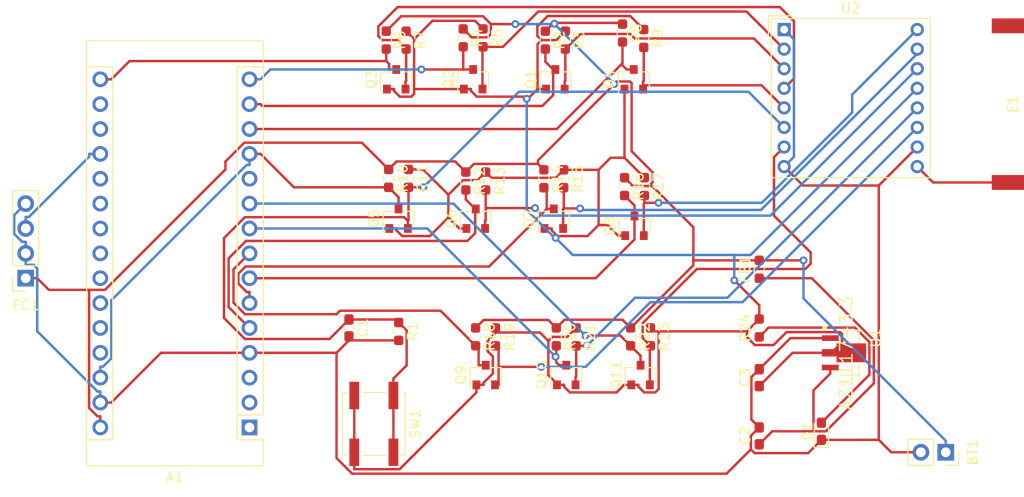
<source format=kicad_pcb>
(kicad_pcb (version 20171130) (host pcbnew "(5.1.10)-1")

  (general
    (thickness 1.6)
    (drawings 0)
    (tracks 469)
    (zones 0)
    (modules 47)
    (nets 30)
  )

  (page A4)
  (layers
    (0 F.Cu signal)
    (31 B.Cu signal)
    (32 B.Adhes user)
    (33 F.Adhes user)
    (34 B.Paste user)
    (35 F.Paste user)
    (36 B.SilkS user)
    (37 F.SilkS user)
    (38 B.Mask user)
    (39 F.Mask user)
    (40 Dwgs.User user)
    (41 Cmts.User user)
    (42 Eco1.User user)
    (43 Eco2.User user)
    (44 Edge.Cuts user)
    (45 Margin user)
    (46 B.CrtYd user)
    (47 F.CrtYd user)
    (48 B.Fab user)
    (49 F.Fab user)
  )

  (setup
    (last_trace_width 0.25)
    (user_trace_width 0.2032)
    (user_trace_width 0.3048)
    (user_trace_width 0.4064)
    (user_trace_width 0.508)
    (user_trace_width 0.6096)
    (user_trace_width 0.7112)
    (user_trace_width 3)
    (user_trace_width 5)
    (user_trace_width 10)
    (user_trace_width 15)
    (trace_clearance 0.2)
    (zone_clearance 0.508)
    (zone_45_only no)
    (trace_min 0.2)
    (via_size 0.8)
    (via_drill 0.4)
    (via_min_size 0.4)
    (via_min_drill 0.3)
    (uvia_size 0.3)
    (uvia_drill 0.1)
    (uvias_allowed no)
    (uvia_min_size 0.2)
    (uvia_min_drill 0.1)
    (edge_width 0.05)
    (segment_width 0.2)
    (pcb_text_width 0.3)
    (pcb_text_size 1.5 1.5)
    (mod_edge_width 0.12)
    (mod_text_size 1 1)
    (mod_text_width 0.15)
    (pad_size 1.524 1.524)
    (pad_drill 0.762)
    (pad_to_mask_clearance 0)
    (aux_axis_origin 0 0)
    (visible_elements 7FFFFFFF)
    (pcbplotparams
      (layerselection 0x010fc_ffffffff)
      (usegerberextensions false)
      (usegerberattributes true)
      (usegerberadvancedattributes true)
      (creategerberjobfile true)
      (excludeedgelayer true)
      (linewidth 0.100000)
      (plotframeref false)
      (viasonmask false)
      (mode 1)
      (useauxorigin false)
      (hpglpennumber 1)
      (hpglpenspeed 20)
      (hpglpendiameter 15.000000)
      (psnegative false)
      (psa4output false)
      (plotreference true)
      (plotvalue true)
      (plotinvisibletext false)
      (padsonsilk false)
      (subtractmaskfromsilk false)
      (outputformat 1)
      (mirror false)
      (drillshape 1)
      (scaleselection 1)
      (outputdirectory ""))
  )

  (net 0 "")
  (net 1 GND)
  (net 2 /L_RESET)
  (net 3 "Net-(C2-Pad1)")
  (net 4 +3V3)
  (net 5 "Net-(D1-Pad2)")
  (net 6 "Net-(E1-Pad1)")
  (net 7 +5V)
  (net 8 /H_RESET)
  (net 9 /H_CS)
  (net 10 /H_SCK)
  (net 11 /H_MISO)
  (net 12 /H_MOSI)
  (net 13 /L_DIO0)
  (net 14 /L_DIO1)
  (net 15 /L_DIO2)
  (net 16 /L_DIO3)
  (net 17 /L_DIO4)
  (net 18 /L_DIO5)
  (net 19 /L_MOSI)
  (net 20 /L_MISO)
  (net 21 /L_SCK)
  (net 22 /L_CS)
  (net 23 /H_DIO0)
  (net 24 /H_DIO1)
  (net 25 /H_DIO2)
  (net 26 /H_DIO3)
  (net 27 /H_DIO4)
  (net 28 /H_DIO5)
  (net 29 /FC_A0)

  (net_class Default "This is the default net class."
    (clearance 0.2)
    (trace_width 0.25)
    (via_dia 0.8)
    (via_drill 0.4)
    (uvia_dia 0.3)
    (uvia_drill 0.1)
    (add_net +3V3)
    (add_net +5V)
    (add_net /FC_A0)
    (add_net /H_CS)
    (add_net /H_DIO0)
    (add_net /H_DIO1)
    (add_net /H_DIO2)
    (add_net /H_DIO3)
    (add_net /H_DIO4)
    (add_net /H_DIO5)
    (add_net /H_MISO)
    (add_net /H_MOSI)
    (add_net /H_RESET)
    (add_net /H_SCK)
    (add_net /L_CS)
    (add_net /L_DIO0)
    (add_net /L_DIO1)
    (add_net /L_DIO2)
    (add_net /L_DIO3)
    (add_net /L_DIO4)
    (add_net /L_DIO5)
    (add_net /L_MISO)
    (add_net /L_MOSI)
    (add_net /L_RESET)
    (add_net /L_SCK)
    (add_net GND)
    (add_net "Net-(A1-Pad1)")
    (add_net "Net-(A1-Pad11)")
    (add_net "Net-(A1-Pad17)")
    (add_net "Net-(A1-Pad18)")
    (add_net "Net-(A1-Pad2)")
    (add_net "Net-(A1-Pad20)")
    (add_net "Net-(A1-Pad21)")
    (add_net "Net-(A1-Pad22)")
    (add_net "Net-(A1-Pad23)")
    (add_net "Net-(A1-Pad24)")
    (add_net "Net-(A1-Pad25)")
    (add_net "Net-(A1-Pad26)")
    (add_net "Net-(A1-Pad27)")
    (add_net "Net-(A1-Pad3)")
    (add_net "Net-(C2-Pad1)")
    (add_net "Net-(D1-Pad2)")
    (add_net "Net-(E1-Pad1)")
  )

  (module RF_Module:HOPERF_RFM9XW_THT (layer F.Cu) (tedit 5CB299BA) (tstamp 608F2F5C)
    (at 139.7 80.01)
    (descr "Low Power Long Range Transceiver Module THT-16 (https://www.hoperf.com/data/upload/portal/20181127/5bfcbea20e9ef.pdf)")
    (tags "Low Power Long Range Transceiver Module LoRa")
    (path /608EC83D)
    (fp_text reference U2 (at 6.8 -2.17) (layer F.SilkS)
      (effects (font (size 1 1) (thickness 0.15)))
    )
    (fp_text value RFM95W-915S2 (at 6.8 16.36) (layer F.Fab)
      (effects (font (size 1 1) (thickness 0.15)))
    )
    (fp_text user %R (at 6.8 7) (layer F.Fab)
      (effects (font (size 1 1) (thickness 0.15)))
    )
    (fp_line (start -0.2 -1) (end 14.8 -1) (layer F.Fab) (width 0.1))
    (fp_line (start 14.8 -1) (end 14.8 15) (layer F.Fab) (width 0.1))
    (fp_line (start 14.8 15) (end -1.2 15) (layer F.Fab) (width 0.1))
    (fp_line (start -1.2 15) (end -1.2 0) (layer F.Fab) (width 0.1))
    (fp_line (start -1.325 -1.125) (end 14.925 -1.125) (layer F.SilkS) (width 0.12))
    (fp_line (start 14.925 -1.125) (end 14.925 15.125) (layer F.SilkS) (width 0.12))
    (fp_line (start 14.925 15.125) (end -1.325 15.125) (layer F.SilkS) (width 0.12))
    (fp_line (start -1.325 15.125) (end -1.325 -1.125) (layer F.SilkS) (width 0.12))
    (fp_line (start -1.45 -1.25) (end 15.05 -1.25) (layer F.CrtYd) (width 0.05))
    (fp_line (start 15.05 -1.25) (end 15.05 15.25) (layer F.CrtYd) (width 0.05))
    (fp_line (start 15.05 15.25) (end -1.45 15.25) (layer F.CrtYd) (width 0.05))
    (fp_line (start -1.45 15.25) (end -1.45 -1.25) (layer F.CrtYd) (width 0.05))
    (fp_line (start -1.6 0.7) (end -1.6 -1.4) (layer F.SilkS) (width 0.12))
    (fp_line (start -1.6 -1.4) (end 0.7 -1.4) (layer F.SilkS) (width 0.12))
    (fp_line (start -1.2 0) (end -0.2 -1) (layer F.Fab) (width 0.1))
    (pad 16 thru_hole circle (at 13.6 0) (size 1.35 1.35) (drill 0.8) (layers *.Cu *.Mask)
      (net 15 /L_DIO2))
    (pad 15 thru_hole circle (at 13.6 2) (size 1.35 1.35) (drill 0.8) (layers *.Cu *.Mask)
      (net 14 /L_DIO1))
    (pad 14 thru_hole circle (at 13.6 4) (size 1.35 1.35) (drill 0.8) (layers *.Cu *.Mask)
      (net 13 /L_DIO0))
    (pad 13 thru_hole circle (at 13.6 6) (size 1.35 1.35) (drill 0.8) (layers *.Cu *.Mask)
      (net 4 +3V3))
    (pad 12 thru_hole circle (at 13.6 8) (size 1.35 1.35) (drill 0.8) (layers *.Cu *.Mask)
      (net 17 /L_DIO4))
    (pad 11 thru_hole circle (at 13.6 10) (size 1.35 1.35) (drill 0.8) (layers *.Cu *.Mask)
      (net 16 /L_DIO3))
    (pad 10 thru_hole circle (at 13.6 12) (size 1.35 1.35) (drill 0.8) (layers *.Cu *.Mask)
      (net 1 GND))
    (pad 9 thru_hole circle (at 13.6 14) (size 1.35 1.35) (drill 0.8) (layers *.Cu *.Mask)
      (net 6 "Net-(E1-Pad1)"))
    (pad 8 thru_hole circle (at 0 14) (size 1.35 1.35) (drill 0.8) (layers *.Cu *.Mask)
      (net 1 GND))
    (pad 7 thru_hole circle (at 0 12) (size 1.35 1.35) (drill 0.8) (layers *.Cu *.Mask)
      (net 18 /L_DIO5))
    (pad 6 thru_hole circle (at 0 10) (size 1.35 1.35) (drill 0.8) (layers *.Cu *.Mask)
      (net 2 /L_RESET))
    (pad 5 thru_hole circle (at 0 8) (size 1.35 1.35) (drill 0.8) (layers *.Cu *.Mask)
      (net 22 /L_CS))
    (pad 4 thru_hole circle (at 0 6) (size 1.35 1.35) (drill 0.8) (layers *.Cu *.Mask)
      (net 21 /L_SCK))
    (pad 3 thru_hole circle (at 0 4) (size 1.35 1.35) (drill 0.8) (layers *.Cu *.Mask)
      (net 19 /L_MOSI))
    (pad 2 thru_hole circle (at 0 2) (size 1.35 1.35) (drill 0.8) (layers *.Cu *.Mask)
      (net 20 /L_MISO))
    (pad 1 thru_hole rect (at 0 0) (size 1.35 1.35) (drill 0.8) (layers *.Cu *.Mask)
      (net 1 GND))
    (model ${KISYS3DMOD}/RF_Module.3dshapes/HOPERF_RFM9XW_THT.wrl
      (at (xyz 0 0 0))
      (scale (xyz 1 1 1))
      (rotate (xyz 0 0 0))
    )
  )

  (module Connector_PinSocket_2.54mm:PinSocket_1x02_P2.54mm_Vertical (layer F.Cu) (tedit 5A19A420) (tstamp 60D4C0DF)
    (at 156.21 123.19 270)
    (descr "Through hole straight socket strip, 1x02, 2.54mm pitch, single row (from Kicad 4.0.7), script generated")
    (tags "Through hole socket strip THT 1x02 2.54mm single row")
    (path /60DF8C4E)
    (fp_text reference BT1 (at 0 -2.77 90) (layer F.SilkS)
      (effects (font (size 1 1) (thickness 0.15)))
    )
    (fp_text value Battery_Cell (at 0 5.31 90) (layer F.Fab)
      (effects (font (size 1 1) (thickness 0.15)))
    )
    (fp_text user %R (at 0 1.27) (layer F.Fab)
      (effects (font (size 1 1) (thickness 0.15)))
    )
    (fp_line (start -1.27 -1.27) (end 0.635 -1.27) (layer F.Fab) (width 0.1))
    (fp_line (start 0.635 -1.27) (end 1.27 -0.635) (layer F.Fab) (width 0.1))
    (fp_line (start 1.27 -0.635) (end 1.27 3.81) (layer F.Fab) (width 0.1))
    (fp_line (start 1.27 3.81) (end -1.27 3.81) (layer F.Fab) (width 0.1))
    (fp_line (start -1.27 3.81) (end -1.27 -1.27) (layer F.Fab) (width 0.1))
    (fp_line (start -1.33 1.27) (end 1.33 1.27) (layer F.SilkS) (width 0.12))
    (fp_line (start -1.33 1.27) (end -1.33 3.87) (layer F.SilkS) (width 0.12))
    (fp_line (start -1.33 3.87) (end 1.33 3.87) (layer F.SilkS) (width 0.12))
    (fp_line (start 1.33 1.27) (end 1.33 3.87) (layer F.SilkS) (width 0.12))
    (fp_line (start 1.33 -1.33) (end 1.33 0) (layer F.SilkS) (width 0.12))
    (fp_line (start 0 -1.33) (end 1.33 -1.33) (layer F.SilkS) (width 0.12))
    (fp_line (start -1.8 -1.8) (end 1.75 -1.8) (layer F.CrtYd) (width 0.05))
    (fp_line (start 1.75 -1.8) (end 1.75 4.3) (layer F.CrtYd) (width 0.05))
    (fp_line (start 1.75 4.3) (end -1.8 4.3) (layer F.CrtYd) (width 0.05))
    (fp_line (start -1.8 4.3) (end -1.8 -1.8) (layer F.CrtYd) (width 0.05))
    (pad 2 thru_hole oval (at 0 2.54 270) (size 1.7 1.7) (drill 1) (layers *.Cu *.Mask)
      (net 1 GND))
    (pad 1 thru_hole rect (at 0 0 270) (size 1.7 1.7) (drill 1) (layers *.Cu *.Mask)
      (net 7 +5V))
    (model ${KISYS3DMOD}/Connector_PinSocket_2.54mm.3dshapes/PinSocket_1x02_P2.54mm_Vertical.wrl
      (at (xyz 0 0 0))
      (scale (xyz 1 1 1))
      (rotate (xyz 0 0 0))
    )
  )

  (module AZ1117CR-3.3:Diodes_Inc.-SOT89-03_2017-0-MFG (layer F.Cu) (tedit 5EF161F4) (tstamp 608F631E)
    (at 146.05 113.03 270)
    (path /6091205E)
    (fp_text reference U1 (at -2.625 -3 90) (layer F.SilkS)
      (effects (font (size 1 1) (thickness 0.15)) (justify right))
    )
    (fp_text value AZ1117-3.3 (at 0 0 90) (layer F.SilkS)
      (effects (font (size 1.27 1.27) (thickness 0.15)))
    )
    (fp_line (start -2.3 1.3) (end -2.3 -1.3) (layer F.Fab) (width 0.15))
    (fp_line (start -2.3 -1.3) (end 2.3 -1.3) (layer F.Fab) (width 0.15))
    (fp_line (start 2.3 -1.3) (end 2.3 1.3) (layer F.Fab) (width 0.15))
    (fp_line (start 2.3 1.3) (end -2.3 1.3) (layer F.Fab) (width 0.15))
    (fp_line (start -2.3 -1.3) (end -1.225 -1.3) (layer F.SilkS) (width 0.15))
    (fp_line (start 1.225 -1.3) (end 2.3 -1.3) (layer F.SilkS) (width 0.15))
    (fp_line (start 2.3 0.625) (end 2.3 -1.3) (layer F.SilkS) (width 0.15))
    (fp_line (start -2.3 0.625) (end -2.3 -1.3) (layer F.SilkS) (width 0.15))
    (fp_circle (center -2.574999 2.2) (end -2.449999 2.2) (layer F.SilkS) (width 0.25))
    (fp_line (start 2.325 -2.055) (end 2.325 -2.055) (layer F.CrtYd) (width 0.15))
    (fp_line (start 2.325 -2.055) (end -2.325 -2.055) (layer F.CrtYd) (width 0.15))
    (fp_line (start -2.325 -2.055) (end -2.325 2.525) (layer F.CrtYd) (width 0.15))
    (fp_line (start -2.325 2.525) (end 2.325 2.525) (layer F.CrtYd) (width 0.15))
    (fp_line (start 2.325 2.525) (end 2.325 -2.055) (layer F.CrtYd) (width 0.15))
    (pad 2 smd custom (at 0 1.75 270) (size 0.5 0.5) (layers F.Cu F.Paste F.Mask)
      (net 4 +3V3)
      (options (clearance outline) (anchor circle))
      (primitives
        (gr_poly (pts
           (xy -0.38 0.75) (xy 0.38 0.75) (xy 0.38 -0.75) (xy 0.9665 -0.75) (xy 0.9665 -3.779999)
           (xy -0.9665 -3.779999) (xy -0.9665 -0.75) (xy -0.38 -0.75) (xy -0.38 0.75)) (width 0))
      ))
    (pad 3 smd rect (at 1.5 1.635 270) (size 0.58 1.73) (layers F.Cu F.Paste F.Mask)
      (net 3 "Net-(C2-Pad1)"))
    (pad 1 smd rect (at -1.5 1.635 270) (size 0.58 1.73) (layers F.Cu F.Paste F.Mask)
      (net 1 GND))
    (model eec.models/Diodes_Inc._-_AZ1117CR-3.3TRG1.step
      (offset (xyz -40.49384779184341 150.0020853471947 0.6512051902198792))
      (scale (xyz 1 1 1))
      (rotate (xyz 0 0 180))
    )
  )

  (module Button_Switch_SMD:SW_Push_1P1T_NO_CK_KSC7xxJ (layer F.Cu) (tedit 5C63FE2A) (tstamp 608F637B)
    (at 97.79 120.29 90)
    (descr "CK components KSC7 tactile switch https://www.ckswitches.com/media/1973/ksc7.pdf")
    (tags "tactile switch ksc7")
    (path /60DE0844)
    (attr smd)
    (fp_text reference SW1 (at 0 4.24 90) (layer F.SilkS)
      (effects (font (size 1 1) (thickness 0.15)))
    )
    (fp_text value SW_SPST (at 0 -4.23 90) (layer F.Fab)
      (effects (font (size 1 1) (thickness 0.15)))
    )
    (fp_text user %R (at 0 0 90) (layer F.Fab)
      (effects (font (size 1 1) (thickness 0.15)))
    )
    (fp_line (start -3.1 -3.1) (end 3.1 -3.1) (layer F.Fab) (width 0.1))
    (fp_line (start 3.1 -3.1) (end 3.1 3.1) (layer F.Fab) (width 0.1))
    (fp_line (start 3.1 3.1) (end -3.1 3.1) (layer F.Fab) (width 0.1))
    (fp_line (start -3.1 3.1) (end -3.1 -3.1) (layer F.Fab) (width 0.1))
    (fp_line (start -4.55 -3.35) (end 4.55 -3.35) (layer F.CrtYd) (width 0.05))
    (fp_line (start 4.55 -3.35) (end 4.55 3.35) (layer F.CrtYd) (width 0.05))
    (fp_line (start 4.55 3.35) (end -4.55 3.35) (layer F.CrtYd) (width 0.05))
    (fp_line (start -4.55 3.35) (end -4.55 -3.35) (layer F.CrtYd) (width 0.05))
    (fp_circle (center 0 0) (end 1.5 0) (layer F.Fab) (width 0.1))
    (fp_line (start -3.21 2.8) (end -3.21 3.21) (layer F.SilkS) (width 0.12))
    (fp_line (start -3.21 3.21) (end 3.21 3.21) (layer F.SilkS) (width 0.12))
    (fp_line (start 3.21 3.21) (end 3.21 2.93) (layer F.SilkS) (width 0.12))
    (fp_line (start 3.21 1.2) (end 3.21 -1.2) (layer F.SilkS) (width 0.12))
    (fp_line (start 3.21 -2.8) (end 3.21 -3.21) (layer F.SilkS) (width 0.12))
    (fp_line (start 3.21 -3.21) (end -3.21 -3.21) (layer F.SilkS) (width 0.12))
    (fp_line (start -3.21 -3.21) (end -3.21 -2.8) (layer F.SilkS) (width 0.12))
    (fp_line (start -3.21 -1.2) (end -3.21 1.2) (layer F.SilkS) (width 0.12))
    (pad 2 smd rect (at 2.9 2 90) (size 2.8 1) (layers F.Cu F.Paste F.Mask)
      (net 2 /L_RESET))
    (pad 2 smd rect (at -2.9 2 90) (size 2.8 1) (layers F.Cu F.Paste F.Mask)
      (net 2 /L_RESET))
    (pad 1 smd rect (at 2.9 -2 90) (size 2.8 1) (layers F.Cu F.Paste F.Mask)
      (net 4 +3V3))
    (pad 1 smd rect (at -2.9 -2 90) (size 2.8 1) (layers F.Cu F.Paste F.Mask)
      (net 4 +3V3))
    (model ${KISYS3DMOD}/Button_Switch_SMD.3dshapes/SW_push_1P1T_NO_CK_KSC7xxJxxx.wrl
      (at (xyz 0 0 0))
      (scale (xyz 1 1 1))
      (rotate (xyz 0 0 0))
    )
  )

  (module Resistor_SMD:R_0603_1608Metric_Pad0.98x0.95mm_HandSolder (layer F.Cu) (tedit 5F68FEEE) (tstamp 608F63F1)
    (at 137.16 110.49 90)
    (descr "Resistor SMD 0603 (1608 Metric), square (rectangular) end terminal, IPC_7351 nominal with elongated pad for handsoldering. (Body size source: IPC-SM-782 page 72, https://www.pcb-3d.com/wordpress/wp-content/uploads/ipc-sm-782a_amendment_1_and_2.pdf), generated with kicad-footprint-generator")
    (tags "resistor handsolder")
    (path /611CD145)
    (attr smd)
    (fp_text reference R24 (at 0 -1.43 90) (layer F.SilkS)
      (effects (font (size 1 1) (thickness 0.15)))
    )
    (fp_text value 330 (at 0 1.43 90) (layer F.Fab)
      (effects (font (size 1 1) (thickness 0.15)))
    )
    (fp_text user %R (at 0 0 90) (layer F.Fab)
      (effects (font (size 0.4 0.4) (thickness 0.06)))
    )
    (fp_line (start -0.8 0.4125) (end -0.8 -0.4125) (layer F.Fab) (width 0.1))
    (fp_line (start -0.8 -0.4125) (end 0.8 -0.4125) (layer F.Fab) (width 0.1))
    (fp_line (start 0.8 -0.4125) (end 0.8 0.4125) (layer F.Fab) (width 0.1))
    (fp_line (start 0.8 0.4125) (end -0.8 0.4125) (layer F.Fab) (width 0.1))
    (fp_line (start -0.254724 -0.5225) (end 0.254724 -0.5225) (layer F.SilkS) (width 0.12))
    (fp_line (start -0.254724 0.5225) (end 0.254724 0.5225) (layer F.SilkS) (width 0.12))
    (fp_line (start -1.65 0.73) (end -1.65 -0.73) (layer F.CrtYd) (width 0.05))
    (fp_line (start -1.65 -0.73) (end 1.65 -0.73) (layer F.CrtYd) (width 0.05))
    (fp_line (start 1.65 -0.73) (end 1.65 0.73) (layer F.CrtYd) (width 0.05))
    (fp_line (start 1.65 0.73) (end -1.65 0.73) (layer F.CrtYd) (width 0.05))
    (pad 2 smd roundrect (at 0.9125 0 90) (size 0.975 0.95) (layers F.Cu F.Paste F.Mask) (roundrect_rratio 0.25)
      (net 4 +3V3))
    (pad 1 smd roundrect (at -0.9125 0 90) (size 0.975 0.95) (layers F.Cu F.Paste F.Mask) (roundrect_rratio 0.25)
      (net 5 "Net-(D1-Pad2)"))
    (model ${KISYS3DMOD}/Resistor_SMD.3dshapes/R_0603_1608Metric.wrl
      (at (xyz 0 0 0))
      (scale (xyz 1 1 1))
      (rotate (xyz 0 0 0))
    )
  )

  (module Resistor_SMD:R_0603_1608Metric_Pad0.98x0.95mm_HandSolder (layer F.Cu) (tedit 5F68FEEE) (tstamp 608F6421)
    (at 126.051 111.402 270)
    (descr "Resistor SMD 0603 (1608 Metric), square (rectangular) end terminal, IPC_7351 nominal with elongated pad for handsoldering. (Body size source: IPC-SM-782 page 72, https://www.pcb-3d.com/wordpress/wp-content/uploads/ipc-sm-782a_amendment_1_and_2.pdf), generated with kicad-footprint-generator")
    (tags "resistor handsolder")
    (path /614672C1/6137CE6B)
    (attr smd)
    (fp_text reference R23 (at 0 -1.43 90) (layer F.SilkS)
      (effects (font (size 1 1) (thickness 0.15)))
    )
    (fp_text value 10k (at 0 1.43 90) (layer F.Fab)
      (effects (font (size 1 1) (thickness 0.15)))
    )
    (fp_text user %R (at 0 0 90) (layer F.Fab)
      (effects (font (size 0.4 0.4) (thickness 0.06)))
    )
    (fp_line (start -0.8 0.4125) (end -0.8 -0.4125) (layer F.Fab) (width 0.1))
    (fp_line (start -0.8 -0.4125) (end 0.8 -0.4125) (layer F.Fab) (width 0.1))
    (fp_line (start 0.8 -0.4125) (end 0.8 0.4125) (layer F.Fab) (width 0.1))
    (fp_line (start 0.8 0.4125) (end -0.8 0.4125) (layer F.Fab) (width 0.1))
    (fp_line (start -0.254724 -0.5225) (end 0.254724 -0.5225) (layer F.SilkS) (width 0.12))
    (fp_line (start -0.254724 0.5225) (end 0.254724 0.5225) (layer F.SilkS) (width 0.12))
    (fp_line (start -1.65 0.73) (end -1.65 -0.73) (layer F.CrtYd) (width 0.05))
    (fp_line (start -1.65 -0.73) (end 1.65 -0.73) (layer F.CrtYd) (width 0.05))
    (fp_line (start 1.65 -0.73) (end 1.65 0.73) (layer F.CrtYd) (width 0.05))
    (fp_line (start 1.65 0.73) (end -1.65 0.73) (layer F.CrtYd) (width 0.05))
    (pad 2 smd roundrect (at 0.9125 0 270) (size 0.975 0.95) (layers F.Cu F.Paste F.Mask) (roundrect_rratio 0.25)
      (net 18 /L_DIO5))
    (pad 1 smd roundrect (at -0.9125 0 270) (size 0.975 0.95) (layers F.Cu F.Paste F.Mask) (roundrect_rratio 0.25)
      (net 4 +3V3))
    (model ${KISYS3DMOD}/Resistor_SMD.3dshapes/R_0603_1608Metric.wrl
      (at (xyz 0 0 0))
      (scale (xyz 1 1 1))
      (rotate (xyz 0 0 0))
    )
  )

  (module Resistor_SMD:R_0603_1608Metric_Pad0.98x0.95mm_HandSolder (layer F.Cu) (tedit 5F68FEEE) (tstamp 608F6451)
    (at 124.019 111.402 270)
    (descr "Resistor SMD 0603 (1608 Metric), square (rectangular) end terminal, IPC_7351 nominal with elongated pad for handsoldering. (Body size source: IPC-SM-782 page 72, https://www.pcb-3d.com/wordpress/wp-content/uploads/ipc-sm-782a_amendment_1_and_2.pdf), generated with kicad-footprint-generator")
    (tags "resistor handsolder")
    (path /614672C1/6137CE77)
    (attr smd)
    (fp_text reference R22 (at 0 -1.43 90) (layer F.SilkS)
      (effects (font (size 1 1) (thickness 0.15)))
    )
    (fp_text value 10k (at 0 1.43 90) (layer F.Fab)
      (effects (font (size 1 1) (thickness 0.15)))
    )
    (fp_text user %R (at 0 0 90) (layer F.Fab)
      (effects (font (size 0.4 0.4) (thickness 0.06)))
    )
    (fp_line (start -0.8 0.4125) (end -0.8 -0.4125) (layer F.Fab) (width 0.1))
    (fp_line (start -0.8 -0.4125) (end 0.8 -0.4125) (layer F.Fab) (width 0.1))
    (fp_line (start 0.8 -0.4125) (end 0.8 0.4125) (layer F.Fab) (width 0.1))
    (fp_line (start 0.8 0.4125) (end -0.8 0.4125) (layer F.Fab) (width 0.1))
    (fp_line (start -0.254724 -0.5225) (end 0.254724 -0.5225) (layer F.SilkS) (width 0.12))
    (fp_line (start -0.254724 0.5225) (end 0.254724 0.5225) (layer F.SilkS) (width 0.12))
    (fp_line (start -1.65 0.73) (end -1.65 -0.73) (layer F.CrtYd) (width 0.05))
    (fp_line (start -1.65 -0.73) (end 1.65 -0.73) (layer F.CrtYd) (width 0.05))
    (fp_line (start 1.65 -0.73) (end 1.65 0.73) (layer F.CrtYd) (width 0.05))
    (fp_line (start 1.65 0.73) (end -1.65 0.73) (layer F.CrtYd) (width 0.05))
    (pad 2 smd roundrect (at 0.9125 0 270) (size 0.975 0.95) (layers F.Cu F.Paste F.Mask) (roundrect_rratio 0.25)
      (net 28 /H_DIO5))
    (pad 1 smd roundrect (at -0.9125 0 270) (size 0.975 0.95) (layers F.Cu F.Paste F.Mask) (roundrect_rratio 0.25)
      (net 7 +5V))
    (model ${KISYS3DMOD}/Resistor_SMD.3dshapes/R_0603_1608Metric.wrl
      (at (xyz 0 0 0))
      (scale (xyz 1 1 1))
      (rotate (xyz 0 0 0))
    )
  )

  (module Resistor_SMD:R_0603_1608Metric_Pad0.98x0.95mm_HandSolder (layer F.Cu) (tedit 5F68FEEE) (tstamp 608F6481)
    (at 118.461 111.402 270)
    (descr "Resistor SMD 0603 (1608 Metric), square (rectangular) end terminal, IPC_7351 nominal with elongated pad for handsoldering. (Body size source: IPC-SM-782 page 72, https://www.pcb-3d.com/wordpress/wp-content/uploads/ipc-sm-782a_amendment_1_and_2.pdf), generated with kicad-footprint-generator")
    (tags "resistor handsolder")
    (path /6145D84A/6137CE6B)
    (attr smd)
    (fp_text reference R21 (at 0 -1.43 90) (layer F.SilkS)
      (effects (font (size 1 1) (thickness 0.15)))
    )
    (fp_text value 10k (at 0 1.43 90) (layer F.Fab)
      (effects (font (size 1 1) (thickness 0.15)))
    )
    (fp_text user %R (at 0 0 90) (layer F.Fab)
      (effects (font (size 0.4 0.4) (thickness 0.06)))
    )
    (fp_line (start -0.8 0.4125) (end -0.8 -0.4125) (layer F.Fab) (width 0.1))
    (fp_line (start -0.8 -0.4125) (end 0.8 -0.4125) (layer F.Fab) (width 0.1))
    (fp_line (start 0.8 -0.4125) (end 0.8 0.4125) (layer F.Fab) (width 0.1))
    (fp_line (start 0.8 0.4125) (end -0.8 0.4125) (layer F.Fab) (width 0.1))
    (fp_line (start -0.254724 -0.5225) (end 0.254724 -0.5225) (layer F.SilkS) (width 0.12))
    (fp_line (start -0.254724 0.5225) (end 0.254724 0.5225) (layer F.SilkS) (width 0.12))
    (fp_line (start -1.65 0.73) (end -1.65 -0.73) (layer F.CrtYd) (width 0.05))
    (fp_line (start -1.65 -0.73) (end 1.65 -0.73) (layer F.CrtYd) (width 0.05))
    (fp_line (start 1.65 -0.73) (end 1.65 0.73) (layer F.CrtYd) (width 0.05))
    (fp_line (start 1.65 0.73) (end -1.65 0.73) (layer F.CrtYd) (width 0.05))
    (pad 2 smd roundrect (at 0.9125 0 270) (size 0.975 0.95) (layers F.Cu F.Paste F.Mask) (roundrect_rratio 0.25)
      (net 17 /L_DIO4))
    (pad 1 smd roundrect (at -0.9125 0 270) (size 0.975 0.95) (layers F.Cu F.Paste F.Mask) (roundrect_rratio 0.25)
      (net 4 +3V3))
    (model ${KISYS3DMOD}/Resistor_SMD.3dshapes/R_0603_1608Metric.wrl
      (at (xyz 0 0 0))
      (scale (xyz 1 1 1))
      (rotate (xyz 0 0 0))
    )
  )

  (module Resistor_SMD:R_0603_1608Metric_Pad0.98x0.95mm_HandSolder (layer F.Cu) (tedit 5F68FEEE) (tstamp 608F690D)
    (at 116.429 111.402 270)
    (descr "Resistor SMD 0603 (1608 Metric), square (rectangular) end terminal, IPC_7351 nominal with elongated pad for handsoldering. (Body size source: IPC-SM-782 page 72, https://www.pcb-3d.com/wordpress/wp-content/uploads/ipc-sm-782a_amendment_1_and_2.pdf), generated with kicad-footprint-generator")
    (tags "resistor handsolder")
    (path /6145D84A/6137CE77)
    (attr smd)
    (fp_text reference R20 (at 0 -1.43 90) (layer F.SilkS)
      (effects (font (size 1 1) (thickness 0.15)))
    )
    (fp_text value 10k (at 0 1.43 90) (layer F.Fab)
      (effects (font (size 1 1) (thickness 0.15)))
    )
    (fp_text user %R (at 0 0 90) (layer F.Fab)
      (effects (font (size 0.4 0.4) (thickness 0.06)))
    )
    (fp_line (start -0.8 0.4125) (end -0.8 -0.4125) (layer F.Fab) (width 0.1))
    (fp_line (start -0.8 -0.4125) (end 0.8 -0.4125) (layer F.Fab) (width 0.1))
    (fp_line (start 0.8 -0.4125) (end 0.8 0.4125) (layer F.Fab) (width 0.1))
    (fp_line (start 0.8 0.4125) (end -0.8 0.4125) (layer F.Fab) (width 0.1))
    (fp_line (start -0.254724 -0.5225) (end 0.254724 -0.5225) (layer F.SilkS) (width 0.12))
    (fp_line (start -0.254724 0.5225) (end 0.254724 0.5225) (layer F.SilkS) (width 0.12))
    (fp_line (start -1.65 0.73) (end -1.65 -0.73) (layer F.CrtYd) (width 0.05))
    (fp_line (start -1.65 -0.73) (end 1.65 -0.73) (layer F.CrtYd) (width 0.05))
    (fp_line (start 1.65 -0.73) (end 1.65 0.73) (layer F.CrtYd) (width 0.05))
    (fp_line (start 1.65 0.73) (end -1.65 0.73) (layer F.CrtYd) (width 0.05))
    (pad 2 smd roundrect (at 0.9125 0 270) (size 0.975 0.95) (layers F.Cu F.Paste F.Mask) (roundrect_rratio 0.25)
      (net 27 /H_DIO4))
    (pad 1 smd roundrect (at -0.9125 0 270) (size 0.975 0.95) (layers F.Cu F.Paste F.Mask) (roundrect_rratio 0.25)
      (net 7 +5V))
    (model ${KISYS3DMOD}/Resistor_SMD.3dshapes/R_0603_1608Metric.wrl
      (at (xyz 0 0 0))
      (scale (xyz 1 1 1))
      (rotate (xyz 0 0 0))
    )
  )

  (module Resistor_SMD:R_0603_1608Metric_Pad0.98x0.95mm_HandSolder (layer F.Cu) (tedit 5F68FEEE) (tstamp 608F64B1)
    (at 110.221 111.402 270)
    (descr "Resistor SMD 0603 (1608 Metric), square (rectangular) end terminal, IPC_7351 nominal with elongated pad for handsoldering. (Body size source: IPC-SM-782 page 72, https://www.pcb-3d.com/wordpress/wp-content/uploads/ipc-sm-782a_amendment_1_and_2.pdf), generated with kicad-footprint-generator")
    (tags "resistor handsolder")
    (path /6145422E/6137CE6B)
    (attr smd)
    (fp_text reference R19 (at 0 -1.43 90) (layer F.SilkS)
      (effects (font (size 1 1) (thickness 0.15)))
    )
    (fp_text value 10k (at 0 1.43 90) (layer F.Fab)
      (effects (font (size 1 1) (thickness 0.15)))
    )
    (fp_text user %R (at 0 0 90) (layer F.Fab)
      (effects (font (size 0.4 0.4) (thickness 0.06)))
    )
    (fp_line (start -0.8 0.4125) (end -0.8 -0.4125) (layer F.Fab) (width 0.1))
    (fp_line (start -0.8 -0.4125) (end 0.8 -0.4125) (layer F.Fab) (width 0.1))
    (fp_line (start 0.8 -0.4125) (end 0.8 0.4125) (layer F.Fab) (width 0.1))
    (fp_line (start 0.8 0.4125) (end -0.8 0.4125) (layer F.Fab) (width 0.1))
    (fp_line (start -0.254724 -0.5225) (end 0.254724 -0.5225) (layer F.SilkS) (width 0.12))
    (fp_line (start -0.254724 0.5225) (end 0.254724 0.5225) (layer F.SilkS) (width 0.12))
    (fp_line (start -1.65 0.73) (end -1.65 -0.73) (layer F.CrtYd) (width 0.05))
    (fp_line (start -1.65 -0.73) (end 1.65 -0.73) (layer F.CrtYd) (width 0.05))
    (fp_line (start 1.65 -0.73) (end 1.65 0.73) (layer F.CrtYd) (width 0.05))
    (fp_line (start 1.65 0.73) (end -1.65 0.73) (layer F.CrtYd) (width 0.05))
    (pad 2 smd roundrect (at 0.9125 0 270) (size 0.975 0.95) (layers F.Cu F.Paste F.Mask) (roundrect_rratio 0.25)
      (net 16 /L_DIO3))
    (pad 1 smd roundrect (at -0.9125 0 270) (size 0.975 0.95) (layers F.Cu F.Paste F.Mask) (roundrect_rratio 0.25)
      (net 4 +3V3))
    (model ${KISYS3DMOD}/Resistor_SMD.3dshapes/R_0603_1608Metric.wrl
      (at (xyz 0 0 0))
      (scale (xyz 1 1 1))
      (rotate (xyz 0 0 0))
    )
  )

  (module Resistor_SMD:R_0603_1608Metric_Pad0.98x0.95mm_HandSolder (layer F.Cu) (tedit 5F68FEEE) (tstamp 608F64E1)
    (at 108.189 111.402 270)
    (descr "Resistor SMD 0603 (1608 Metric), square (rectangular) end terminal, IPC_7351 nominal with elongated pad for handsoldering. (Body size source: IPC-SM-782 page 72, https://www.pcb-3d.com/wordpress/wp-content/uploads/ipc-sm-782a_amendment_1_and_2.pdf), generated with kicad-footprint-generator")
    (tags "resistor handsolder")
    (path /6145422E/6137CE77)
    (attr smd)
    (fp_text reference R18 (at 0 -1.43 90) (layer F.SilkS)
      (effects (font (size 1 1) (thickness 0.15)))
    )
    (fp_text value 10k (at 0 1.43 90) (layer F.Fab)
      (effects (font (size 1 1) (thickness 0.15)))
    )
    (fp_text user %R (at 0 0 90) (layer F.Fab)
      (effects (font (size 0.4 0.4) (thickness 0.06)))
    )
    (fp_line (start -0.8 0.4125) (end -0.8 -0.4125) (layer F.Fab) (width 0.1))
    (fp_line (start -0.8 -0.4125) (end 0.8 -0.4125) (layer F.Fab) (width 0.1))
    (fp_line (start 0.8 -0.4125) (end 0.8 0.4125) (layer F.Fab) (width 0.1))
    (fp_line (start 0.8 0.4125) (end -0.8 0.4125) (layer F.Fab) (width 0.1))
    (fp_line (start -0.254724 -0.5225) (end 0.254724 -0.5225) (layer F.SilkS) (width 0.12))
    (fp_line (start -0.254724 0.5225) (end 0.254724 0.5225) (layer F.SilkS) (width 0.12))
    (fp_line (start -1.65 0.73) (end -1.65 -0.73) (layer F.CrtYd) (width 0.05))
    (fp_line (start -1.65 -0.73) (end 1.65 -0.73) (layer F.CrtYd) (width 0.05))
    (fp_line (start 1.65 -0.73) (end 1.65 0.73) (layer F.CrtYd) (width 0.05))
    (fp_line (start 1.65 0.73) (end -1.65 0.73) (layer F.CrtYd) (width 0.05))
    (pad 2 smd roundrect (at 0.9125 0 270) (size 0.975 0.95) (layers F.Cu F.Paste F.Mask) (roundrect_rratio 0.25)
      (net 26 /H_DIO3))
    (pad 1 smd roundrect (at -0.9125 0 270) (size 0.975 0.95) (layers F.Cu F.Paste F.Mask) (roundrect_rratio 0.25)
      (net 7 +5V))
    (model ${KISYS3DMOD}/Resistor_SMD.3dshapes/R_0603_1608Metric.wrl
      (at (xyz 0 0 0))
      (scale (xyz 1 1 1))
      (rotate (xyz 0 0 0))
    )
  )

  (module Resistor_SMD:R_0603_1608Metric_Pad0.98x0.95mm_HandSolder (layer F.Cu) (tedit 5F68FEEE) (tstamp 608F6511)
    (at 125.431 96.0515 270)
    (descr "Resistor SMD 0603 (1608 Metric), square (rectangular) end terminal, IPC_7351 nominal with elongated pad for handsoldering. (Body size source: IPC-SM-782 page 72, https://www.pcb-3d.com/wordpress/wp-content/uploads/ipc-sm-782a_amendment_1_and_2.pdf), generated with kicad-footprint-generator")
    (tags "resistor handsolder")
    (path /6144AFFF/6137CE6B)
    (attr smd)
    (fp_text reference R17 (at 0 -1.43 90) (layer F.SilkS)
      (effects (font (size 1 1) (thickness 0.15)))
    )
    (fp_text value 10k (at 0 1.43 90) (layer F.Fab)
      (effects (font (size 1 1) (thickness 0.15)))
    )
    (fp_text user %R (at 0 0 90) (layer F.Fab)
      (effects (font (size 0.4 0.4) (thickness 0.06)))
    )
    (fp_line (start -0.8 0.4125) (end -0.8 -0.4125) (layer F.Fab) (width 0.1))
    (fp_line (start -0.8 -0.4125) (end 0.8 -0.4125) (layer F.Fab) (width 0.1))
    (fp_line (start 0.8 -0.4125) (end 0.8 0.4125) (layer F.Fab) (width 0.1))
    (fp_line (start 0.8 0.4125) (end -0.8 0.4125) (layer F.Fab) (width 0.1))
    (fp_line (start -0.254724 -0.5225) (end 0.254724 -0.5225) (layer F.SilkS) (width 0.12))
    (fp_line (start -0.254724 0.5225) (end 0.254724 0.5225) (layer F.SilkS) (width 0.12))
    (fp_line (start -1.65 0.73) (end -1.65 -0.73) (layer F.CrtYd) (width 0.05))
    (fp_line (start -1.65 -0.73) (end 1.65 -0.73) (layer F.CrtYd) (width 0.05))
    (fp_line (start 1.65 -0.73) (end 1.65 0.73) (layer F.CrtYd) (width 0.05))
    (fp_line (start 1.65 0.73) (end -1.65 0.73) (layer F.CrtYd) (width 0.05))
    (pad 2 smd roundrect (at 0.9125 0 270) (size 0.975 0.95) (layers F.Cu F.Paste F.Mask) (roundrect_rratio 0.25)
      (net 15 /L_DIO2))
    (pad 1 smd roundrect (at -0.9125 0 270) (size 0.975 0.95) (layers F.Cu F.Paste F.Mask) (roundrect_rratio 0.25)
      (net 4 +3V3))
    (model ${KISYS3DMOD}/Resistor_SMD.3dshapes/R_0603_1608Metric.wrl
      (at (xyz 0 0 0))
      (scale (xyz 1 1 1))
      (rotate (xyz 0 0 0))
    )
  )

  (module Resistor_SMD:R_0603_1608Metric_Pad0.98x0.95mm_HandSolder (layer F.Cu) (tedit 5F68FEEE) (tstamp 608F6541)
    (at 123.399 96.0515 270)
    (descr "Resistor SMD 0603 (1608 Metric), square (rectangular) end terminal, IPC_7351 nominal with elongated pad for handsoldering. (Body size source: IPC-SM-782 page 72, https://www.pcb-3d.com/wordpress/wp-content/uploads/ipc-sm-782a_amendment_1_and_2.pdf), generated with kicad-footprint-generator")
    (tags "resistor handsolder")
    (path /6144AFFF/6137CE77)
    (attr smd)
    (fp_text reference R16 (at 0 -1.43 90) (layer F.SilkS)
      (effects (font (size 1 1) (thickness 0.15)))
    )
    (fp_text value 10k (at 0 1.43 90) (layer F.Fab)
      (effects (font (size 1 1) (thickness 0.15)))
    )
    (fp_text user %R (at 0 0 90) (layer F.Fab)
      (effects (font (size 0.4 0.4) (thickness 0.06)))
    )
    (fp_line (start -0.8 0.4125) (end -0.8 -0.4125) (layer F.Fab) (width 0.1))
    (fp_line (start -0.8 -0.4125) (end 0.8 -0.4125) (layer F.Fab) (width 0.1))
    (fp_line (start 0.8 -0.4125) (end 0.8 0.4125) (layer F.Fab) (width 0.1))
    (fp_line (start 0.8 0.4125) (end -0.8 0.4125) (layer F.Fab) (width 0.1))
    (fp_line (start -0.254724 -0.5225) (end 0.254724 -0.5225) (layer F.SilkS) (width 0.12))
    (fp_line (start -0.254724 0.5225) (end 0.254724 0.5225) (layer F.SilkS) (width 0.12))
    (fp_line (start -1.65 0.73) (end -1.65 -0.73) (layer F.CrtYd) (width 0.05))
    (fp_line (start -1.65 -0.73) (end 1.65 -0.73) (layer F.CrtYd) (width 0.05))
    (fp_line (start 1.65 -0.73) (end 1.65 0.73) (layer F.CrtYd) (width 0.05))
    (fp_line (start 1.65 0.73) (end -1.65 0.73) (layer F.CrtYd) (width 0.05))
    (pad 2 smd roundrect (at 0.9125 0 270) (size 0.975 0.95) (layers F.Cu F.Paste F.Mask) (roundrect_rratio 0.25)
      (net 25 /H_DIO2))
    (pad 1 smd roundrect (at -0.9125 0 270) (size 0.975 0.95) (layers F.Cu F.Paste F.Mask) (roundrect_rratio 0.25)
      (net 7 +5V))
    (model ${KISYS3DMOD}/Resistor_SMD.3dshapes/R_0603_1608Metric.wrl
      (at (xyz 0 0 0))
      (scale (xyz 1 1 1))
      (rotate (xyz 0 0 0))
    )
  )

  (module Resistor_SMD:R_0603_1608Metric_Pad0.98x0.95mm_HandSolder (layer F.Cu) (tedit 5F68FEEE) (tstamp 608F6571)
    (at 117.191 95.25 270)
    (descr "Resistor SMD 0603 (1608 Metric), square (rectangular) end terminal, IPC_7351 nominal with elongated pad for handsoldering. (Body size source: IPC-SM-782 page 72, https://www.pcb-3d.com/wordpress/wp-content/uploads/ipc-sm-782a_amendment_1_and_2.pdf), generated with kicad-footprint-generator")
    (tags "resistor handsolder")
    (path /61442175/6137CE6B)
    (attr smd)
    (fp_text reference R15 (at 0 -1.43 90) (layer F.SilkS)
      (effects (font (size 1 1) (thickness 0.15)))
    )
    (fp_text value 10k (at 0 1.43 90) (layer F.Fab)
      (effects (font (size 1 1) (thickness 0.15)))
    )
    (fp_text user %R (at 0 0 90) (layer F.Fab)
      (effects (font (size 0.4 0.4) (thickness 0.06)))
    )
    (fp_line (start -0.8 0.4125) (end -0.8 -0.4125) (layer F.Fab) (width 0.1))
    (fp_line (start -0.8 -0.4125) (end 0.8 -0.4125) (layer F.Fab) (width 0.1))
    (fp_line (start 0.8 -0.4125) (end 0.8 0.4125) (layer F.Fab) (width 0.1))
    (fp_line (start 0.8 0.4125) (end -0.8 0.4125) (layer F.Fab) (width 0.1))
    (fp_line (start -0.254724 -0.5225) (end 0.254724 -0.5225) (layer F.SilkS) (width 0.12))
    (fp_line (start -0.254724 0.5225) (end 0.254724 0.5225) (layer F.SilkS) (width 0.12))
    (fp_line (start -1.65 0.73) (end -1.65 -0.73) (layer F.CrtYd) (width 0.05))
    (fp_line (start -1.65 -0.73) (end 1.65 -0.73) (layer F.CrtYd) (width 0.05))
    (fp_line (start 1.65 -0.73) (end 1.65 0.73) (layer F.CrtYd) (width 0.05))
    (fp_line (start 1.65 0.73) (end -1.65 0.73) (layer F.CrtYd) (width 0.05))
    (pad 2 smd roundrect (at 0.9125 0 270) (size 0.975 0.95) (layers F.Cu F.Paste F.Mask) (roundrect_rratio 0.25)
      (net 14 /L_DIO1))
    (pad 1 smd roundrect (at -0.9125 0 270) (size 0.975 0.95) (layers F.Cu F.Paste F.Mask) (roundrect_rratio 0.25)
      (net 4 +3V3))
    (model ${KISYS3DMOD}/Resistor_SMD.3dshapes/R_0603_1608Metric.wrl
      (at (xyz 0 0 0))
      (scale (xyz 1 1 1))
      (rotate (xyz 0 0 0))
    )
  )

  (module Resistor_SMD:R_0603_1608Metric_Pad0.98x0.95mm_HandSolder (layer F.Cu) (tedit 5F68FEEE) (tstamp 608F65A1)
    (at 115.159 95.25 270)
    (descr "Resistor SMD 0603 (1608 Metric), square (rectangular) end terminal, IPC_7351 nominal with elongated pad for handsoldering. (Body size source: IPC-SM-782 page 72, https://www.pcb-3d.com/wordpress/wp-content/uploads/ipc-sm-782a_amendment_1_and_2.pdf), generated with kicad-footprint-generator")
    (tags "resistor handsolder")
    (path /61442175/6137CE77)
    (attr smd)
    (fp_text reference R14 (at 0 -1.43 90) (layer F.SilkS)
      (effects (font (size 1 1) (thickness 0.15)))
    )
    (fp_text value 10k (at 0 1.43 90) (layer F.Fab)
      (effects (font (size 1 1) (thickness 0.15)))
    )
    (fp_text user %R (at 0 0 90) (layer F.Fab)
      (effects (font (size 0.4 0.4) (thickness 0.06)))
    )
    (fp_line (start -0.8 0.4125) (end -0.8 -0.4125) (layer F.Fab) (width 0.1))
    (fp_line (start -0.8 -0.4125) (end 0.8 -0.4125) (layer F.Fab) (width 0.1))
    (fp_line (start 0.8 -0.4125) (end 0.8 0.4125) (layer F.Fab) (width 0.1))
    (fp_line (start 0.8 0.4125) (end -0.8 0.4125) (layer F.Fab) (width 0.1))
    (fp_line (start -0.254724 -0.5225) (end 0.254724 -0.5225) (layer F.SilkS) (width 0.12))
    (fp_line (start -0.254724 0.5225) (end 0.254724 0.5225) (layer F.SilkS) (width 0.12))
    (fp_line (start -1.65 0.73) (end -1.65 -0.73) (layer F.CrtYd) (width 0.05))
    (fp_line (start -1.65 -0.73) (end 1.65 -0.73) (layer F.CrtYd) (width 0.05))
    (fp_line (start 1.65 -0.73) (end 1.65 0.73) (layer F.CrtYd) (width 0.05))
    (fp_line (start 1.65 0.73) (end -1.65 0.73) (layer F.CrtYd) (width 0.05))
    (pad 2 smd roundrect (at 0.9125 0 270) (size 0.975 0.95) (layers F.Cu F.Paste F.Mask) (roundrect_rratio 0.25)
      (net 24 /H_DIO1))
    (pad 1 smd roundrect (at -0.9125 0 270) (size 0.975 0.95) (layers F.Cu F.Paste F.Mask) (roundrect_rratio 0.25)
      (net 7 +5V))
    (model ${KISYS3DMOD}/Resistor_SMD.3dshapes/R_0603_1608Metric.wrl
      (at (xyz 0 0 0))
      (scale (xyz 1 1 1))
      (rotate (xyz 0 0 0))
    )
  )

  (module Resistor_SMD:R_0603_1608Metric_Pad0.98x0.95mm_HandSolder (layer F.Cu) (tedit 5F68FEEE) (tstamp 608F97F1)
    (at 109.217 95.481 270)
    (descr "Resistor SMD 0603 (1608 Metric), square (rectangular) end terminal, IPC_7351 nominal with elongated pad for handsoldering. (Body size source: IPC-SM-782 page 72, https://www.pcb-3d.com/wordpress/wp-content/uploads/ipc-sm-782a_amendment_1_and_2.pdf), generated with kicad-footprint-generator")
    (tags "resistor handsolder")
    (path /614393F4/6137CE6B)
    (attr smd)
    (fp_text reference R13 (at 0 -1.43 90) (layer F.SilkS)
      (effects (font (size 1 1) (thickness 0.15)))
    )
    (fp_text value 10k (at 0 1.43 90) (layer F.Fab)
      (effects (font (size 1 1) (thickness 0.15)))
    )
    (fp_text user %R (at 0 0 90) (layer F.Fab)
      (effects (font (size 0.4 0.4) (thickness 0.06)))
    )
    (fp_line (start -0.8 0.4125) (end -0.8 -0.4125) (layer F.Fab) (width 0.1))
    (fp_line (start -0.8 -0.4125) (end 0.8 -0.4125) (layer F.Fab) (width 0.1))
    (fp_line (start 0.8 -0.4125) (end 0.8 0.4125) (layer F.Fab) (width 0.1))
    (fp_line (start 0.8 0.4125) (end -0.8 0.4125) (layer F.Fab) (width 0.1))
    (fp_line (start -0.254724 -0.5225) (end 0.254724 -0.5225) (layer F.SilkS) (width 0.12))
    (fp_line (start -0.254724 0.5225) (end 0.254724 0.5225) (layer F.SilkS) (width 0.12))
    (fp_line (start -1.65 0.73) (end -1.65 -0.73) (layer F.CrtYd) (width 0.05))
    (fp_line (start -1.65 -0.73) (end 1.65 -0.73) (layer F.CrtYd) (width 0.05))
    (fp_line (start 1.65 -0.73) (end 1.65 0.73) (layer F.CrtYd) (width 0.05))
    (fp_line (start 1.65 0.73) (end -1.65 0.73) (layer F.CrtYd) (width 0.05))
    (pad 2 smd roundrect (at 0.9125 0 270) (size 0.975 0.95) (layers F.Cu F.Paste F.Mask) (roundrect_rratio 0.25)
      (net 13 /L_DIO0))
    (pad 1 smd roundrect (at -0.9125 0 270) (size 0.975 0.95) (layers F.Cu F.Paste F.Mask) (roundrect_rratio 0.25)
      (net 4 +3V3))
    (model ${KISYS3DMOD}/Resistor_SMD.3dshapes/R_0603_1608Metric.wrl
      (at (xyz 0 0 0))
      (scale (xyz 1 1 1))
      (rotate (xyz 0 0 0))
    )
  )

  (module Resistor_SMD:R_0603_1608Metric_Pad0.98x0.95mm_HandSolder (layer F.Cu) (tedit 5F68FEEE) (tstamp 608F9821)
    (at 107.185 95.481 270)
    (descr "Resistor SMD 0603 (1608 Metric), square (rectangular) end terminal, IPC_7351 nominal with elongated pad for handsoldering. (Body size source: IPC-SM-782 page 72, https://www.pcb-3d.com/wordpress/wp-content/uploads/ipc-sm-782a_amendment_1_and_2.pdf), generated with kicad-footprint-generator")
    (tags "resistor handsolder")
    (path /614393F4/6137CE77)
    (attr smd)
    (fp_text reference R12 (at 0 -1.43 90) (layer F.SilkS)
      (effects (font (size 1 1) (thickness 0.15)))
    )
    (fp_text value 10k (at 0 1.43 90) (layer F.Fab)
      (effects (font (size 1 1) (thickness 0.15)))
    )
    (fp_text user %R (at 0 0 90) (layer F.Fab)
      (effects (font (size 0.4 0.4) (thickness 0.06)))
    )
    (fp_line (start -0.8 0.4125) (end -0.8 -0.4125) (layer F.Fab) (width 0.1))
    (fp_line (start -0.8 -0.4125) (end 0.8 -0.4125) (layer F.Fab) (width 0.1))
    (fp_line (start 0.8 -0.4125) (end 0.8 0.4125) (layer F.Fab) (width 0.1))
    (fp_line (start 0.8 0.4125) (end -0.8 0.4125) (layer F.Fab) (width 0.1))
    (fp_line (start -0.254724 -0.5225) (end 0.254724 -0.5225) (layer F.SilkS) (width 0.12))
    (fp_line (start -0.254724 0.5225) (end 0.254724 0.5225) (layer F.SilkS) (width 0.12))
    (fp_line (start -1.65 0.73) (end -1.65 -0.73) (layer F.CrtYd) (width 0.05))
    (fp_line (start -1.65 -0.73) (end 1.65 -0.73) (layer F.CrtYd) (width 0.05))
    (fp_line (start 1.65 -0.73) (end 1.65 0.73) (layer F.CrtYd) (width 0.05))
    (fp_line (start 1.65 0.73) (end -1.65 0.73) (layer F.CrtYd) (width 0.05))
    (pad 2 smd roundrect (at 0.9125 0 270) (size 0.975 0.95) (layers F.Cu F.Paste F.Mask) (roundrect_rratio 0.25)
      (net 23 /H_DIO0))
    (pad 1 smd roundrect (at -0.9125 0 270) (size 0.975 0.95) (layers F.Cu F.Paste F.Mask) (roundrect_rratio 0.25)
      (net 7 +5V))
    (model ${KISYS3DMOD}/Resistor_SMD.3dshapes/R_0603_1608Metric.wrl
      (at (xyz 0 0 0))
      (scale (xyz 1 1 1))
      (rotate (xyz 0 0 0))
    )
  )

  (module Resistor_SMD:R_0603_1608Metric_Pad0.98x0.95mm_HandSolder (layer F.Cu) (tedit 5F68FEEE) (tstamp 608F6631)
    (at 101.331 95.2115 270)
    (descr "Resistor SMD 0603 (1608 Metric), square (rectangular) end terminal, IPC_7351 nominal with elongated pad for handsoldering. (Body size source: IPC-SM-782 page 72, https://www.pcb-3d.com/wordpress/wp-content/uploads/ipc-sm-782a_amendment_1_and_2.pdf), generated with kicad-footprint-generator")
    (tags "resistor handsolder")
    (path /614261FF/6137CE6B)
    (attr smd)
    (fp_text reference R11 (at 0 -1.43 90) (layer F.SilkS)
      (effects (font (size 1 1) (thickness 0.15)))
    )
    (fp_text value 10k (at 0 1.43 90) (layer F.Fab)
      (effects (font (size 1 1) (thickness 0.15)))
    )
    (fp_text user %R (at 0 0 90) (layer F.Fab)
      (effects (font (size 0.4 0.4) (thickness 0.06)))
    )
    (fp_line (start -0.8 0.4125) (end -0.8 -0.4125) (layer F.Fab) (width 0.1))
    (fp_line (start -0.8 -0.4125) (end 0.8 -0.4125) (layer F.Fab) (width 0.1))
    (fp_line (start 0.8 -0.4125) (end 0.8 0.4125) (layer F.Fab) (width 0.1))
    (fp_line (start 0.8 0.4125) (end -0.8 0.4125) (layer F.Fab) (width 0.1))
    (fp_line (start -0.254724 -0.5225) (end 0.254724 -0.5225) (layer F.SilkS) (width 0.12))
    (fp_line (start -0.254724 0.5225) (end 0.254724 0.5225) (layer F.SilkS) (width 0.12))
    (fp_line (start -1.65 0.73) (end -1.65 -0.73) (layer F.CrtYd) (width 0.05))
    (fp_line (start -1.65 -0.73) (end 1.65 -0.73) (layer F.CrtYd) (width 0.05))
    (fp_line (start 1.65 -0.73) (end 1.65 0.73) (layer F.CrtYd) (width 0.05))
    (fp_line (start 1.65 0.73) (end -1.65 0.73) (layer F.CrtYd) (width 0.05))
    (pad 2 smd roundrect (at 0.9125 0 270) (size 0.975 0.95) (layers F.Cu F.Paste F.Mask) (roundrect_rratio 0.25)
      (net 2 /L_RESET))
    (pad 1 smd roundrect (at -0.9125 0 270) (size 0.975 0.95) (layers F.Cu F.Paste F.Mask) (roundrect_rratio 0.25)
      (net 4 +3V3))
    (model ${KISYS3DMOD}/Resistor_SMD.3dshapes/R_0603_1608Metric.wrl
      (at (xyz 0 0 0))
      (scale (xyz 1 1 1))
      (rotate (xyz 0 0 0))
    )
  )

  (module Resistor_SMD:R_0603_1608Metric_Pad0.98x0.95mm_HandSolder (layer F.Cu) (tedit 5F68FEEE) (tstamp 608F6661)
    (at 99.299 95.2115 270)
    (descr "Resistor SMD 0603 (1608 Metric), square (rectangular) end terminal, IPC_7351 nominal with elongated pad for handsoldering. (Body size source: IPC-SM-782 page 72, https://www.pcb-3d.com/wordpress/wp-content/uploads/ipc-sm-782a_amendment_1_and_2.pdf), generated with kicad-footprint-generator")
    (tags "resistor handsolder")
    (path /614261FF/6137CE77)
    (attr smd)
    (fp_text reference R10 (at 0 -1.43 90) (layer F.SilkS)
      (effects (font (size 1 1) (thickness 0.15)))
    )
    (fp_text value 10k (at 0 1.43 90) (layer F.Fab)
      (effects (font (size 1 1) (thickness 0.15)))
    )
    (fp_text user %R (at 0 0 90) (layer F.Fab)
      (effects (font (size 0.4 0.4) (thickness 0.06)))
    )
    (fp_line (start -0.8 0.4125) (end -0.8 -0.4125) (layer F.Fab) (width 0.1))
    (fp_line (start -0.8 -0.4125) (end 0.8 -0.4125) (layer F.Fab) (width 0.1))
    (fp_line (start 0.8 -0.4125) (end 0.8 0.4125) (layer F.Fab) (width 0.1))
    (fp_line (start 0.8 0.4125) (end -0.8 0.4125) (layer F.Fab) (width 0.1))
    (fp_line (start -0.254724 -0.5225) (end 0.254724 -0.5225) (layer F.SilkS) (width 0.12))
    (fp_line (start -0.254724 0.5225) (end 0.254724 0.5225) (layer F.SilkS) (width 0.12))
    (fp_line (start -1.65 0.73) (end -1.65 -0.73) (layer F.CrtYd) (width 0.05))
    (fp_line (start -1.65 -0.73) (end 1.65 -0.73) (layer F.CrtYd) (width 0.05))
    (fp_line (start 1.65 -0.73) (end 1.65 0.73) (layer F.CrtYd) (width 0.05))
    (fp_line (start 1.65 0.73) (end -1.65 0.73) (layer F.CrtYd) (width 0.05))
    (pad 2 smd roundrect (at 0.9125 0 270) (size 0.975 0.95) (layers F.Cu F.Paste F.Mask) (roundrect_rratio 0.25)
      (net 8 /H_RESET))
    (pad 1 smd roundrect (at -0.9125 0 270) (size 0.975 0.95) (layers F.Cu F.Paste F.Mask) (roundrect_rratio 0.25)
      (net 7 +5V))
    (model ${KISYS3DMOD}/Resistor_SMD.3dshapes/R_0603_1608Metric.wrl
      (at (xyz 0 0 0))
      (scale (xyz 1 1 1))
      (rotate (xyz 0 0 0))
    )
  )

  (module Resistor_SMD:R_0603_1608Metric_Pad0.98x0.95mm_HandSolder (layer F.Cu) (tedit 5F68FEEE) (tstamp 608F67BD)
    (at 125.361 80.9225 270)
    (descr "Resistor SMD 0603 (1608 Metric), square (rectangular) end terminal, IPC_7351 nominal with elongated pad for handsoldering. (Body size source: IPC-SM-782 page 72, https://www.pcb-3d.com/wordpress/wp-content/uploads/ipc-sm-782a_amendment_1_and_2.pdf), generated with kicad-footprint-generator")
    (tags "resistor handsolder")
    (path /61411357/6137CE6B)
    (attr smd)
    (fp_text reference R9 (at 0 -1.43 90) (layer F.SilkS)
      (effects (font (size 1 1) (thickness 0.15)))
    )
    (fp_text value 10k (at 0 1.43 90) (layer F.Fab)
      (effects (font (size 1 1) (thickness 0.15)))
    )
    (fp_text user %R (at 0 0 90) (layer F.Fab)
      (effects (font (size 0.4 0.4) (thickness 0.06)))
    )
    (fp_line (start -0.8 0.4125) (end -0.8 -0.4125) (layer F.Fab) (width 0.1))
    (fp_line (start -0.8 -0.4125) (end 0.8 -0.4125) (layer F.Fab) (width 0.1))
    (fp_line (start 0.8 -0.4125) (end 0.8 0.4125) (layer F.Fab) (width 0.1))
    (fp_line (start 0.8 0.4125) (end -0.8 0.4125) (layer F.Fab) (width 0.1))
    (fp_line (start -0.254724 -0.5225) (end 0.254724 -0.5225) (layer F.SilkS) (width 0.12))
    (fp_line (start -0.254724 0.5225) (end 0.254724 0.5225) (layer F.SilkS) (width 0.12))
    (fp_line (start -1.65 0.73) (end -1.65 -0.73) (layer F.CrtYd) (width 0.05))
    (fp_line (start -1.65 -0.73) (end 1.65 -0.73) (layer F.CrtYd) (width 0.05))
    (fp_line (start 1.65 -0.73) (end 1.65 0.73) (layer F.CrtYd) (width 0.05))
    (fp_line (start 1.65 0.73) (end -1.65 0.73) (layer F.CrtYd) (width 0.05))
    (pad 2 smd roundrect (at 0.9125 0 270) (size 0.975 0.95) (layers F.Cu F.Paste F.Mask) (roundrect_rratio 0.25)
      (net 22 /L_CS))
    (pad 1 smd roundrect (at -0.9125 0 270) (size 0.975 0.95) (layers F.Cu F.Paste F.Mask) (roundrect_rratio 0.25)
      (net 4 +3V3))
    (model ${KISYS3DMOD}/Resistor_SMD.3dshapes/R_0603_1608Metric.wrl
      (at (xyz 0 0 0))
      (scale (xyz 1 1 1))
      (rotate (xyz 0 0 0))
    )
  )

  (module Resistor_SMD:R_0603_1608Metric_Pad0.98x0.95mm_HandSolder (layer F.Cu) (tedit 5F68FEEE) (tstamp 608F67ED)
    (at 123.19 80.3675 270)
    (descr "Resistor SMD 0603 (1608 Metric), square (rectangular) end terminal, IPC_7351 nominal with elongated pad for handsoldering. (Body size source: IPC-SM-782 page 72, https://www.pcb-3d.com/wordpress/wp-content/uploads/ipc-sm-782a_amendment_1_and_2.pdf), generated with kicad-footprint-generator")
    (tags "resistor handsolder")
    (path /61411357/6137CE77)
    (attr smd)
    (fp_text reference R8 (at 0 -1.43 90) (layer F.SilkS)
      (effects (font (size 1 1) (thickness 0.15)))
    )
    (fp_text value 10k (at 0 1.43 90) (layer F.Fab)
      (effects (font (size 1 1) (thickness 0.15)))
    )
    (fp_text user %R (at 0 0 90) (layer F.Fab)
      (effects (font (size 0.4 0.4) (thickness 0.06)))
    )
    (fp_line (start -0.8 0.4125) (end -0.8 -0.4125) (layer F.Fab) (width 0.1))
    (fp_line (start -0.8 -0.4125) (end 0.8 -0.4125) (layer F.Fab) (width 0.1))
    (fp_line (start 0.8 -0.4125) (end 0.8 0.4125) (layer F.Fab) (width 0.1))
    (fp_line (start 0.8 0.4125) (end -0.8 0.4125) (layer F.Fab) (width 0.1))
    (fp_line (start -0.254724 -0.5225) (end 0.254724 -0.5225) (layer F.SilkS) (width 0.12))
    (fp_line (start -0.254724 0.5225) (end 0.254724 0.5225) (layer F.SilkS) (width 0.12))
    (fp_line (start -1.65 0.73) (end -1.65 -0.73) (layer F.CrtYd) (width 0.05))
    (fp_line (start -1.65 -0.73) (end 1.65 -0.73) (layer F.CrtYd) (width 0.05))
    (fp_line (start 1.65 -0.73) (end 1.65 0.73) (layer F.CrtYd) (width 0.05))
    (fp_line (start 1.65 0.73) (end -1.65 0.73) (layer F.CrtYd) (width 0.05))
    (pad 2 smd roundrect (at 0.9125 0 270) (size 0.975 0.95) (layers F.Cu F.Paste F.Mask) (roundrect_rratio 0.25)
      (net 9 /H_CS))
    (pad 1 smd roundrect (at -0.9125 0 270) (size 0.975 0.95) (layers F.Cu F.Paste F.Mask) (roundrect_rratio 0.25)
      (net 7 +5V))
    (model ${KISYS3DMOD}/Resistor_SMD.3dshapes/R_0603_1608Metric.wrl
      (at (xyz 0 0 0))
      (scale (xyz 1 1 1))
      (rotate (xyz 0 0 0))
    )
  )

  (module Resistor_SMD:R_0603_1608Metric_Pad0.98x0.95mm_HandSolder (layer F.Cu) (tedit 5F68FEEE) (tstamp 608F681D)
    (at 101.092 81.0895 270)
    (descr "Resistor SMD 0603 (1608 Metric), square (rectangular) end terminal, IPC_7351 nominal with elongated pad for handsoldering. (Body size source: IPC-SM-782 page 72, https://www.pcb-3d.com/wordpress/wp-content/uploads/ipc-sm-782a_amendment_1_and_2.pdf), generated with kicad-footprint-generator")
    (tags "resistor handsolder")
    (path /613FB169/6137CE6B)
    (attr smd)
    (fp_text reference R7 (at 0 -1.43 90) (layer F.SilkS)
      (effects (font (size 1 1) (thickness 0.15)))
    )
    (fp_text value 10k (at 0 1.43 90) (layer F.Fab)
      (effects (font (size 1 1) (thickness 0.15)))
    )
    (fp_text user %R (at 0 0 90) (layer F.Fab)
      (effects (font (size 0.4 0.4) (thickness 0.06)))
    )
    (fp_line (start -0.8 0.4125) (end -0.8 -0.4125) (layer F.Fab) (width 0.1))
    (fp_line (start -0.8 -0.4125) (end 0.8 -0.4125) (layer F.Fab) (width 0.1))
    (fp_line (start 0.8 -0.4125) (end 0.8 0.4125) (layer F.Fab) (width 0.1))
    (fp_line (start 0.8 0.4125) (end -0.8 0.4125) (layer F.Fab) (width 0.1))
    (fp_line (start -0.254724 -0.5225) (end 0.254724 -0.5225) (layer F.SilkS) (width 0.12))
    (fp_line (start -0.254724 0.5225) (end 0.254724 0.5225) (layer F.SilkS) (width 0.12))
    (fp_line (start -1.65 0.73) (end -1.65 -0.73) (layer F.CrtYd) (width 0.05))
    (fp_line (start -1.65 -0.73) (end 1.65 -0.73) (layer F.CrtYd) (width 0.05))
    (fp_line (start 1.65 -0.73) (end 1.65 0.73) (layer F.CrtYd) (width 0.05))
    (fp_line (start 1.65 0.73) (end -1.65 0.73) (layer F.CrtYd) (width 0.05))
    (pad 2 smd roundrect (at 0.9125 0 270) (size 0.975 0.95) (layers F.Cu F.Paste F.Mask) (roundrect_rratio 0.25)
      (net 21 /L_SCK))
    (pad 1 smd roundrect (at -0.9125 0 270) (size 0.975 0.95) (layers F.Cu F.Paste F.Mask) (roundrect_rratio 0.25)
      (net 4 +3V3))
    (model ${KISYS3DMOD}/Resistor_SMD.3dshapes/R_0603_1608Metric.wrl
      (at (xyz 0 0 0))
      (scale (xyz 1 1 1))
      (rotate (xyz 0 0 0))
    )
  )

  (module Resistor_SMD:R_0603_1608Metric_Pad0.98x0.95mm_HandSolder (layer F.Cu) (tedit 5F68FEEE) (tstamp 608F684D)
    (at 99.06 81.0895 270)
    (descr "Resistor SMD 0603 (1608 Metric), square (rectangular) end terminal, IPC_7351 nominal with elongated pad for handsoldering. (Body size source: IPC-SM-782 page 72, https://www.pcb-3d.com/wordpress/wp-content/uploads/ipc-sm-782a_amendment_1_and_2.pdf), generated with kicad-footprint-generator")
    (tags "resistor handsolder")
    (path /613FB169/6137CE77)
    (attr smd)
    (fp_text reference R6 (at 0 -1.43 90) (layer F.SilkS)
      (effects (font (size 1 1) (thickness 0.15)))
    )
    (fp_text value 10k (at 0 1.43 90) (layer F.Fab)
      (effects (font (size 1 1) (thickness 0.15)))
    )
    (fp_text user %R (at 0 0 90) (layer F.Fab)
      (effects (font (size 0.4 0.4) (thickness 0.06)))
    )
    (fp_line (start -0.8 0.4125) (end -0.8 -0.4125) (layer F.Fab) (width 0.1))
    (fp_line (start -0.8 -0.4125) (end 0.8 -0.4125) (layer F.Fab) (width 0.1))
    (fp_line (start 0.8 -0.4125) (end 0.8 0.4125) (layer F.Fab) (width 0.1))
    (fp_line (start 0.8 0.4125) (end -0.8 0.4125) (layer F.Fab) (width 0.1))
    (fp_line (start -0.254724 -0.5225) (end 0.254724 -0.5225) (layer F.SilkS) (width 0.12))
    (fp_line (start -0.254724 0.5225) (end 0.254724 0.5225) (layer F.SilkS) (width 0.12))
    (fp_line (start -1.65 0.73) (end -1.65 -0.73) (layer F.CrtYd) (width 0.05))
    (fp_line (start -1.65 -0.73) (end 1.65 -0.73) (layer F.CrtYd) (width 0.05))
    (fp_line (start 1.65 -0.73) (end 1.65 0.73) (layer F.CrtYd) (width 0.05))
    (fp_line (start 1.65 0.73) (end -1.65 0.73) (layer F.CrtYd) (width 0.05))
    (pad 2 smd roundrect (at 0.9125 0 270) (size 0.975 0.95) (layers F.Cu F.Paste F.Mask) (roundrect_rratio 0.25)
      (net 10 /H_SCK))
    (pad 1 smd roundrect (at -0.9125 0 270) (size 0.975 0.95) (layers F.Cu F.Paste F.Mask) (roundrect_rratio 0.25)
      (net 7 +5V))
    (model ${KISYS3DMOD}/Resistor_SMD.3dshapes/R_0603_1608Metric.wrl
      (at (xyz 0 0 0))
      (scale (xyz 1 1 1))
      (rotate (xyz 0 0 0))
    )
  )

  (module Resistor_SMD:R_0603_1608Metric_Pad0.98x0.95mm_HandSolder (layer F.Cu) (tedit 5F68FEEE) (tstamp 608F687D)
    (at 108.951 80.8615 270)
    (descr "Resistor SMD 0603 (1608 Metric), square (rectangular) end terminal, IPC_7351 nominal with elongated pad for handsoldering. (Body size source: IPC-SM-782 page 72, https://www.pcb-3d.com/wordpress/wp-content/uploads/ipc-sm-782a_amendment_1_and_2.pdf), generated with kicad-footprint-generator")
    (tags "resistor handsolder")
    (path /613E29BD/6137CE6B)
    (attr smd)
    (fp_text reference R5 (at 0 -1.43 90) (layer F.SilkS)
      (effects (font (size 1 1) (thickness 0.15)))
    )
    (fp_text value 10k (at 0 1.43 90) (layer F.Fab)
      (effects (font (size 1 1) (thickness 0.15)))
    )
    (fp_text user %R (at 0 0 90) (layer F.Fab)
      (effects (font (size 0.4 0.4) (thickness 0.06)))
    )
    (fp_line (start -0.8 0.4125) (end -0.8 -0.4125) (layer F.Fab) (width 0.1))
    (fp_line (start -0.8 -0.4125) (end 0.8 -0.4125) (layer F.Fab) (width 0.1))
    (fp_line (start 0.8 -0.4125) (end 0.8 0.4125) (layer F.Fab) (width 0.1))
    (fp_line (start 0.8 0.4125) (end -0.8 0.4125) (layer F.Fab) (width 0.1))
    (fp_line (start -0.254724 -0.5225) (end 0.254724 -0.5225) (layer F.SilkS) (width 0.12))
    (fp_line (start -0.254724 0.5225) (end 0.254724 0.5225) (layer F.SilkS) (width 0.12))
    (fp_line (start -1.65 0.73) (end -1.65 -0.73) (layer F.CrtYd) (width 0.05))
    (fp_line (start -1.65 -0.73) (end 1.65 -0.73) (layer F.CrtYd) (width 0.05))
    (fp_line (start 1.65 -0.73) (end 1.65 0.73) (layer F.CrtYd) (width 0.05))
    (fp_line (start 1.65 0.73) (end -1.65 0.73) (layer F.CrtYd) (width 0.05))
    (pad 2 smd roundrect (at 0.9125 0 270) (size 0.975 0.95) (layers F.Cu F.Paste F.Mask) (roundrect_rratio 0.25)
      (net 20 /L_MISO))
    (pad 1 smd roundrect (at -0.9125 0 270) (size 0.975 0.95) (layers F.Cu F.Paste F.Mask) (roundrect_rratio 0.25)
      (net 4 +3V3))
    (model ${KISYS3DMOD}/Resistor_SMD.3dshapes/R_0603_1608Metric.wrl
      (at (xyz 0 0 0))
      (scale (xyz 1 1 1))
      (rotate (xyz 0 0 0))
    )
  )

  (module Resistor_SMD:R_0603_1608Metric_Pad0.98x0.95mm_HandSolder (layer F.Cu) (tedit 5F68FEEE) (tstamp 608F68AD)
    (at 106.919 80.8615 270)
    (descr "Resistor SMD 0603 (1608 Metric), square (rectangular) end terminal, IPC_7351 nominal with elongated pad for handsoldering. (Body size source: IPC-SM-782 page 72, https://www.pcb-3d.com/wordpress/wp-content/uploads/ipc-sm-782a_amendment_1_and_2.pdf), generated with kicad-footprint-generator")
    (tags "resistor handsolder")
    (path /613E29BD/6137CE77)
    (attr smd)
    (fp_text reference R4 (at 0 -1.43 90) (layer F.SilkS)
      (effects (font (size 1 1) (thickness 0.15)))
    )
    (fp_text value 10k (at 0 1.43 90) (layer F.Fab)
      (effects (font (size 1 1) (thickness 0.15)))
    )
    (fp_text user %R (at 0 0 90) (layer F.Fab)
      (effects (font (size 0.4 0.4) (thickness 0.06)))
    )
    (fp_line (start -0.8 0.4125) (end -0.8 -0.4125) (layer F.Fab) (width 0.1))
    (fp_line (start -0.8 -0.4125) (end 0.8 -0.4125) (layer F.Fab) (width 0.1))
    (fp_line (start 0.8 -0.4125) (end 0.8 0.4125) (layer F.Fab) (width 0.1))
    (fp_line (start 0.8 0.4125) (end -0.8 0.4125) (layer F.Fab) (width 0.1))
    (fp_line (start -0.254724 -0.5225) (end 0.254724 -0.5225) (layer F.SilkS) (width 0.12))
    (fp_line (start -0.254724 0.5225) (end 0.254724 0.5225) (layer F.SilkS) (width 0.12))
    (fp_line (start -1.65 0.73) (end -1.65 -0.73) (layer F.CrtYd) (width 0.05))
    (fp_line (start -1.65 -0.73) (end 1.65 -0.73) (layer F.CrtYd) (width 0.05))
    (fp_line (start 1.65 -0.73) (end 1.65 0.73) (layer F.CrtYd) (width 0.05))
    (fp_line (start 1.65 0.73) (end -1.65 0.73) (layer F.CrtYd) (width 0.05))
    (pad 2 smd roundrect (at 0.9125 0 270) (size 0.975 0.95) (layers F.Cu F.Paste F.Mask) (roundrect_rratio 0.25)
      (net 11 /H_MISO))
    (pad 1 smd roundrect (at -0.9125 0 270) (size 0.975 0.95) (layers F.Cu F.Paste F.Mask) (roundrect_rratio 0.25)
      (net 7 +5V))
    (model ${KISYS3DMOD}/Resistor_SMD.3dshapes/R_0603_1608Metric.wrl
      (at (xyz 0 0 0))
      (scale (xyz 1 1 1))
      (rotate (xyz 0 0 0))
    )
  )

  (module Resistor_SMD:R_0603_1608Metric_Pad0.98x0.95mm_HandSolder (layer F.Cu) (tedit 5F68FEEE) (tstamp 608F7895)
    (at 117.348 81.0895 270)
    (descr "Resistor SMD 0603 (1608 Metric), square (rectangular) end terminal, IPC_7351 nominal with elongated pad for handsoldering. (Body size source: IPC-SM-782 page 72, https://www.pcb-3d.com/wordpress/wp-content/uploads/ipc-sm-782a_amendment_1_and_2.pdf), generated with kicad-footprint-generator")
    (tags "resistor handsolder")
    (path /61373547/6137CE6B)
    (attr smd)
    (fp_text reference R3 (at 0 -1.43 90) (layer F.SilkS)
      (effects (font (size 1 1) (thickness 0.15)))
    )
    (fp_text value 10k (at 0 1.43 90) (layer F.Fab)
      (effects (font (size 1 1) (thickness 0.15)))
    )
    (fp_text user %R (at 0 0 90) (layer F.Fab)
      (effects (font (size 0.4 0.4) (thickness 0.06)))
    )
    (fp_line (start -0.8 0.4125) (end -0.8 -0.4125) (layer F.Fab) (width 0.1))
    (fp_line (start -0.8 -0.4125) (end 0.8 -0.4125) (layer F.Fab) (width 0.1))
    (fp_line (start 0.8 -0.4125) (end 0.8 0.4125) (layer F.Fab) (width 0.1))
    (fp_line (start 0.8 0.4125) (end -0.8 0.4125) (layer F.Fab) (width 0.1))
    (fp_line (start -0.254724 -0.5225) (end 0.254724 -0.5225) (layer F.SilkS) (width 0.12))
    (fp_line (start -0.254724 0.5225) (end 0.254724 0.5225) (layer F.SilkS) (width 0.12))
    (fp_line (start -1.65 0.73) (end -1.65 -0.73) (layer F.CrtYd) (width 0.05))
    (fp_line (start -1.65 -0.73) (end 1.65 -0.73) (layer F.CrtYd) (width 0.05))
    (fp_line (start 1.65 -0.73) (end 1.65 0.73) (layer F.CrtYd) (width 0.05))
    (fp_line (start 1.65 0.73) (end -1.65 0.73) (layer F.CrtYd) (width 0.05))
    (pad 2 smd roundrect (at 0.9125 0 270) (size 0.975 0.95) (layers F.Cu F.Paste F.Mask) (roundrect_rratio 0.25)
      (net 19 /L_MOSI))
    (pad 1 smd roundrect (at -0.9125 0 270) (size 0.975 0.95) (layers F.Cu F.Paste F.Mask) (roundrect_rratio 0.25)
      (net 4 +3V3))
    (model ${KISYS3DMOD}/Resistor_SMD.3dshapes/R_0603_1608Metric.wrl
      (at (xyz 0 0 0))
      (scale (xyz 1 1 1))
      (rotate (xyz 0 0 0))
    )
  )

  (module Resistor_SMD:R_0603_1608Metric_Pad0.98x0.95mm_HandSolder (layer F.Cu) (tedit 5F68FEEE) (tstamp 608F78E6)
    (at 115.316 81.0895 270)
    (descr "Resistor SMD 0603 (1608 Metric), square (rectangular) end terminal, IPC_7351 nominal with elongated pad for handsoldering. (Body size source: IPC-SM-782 page 72, https://www.pcb-3d.com/wordpress/wp-content/uploads/ipc-sm-782a_amendment_1_and_2.pdf), generated with kicad-footprint-generator")
    (tags "resistor handsolder")
    (path /61373547/6137CE77)
    (attr smd)
    (fp_text reference R2 (at 0 -1.43 90) (layer F.SilkS)
      (effects (font (size 1 1) (thickness 0.15)))
    )
    (fp_text value 10k (at 0 1.43 90) (layer F.Fab)
      (effects (font (size 1 1) (thickness 0.15)))
    )
    (fp_text user %R (at 0 0 90) (layer F.Fab)
      (effects (font (size 0.4 0.4) (thickness 0.06)))
    )
    (fp_line (start -0.8 0.4125) (end -0.8 -0.4125) (layer F.Fab) (width 0.1))
    (fp_line (start -0.8 -0.4125) (end 0.8 -0.4125) (layer F.Fab) (width 0.1))
    (fp_line (start 0.8 -0.4125) (end 0.8 0.4125) (layer F.Fab) (width 0.1))
    (fp_line (start 0.8 0.4125) (end -0.8 0.4125) (layer F.Fab) (width 0.1))
    (fp_line (start -0.254724 -0.5225) (end 0.254724 -0.5225) (layer F.SilkS) (width 0.12))
    (fp_line (start -0.254724 0.5225) (end 0.254724 0.5225) (layer F.SilkS) (width 0.12))
    (fp_line (start -1.65 0.73) (end -1.65 -0.73) (layer F.CrtYd) (width 0.05))
    (fp_line (start -1.65 -0.73) (end 1.65 -0.73) (layer F.CrtYd) (width 0.05))
    (fp_line (start 1.65 -0.73) (end 1.65 0.73) (layer F.CrtYd) (width 0.05))
    (fp_line (start 1.65 0.73) (end -1.65 0.73) (layer F.CrtYd) (width 0.05))
    (pad 2 smd roundrect (at 0.9125 0 270) (size 0.975 0.95) (layers F.Cu F.Paste F.Mask) (roundrect_rratio 0.25)
      (net 12 /H_MOSI))
    (pad 1 smd roundrect (at -0.9125 0 270) (size 0.975 0.95) (layers F.Cu F.Paste F.Mask) (roundrect_rratio 0.25)
      (net 7 +5V))
    (model ${KISYS3DMOD}/Resistor_SMD.3dshapes/R_0603_1608Metric.wrl
      (at (xyz 0 0 0))
      (scale (xyz 1 1 1))
      (rotate (xyz 0 0 0))
    )
  )

  (module Resistor_SMD:R_0603_1608Metric_Pad0.98x0.95mm_HandSolder (layer F.Cu) (tedit 5F68FEEE) (tstamp 608F693D)
    (at 100.33 110.848 270)
    (descr "Resistor SMD 0603 (1608 Metric), square (rectangular) end terminal, IPC_7351 nominal with elongated pad for handsoldering. (Body size source: IPC-SM-782 page 72, https://www.pcb-3d.com/wordpress/wp-content/uploads/ipc-sm-782a_amendment_1_and_2.pdf), generated with kicad-footprint-generator")
    (tags "resistor handsolder")
    (path /60DE1B48)
    (attr smd)
    (fp_text reference R1 (at 0 -1.43 90) (layer F.SilkS)
      (effects (font (size 1 1) (thickness 0.15)))
    )
    (fp_text value 10k (at 0 1.43 90) (layer F.Fab)
      (effects (font (size 1 1) (thickness 0.15)))
    )
    (fp_text user %R (at 0 0 90) (layer F.Fab)
      (effects (font (size 0.4 0.4) (thickness 0.06)))
    )
    (fp_line (start -0.8 0.4125) (end -0.8 -0.4125) (layer F.Fab) (width 0.1))
    (fp_line (start -0.8 -0.4125) (end 0.8 -0.4125) (layer F.Fab) (width 0.1))
    (fp_line (start 0.8 -0.4125) (end 0.8 0.4125) (layer F.Fab) (width 0.1))
    (fp_line (start 0.8 0.4125) (end -0.8 0.4125) (layer F.Fab) (width 0.1))
    (fp_line (start -0.254724 -0.5225) (end 0.254724 -0.5225) (layer F.SilkS) (width 0.12))
    (fp_line (start -0.254724 0.5225) (end 0.254724 0.5225) (layer F.SilkS) (width 0.12))
    (fp_line (start -1.65 0.73) (end -1.65 -0.73) (layer F.CrtYd) (width 0.05))
    (fp_line (start -1.65 -0.73) (end 1.65 -0.73) (layer F.CrtYd) (width 0.05))
    (fp_line (start 1.65 -0.73) (end 1.65 0.73) (layer F.CrtYd) (width 0.05))
    (fp_line (start 1.65 0.73) (end -1.65 0.73) (layer F.CrtYd) (width 0.05))
    (pad 2 smd roundrect (at 0.9125 0 270) (size 0.975 0.95) (layers F.Cu F.Paste F.Mask) (roundrect_rratio 0.25)
      (net 1 GND))
    (pad 1 smd roundrect (at -0.9125 0 270) (size 0.975 0.95) (layers F.Cu F.Paste F.Mask) (roundrect_rratio 0.25)
      (net 2 /L_RESET))
    (model ${KISYS3DMOD}/Resistor_SMD.3dshapes/R_0603_1608Metric.wrl
      (at (xyz 0 0 0))
      (scale (xyz 1 1 1))
      (rotate (xyz 0 0 0))
    )
  )

  (module Resistor_SMD:R_0603_1608Metric_Pad0.98x0.95mm_HandSolder (layer F.Cu) (tedit 5F68FEEE) (tstamp 608F6271)
    (at 137.16 104.498 90)
    (descr "Resistor SMD 0603 (1608 Metric), square (rectangular) end terminal, IPC_7351 nominal with elongated pad for handsoldering. (Body size source: IPC-SM-782 page 72, https://www.pcb-3d.com/wordpress/wp-content/uploads/ipc-sm-782a_amendment_1_and_2.pdf), generated with kicad-footprint-generator")
    (tags "resistor handsolder")
    (path /610B2710)
    (attr smd)
    (fp_text reference FB1 (at 0 -1.43 90) (layer F.SilkS)
      (effects (font (size 1 1) (thickness 0.15)))
    )
    (fp_text value Ferrite_Bead_Small (at 0 1.43 90) (layer F.Fab)
      (effects (font (size 1 1) (thickness 0.15)))
    )
    (fp_text user %R (at 0 0 90) (layer F.Fab)
      (effects (font (size 0.4 0.4) (thickness 0.06)))
    )
    (fp_line (start -0.8 0.4125) (end -0.8 -0.4125) (layer F.Fab) (width 0.1))
    (fp_line (start -0.8 -0.4125) (end 0.8 -0.4125) (layer F.Fab) (width 0.1))
    (fp_line (start 0.8 -0.4125) (end 0.8 0.4125) (layer F.Fab) (width 0.1))
    (fp_line (start 0.8 0.4125) (end -0.8 0.4125) (layer F.Fab) (width 0.1))
    (fp_line (start -0.254724 -0.5225) (end 0.254724 -0.5225) (layer F.SilkS) (width 0.12))
    (fp_line (start -0.254724 0.5225) (end 0.254724 0.5225) (layer F.SilkS) (width 0.12))
    (fp_line (start -1.65 0.73) (end -1.65 -0.73) (layer F.CrtYd) (width 0.05))
    (fp_line (start -1.65 -0.73) (end 1.65 -0.73) (layer F.CrtYd) (width 0.05))
    (fp_line (start 1.65 -0.73) (end 1.65 0.73) (layer F.CrtYd) (width 0.05))
    (fp_line (start 1.65 0.73) (end -1.65 0.73) (layer F.CrtYd) (width 0.05))
    (pad 2 smd roundrect (at 0.9125 0 90) (size 0.975 0.95) (layers F.Cu F.Paste F.Mask) (roundrect_rratio 0.25)
      (net 7 +5V))
    (pad 1 smd roundrect (at -0.9125 0 90) (size 0.975 0.95) (layers F.Cu F.Paste F.Mask) (roundrect_rratio 0.25)
      (net 3 "Net-(C2-Pad1)"))
    (model ${KISYS3DMOD}/Resistor_SMD.3dshapes/R_0603_1608Metric.wrl
      (at (xyz 0 0 0))
      (scale (xyz 1 1 1))
      (rotate (xyz 0 0 0))
    )
  )

  (module LED_SMD:LED_0603_1608Metric_Pad1.05x0.95mm_HandSolder (layer F.Cu) (tedit 5F68FEF1) (tstamp 608F61D1)
    (at 143.51 121.045 90)
    (descr "LED SMD 0603 (1608 Metric), square (rectangular) end terminal, IPC_7351 nominal, (Body size source: http://www.tortai-tech.com/upload/download/2011102023233369053.pdf), generated with kicad-footprint-generator")
    (tags "LED handsolder")
    (path /612D7278)
    (attr smd)
    (fp_text reference D1 (at 0 -1.43 90) (layer F.SilkS)
      (effects (font (size 1 1) (thickness 0.15)))
    )
    (fp_text value LED (at 0 1.43 90) (layer F.Fab)
      (effects (font (size 1 1) (thickness 0.15)))
    )
    (fp_text user %R (at 0 0 90) (layer F.Fab)
      (effects (font (size 0.4 0.4) (thickness 0.06)))
    )
    (fp_line (start 0.8 -0.4) (end -0.5 -0.4) (layer F.Fab) (width 0.1))
    (fp_line (start -0.5 -0.4) (end -0.8 -0.1) (layer F.Fab) (width 0.1))
    (fp_line (start -0.8 -0.1) (end -0.8 0.4) (layer F.Fab) (width 0.1))
    (fp_line (start -0.8 0.4) (end 0.8 0.4) (layer F.Fab) (width 0.1))
    (fp_line (start 0.8 0.4) (end 0.8 -0.4) (layer F.Fab) (width 0.1))
    (fp_line (start 0.8 -0.735) (end -1.66 -0.735) (layer F.SilkS) (width 0.12))
    (fp_line (start -1.66 -0.735) (end -1.66 0.735) (layer F.SilkS) (width 0.12))
    (fp_line (start -1.66 0.735) (end 0.8 0.735) (layer F.SilkS) (width 0.12))
    (fp_line (start -1.65 0.73) (end -1.65 -0.73) (layer F.CrtYd) (width 0.05))
    (fp_line (start -1.65 -0.73) (end 1.65 -0.73) (layer F.CrtYd) (width 0.05))
    (fp_line (start 1.65 -0.73) (end 1.65 0.73) (layer F.CrtYd) (width 0.05))
    (fp_line (start 1.65 0.73) (end -1.65 0.73) (layer F.CrtYd) (width 0.05))
    (pad 2 smd roundrect (at 0.875 0 90) (size 1.05 0.95) (layers F.Cu F.Paste F.Mask) (roundrect_rratio 0.25)
      (net 5 "Net-(D1-Pad2)"))
    (pad 1 smd roundrect (at -0.875 0 90) (size 1.05 0.95) (layers F.Cu F.Paste F.Mask) (roundrect_rratio 0.25)
      (net 1 GND))
    (model ${KISYS3DMOD}/LED_SMD.3dshapes/LED_0603_1608Metric.wrl
      (at (xyz 0 0 0))
      (scale (xyz 1 1 1))
      (rotate (xyz 0 0 0))
    )
  )

  (module Capacitor_SMD:C_0603_1608Metric_Pad1.08x0.95mm_HandSolder (layer F.Cu) (tedit 5F68FEEF) (tstamp 608F6A81)
    (at 137.16 115.57 90)
    (descr "Capacitor SMD 0603 (1608 Metric), square (rectangular) end terminal, IPC_7351 nominal with elongated pad for handsoldering. (Body size source: IPC-SM-782 page 76, https://www.pcb-3d.com/wordpress/wp-content/uploads/ipc-sm-782a_amendment_1_and_2.pdf), generated with kicad-footprint-generator")
    (tags "capacitor handsolder")
    (path /6091ECC5)
    (attr smd)
    (fp_text reference C3 (at 0 -1.43 90) (layer F.SilkS)
      (effects (font (size 1 1) (thickness 0.15)))
    )
    (fp_text value 22uF (at 0 1.43 90) (layer F.Fab)
      (effects (font (size 1 1) (thickness 0.15)))
    )
    (fp_text user %R (at 0 0 90) (layer F.Fab)
      (effects (font (size 0.4 0.4) (thickness 0.06)))
    )
    (fp_line (start -0.8 0.4) (end -0.8 -0.4) (layer F.Fab) (width 0.1))
    (fp_line (start -0.8 -0.4) (end 0.8 -0.4) (layer F.Fab) (width 0.1))
    (fp_line (start 0.8 -0.4) (end 0.8 0.4) (layer F.Fab) (width 0.1))
    (fp_line (start 0.8 0.4) (end -0.8 0.4) (layer F.Fab) (width 0.1))
    (fp_line (start -0.146267 -0.51) (end 0.146267 -0.51) (layer F.SilkS) (width 0.12))
    (fp_line (start -0.146267 0.51) (end 0.146267 0.51) (layer F.SilkS) (width 0.12))
    (fp_line (start -1.65 0.73) (end -1.65 -0.73) (layer F.CrtYd) (width 0.05))
    (fp_line (start -1.65 -0.73) (end 1.65 -0.73) (layer F.CrtYd) (width 0.05))
    (fp_line (start 1.65 -0.73) (end 1.65 0.73) (layer F.CrtYd) (width 0.05))
    (fp_line (start 1.65 0.73) (end -1.65 0.73) (layer F.CrtYd) (width 0.05))
    (pad 2 smd roundrect (at 0.8625 0 90) (size 1.075 0.95) (layers F.Cu F.Paste F.Mask) (roundrect_rratio 0.25)
      (net 1 GND))
    (pad 1 smd roundrect (at -0.8625 0 90) (size 1.075 0.95) (layers F.Cu F.Paste F.Mask) (roundrect_rratio 0.25)
      (net 4 +3V3))
    (model ${KISYS3DMOD}/Capacitor_SMD.3dshapes/C_0603_1608Metric.wrl
      (at (xyz 0 0 0))
      (scale (xyz 1 1 1))
      (rotate (xyz 0 0 0))
    )
  )

  (module Capacitor_SMD:C_0603_1608Metric_Pad1.08x0.95mm_HandSolder (layer F.Cu) (tedit 5F68FEEF) (tstamp 608F6A21)
    (at 137.16 121.512 90)
    (descr "Capacitor SMD 0603 (1608 Metric), square (rectangular) end terminal, IPC_7351 nominal with elongated pad for handsoldering. (Body size source: IPC-SM-782 page 76, https://www.pcb-3d.com/wordpress/wp-content/uploads/ipc-sm-782a_amendment_1_and_2.pdf), generated with kicad-footprint-generator")
    (tags "capacitor handsolder")
    (path /60918F0F)
    (attr smd)
    (fp_text reference C2 (at 0 -1.43 90) (layer F.SilkS)
      (effects (font (size 1 1) (thickness 0.15)))
    )
    (fp_text value 10uF (at 0 1.43 90) (layer F.Fab)
      (effects (font (size 1 1) (thickness 0.15)))
    )
    (fp_text user %R (at 0 0 90) (layer F.Fab)
      (effects (font (size 0.4 0.4) (thickness 0.06)))
    )
    (fp_line (start -0.8 0.4) (end -0.8 -0.4) (layer F.Fab) (width 0.1))
    (fp_line (start -0.8 -0.4) (end 0.8 -0.4) (layer F.Fab) (width 0.1))
    (fp_line (start 0.8 -0.4) (end 0.8 0.4) (layer F.Fab) (width 0.1))
    (fp_line (start 0.8 0.4) (end -0.8 0.4) (layer F.Fab) (width 0.1))
    (fp_line (start -0.146267 -0.51) (end 0.146267 -0.51) (layer F.SilkS) (width 0.12))
    (fp_line (start -0.146267 0.51) (end 0.146267 0.51) (layer F.SilkS) (width 0.12))
    (fp_line (start -1.65 0.73) (end -1.65 -0.73) (layer F.CrtYd) (width 0.05))
    (fp_line (start -1.65 -0.73) (end 1.65 -0.73) (layer F.CrtYd) (width 0.05))
    (fp_line (start 1.65 -0.73) (end 1.65 0.73) (layer F.CrtYd) (width 0.05))
    (fp_line (start 1.65 0.73) (end -1.65 0.73) (layer F.CrtYd) (width 0.05))
    (pad 2 smd roundrect (at 0.8625 0 90) (size 1.075 0.95) (layers F.Cu F.Paste F.Mask) (roundrect_rratio 0.25)
      (net 1 GND))
    (pad 1 smd roundrect (at -0.8625 0 90) (size 1.075 0.95) (layers F.Cu F.Paste F.Mask) (roundrect_rratio 0.25)
      (net 3 "Net-(C2-Pad1)"))
    (model ${KISYS3DMOD}/Capacitor_SMD.3dshapes/C_0603_1608Metric.wrl
      (at (xyz 0 0 0))
      (scale (xyz 1 1 1))
      (rotate (xyz 0 0 0))
    )
  )

  (module Capacitor_SMD:C_0603_1608Metric_Pad1.08x0.95mm_HandSolder (layer F.Cu) (tedit 5F68FEEF) (tstamp 608F6A51)
    (at 95.25 110.49 270)
    (descr "Capacitor SMD 0603 (1608 Metric), square (rectangular) end terminal, IPC_7351 nominal with elongated pad for handsoldering. (Body size source: IPC-SM-782 page 76, https://www.pcb-3d.com/wordpress/wp-content/uploads/ipc-sm-782a_amendment_1_and_2.pdf), generated with kicad-footprint-generator")
    (tags "capacitor handsolder")
    (path /60E101DE)
    (attr smd)
    (fp_text reference C1 (at 0 -1.43 90) (layer F.SilkS)
      (effects (font (size 1 1) (thickness 0.15)))
    )
    (fp_text value 1uF (at 0 1.43 90) (layer F.Fab)
      (effects (font (size 1 1) (thickness 0.15)))
    )
    (fp_text user %R (at 0 0 90) (layer F.Fab)
      (effects (font (size 0.4 0.4) (thickness 0.06)))
    )
    (fp_line (start -0.8 0.4) (end -0.8 -0.4) (layer F.Fab) (width 0.1))
    (fp_line (start -0.8 -0.4) (end 0.8 -0.4) (layer F.Fab) (width 0.1))
    (fp_line (start 0.8 -0.4) (end 0.8 0.4) (layer F.Fab) (width 0.1))
    (fp_line (start 0.8 0.4) (end -0.8 0.4) (layer F.Fab) (width 0.1))
    (fp_line (start -0.146267 -0.51) (end 0.146267 -0.51) (layer F.SilkS) (width 0.12))
    (fp_line (start -0.146267 0.51) (end 0.146267 0.51) (layer F.SilkS) (width 0.12))
    (fp_line (start -1.65 0.73) (end -1.65 -0.73) (layer F.CrtYd) (width 0.05))
    (fp_line (start -1.65 -0.73) (end 1.65 -0.73) (layer F.CrtYd) (width 0.05))
    (fp_line (start 1.65 -0.73) (end 1.65 0.73) (layer F.CrtYd) (width 0.05))
    (fp_line (start 1.65 0.73) (end -1.65 0.73) (layer F.CrtYd) (width 0.05))
    (pad 2 smd roundrect (at 0.8625 0 270) (size 1.075 0.95) (layers F.Cu F.Paste F.Mask) (roundrect_rratio 0.25)
      (net 1 GND))
    (pad 1 smd roundrect (at -0.8625 0 270) (size 1.075 0.95) (layers F.Cu F.Paste F.Mask) (roundrect_rratio 0.25)
      (net 2 /L_RESET))
    (model ${KISYS3DMOD}/Capacitor_SMD.3dshapes/C_0603_1608Metric.wrl
      (at (xyz 0 0 0))
      (scale (xyz 1 1 1))
      (rotate (xyz 0 0 0))
    )
  )

  (module Connector_PinSocket_2.54mm:PinSocket_1x04_P2.54mm_Vertical (layer F.Cu) (tedit 5A19A429) (tstamp 60D30840)
    (at 62.23 105.41 180)
    (descr "Through hole straight socket strip, 1x04, 2.54mm pitch, single row (from Kicad 4.0.7), script generated")
    (tags "Through hole socket strip THT 1x04 2.54mm single row")
    (path /60CED487)
    (fp_text reference FC1 (at 0 -2.77) (layer F.SilkS)
      (effects (font (size 1 1) (thickness 0.15)))
    )
    (fp_text value FC-28 (at 0 10.39) (layer F.Fab)
      (effects (font (size 1 1) (thickness 0.15)))
    )
    (fp_line (start -1.27 -1.27) (end 0.635 -1.27) (layer F.Fab) (width 0.1))
    (fp_line (start 0.635 -1.27) (end 1.27 -0.635) (layer F.Fab) (width 0.1))
    (fp_line (start 1.27 -0.635) (end 1.27 8.89) (layer F.Fab) (width 0.1))
    (fp_line (start 1.27 8.89) (end -1.27 8.89) (layer F.Fab) (width 0.1))
    (fp_line (start -1.27 8.89) (end -1.27 -1.27) (layer F.Fab) (width 0.1))
    (fp_line (start -1.33 1.27) (end 1.33 1.27) (layer F.SilkS) (width 0.12))
    (fp_line (start -1.33 1.27) (end -1.33 8.95) (layer F.SilkS) (width 0.12))
    (fp_line (start -1.33 8.95) (end 1.33 8.95) (layer F.SilkS) (width 0.12))
    (fp_line (start 1.33 1.27) (end 1.33 8.95) (layer F.SilkS) (width 0.12))
    (fp_line (start 1.33 -1.33) (end 1.33 0) (layer F.SilkS) (width 0.12))
    (fp_line (start 0 -1.33) (end 1.33 -1.33) (layer F.SilkS) (width 0.12))
    (fp_line (start -1.8 -1.8) (end 1.75 -1.8) (layer F.CrtYd) (width 0.05))
    (fp_line (start 1.75 -1.8) (end 1.75 9.4) (layer F.CrtYd) (width 0.05))
    (fp_line (start 1.75 9.4) (end -1.8 9.4) (layer F.CrtYd) (width 0.05))
    (fp_line (start -1.8 9.4) (end -1.8 -1.8) (layer F.CrtYd) (width 0.05))
    (fp_text user %R (at 0 3.81 90) (layer F.Fab)
      (effects (font (size 1 1) (thickness 0.15)))
    )
    (pad 1 thru_hole rect (at 0 0 180) (size 1.7 1.7) (drill 1) (layers *.Cu *.Mask)
      (net 7 +5V))
    (pad 2 thru_hole oval (at 0 2.54 180) (size 1.7 1.7) (drill 1) (layers *.Cu *.Mask)
      (net 1 GND))
    (pad 3 thru_hole oval (at 0 5.08 180) (size 1.7 1.7) (drill 1) (layers *.Cu *.Mask)
      (net 29 /FC_A0))
    (pad 4 thru_hole oval (at 0 7.62 180) (size 1.7 1.7) (drill 1) (layers *.Cu *.Mask)
      (net 1 GND))
    (model ${KISYS3DMOD}/Connector_PinSocket_2.54mm.3dshapes/PinSocket_1x04_P2.54mm_Vertical.wrl
      (at (xyz 0 0 0))
      (scale (xyz 1 1 1))
      (rotate (xyz 0 0 0))
    )
  )

  (module Module:Arduino_Nano (layer F.Cu) (tedit 58ACAF70) (tstamp 60D3077A)
    (at 85.09 120.65 180)
    (descr "Arduino Nano, http://www.mouser.com/pdfdocs/Gravitech_Arduino_Nano3_0.pdf")
    (tags "Arduino Nano")
    (path /60C9E5C4)
    (fp_text reference A1 (at 7.62 -5.08) (layer F.SilkS)
      (effects (font (size 1 1) (thickness 0.15)))
    )
    (fp_text value Arduino_Nano_v3.x (at 8.89 19.05 90) (layer F.Fab)
      (effects (font (size 1 1) (thickness 0.15)))
    )
    (fp_line (start 1.27 1.27) (end 1.27 -1.27) (layer F.SilkS) (width 0.12))
    (fp_line (start 1.27 -1.27) (end -1.4 -1.27) (layer F.SilkS) (width 0.12))
    (fp_line (start -1.4 1.27) (end -1.4 39.5) (layer F.SilkS) (width 0.12))
    (fp_line (start -1.4 -3.94) (end -1.4 -1.27) (layer F.SilkS) (width 0.12))
    (fp_line (start 13.97 -1.27) (end 16.64 -1.27) (layer F.SilkS) (width 0.12))
    (fp_line (start 13.97 -1.27) (end 13.97 36.83) (layer F.SilkS) (width 0.12))
    (fp_line (start 13.97 36.83) (end 16.64 36.83) (layer F.SilkS) (width 0.12))
    (fp_line (start 1.27 1.27) (end -1.4 1.27) (layer F.SilkS) (width 0.12))
    (fp_line (start 1.27 1.27) (end 1.27 36.83) (layer F.SilkS) (width 0.12))
    (fp_line (start 1.27 36.83) (end -1.4 36.83) (layer F.SilkS) (width 0.12))
    (fp_line (start 3.81 31.75) (end 11.43 31.75) (layer F.Fab) (width 0.1))
    (fp_line (start 11.43 31.75) (end 11.43 41.91) (layer F.Fab) (width 0.1))
    (fp_line (start 11.43 41.91) (end 3.81 41.91) (layer F.Fab) (width 0.1))
    (fp_line (start 3.81 41.91) (end 3.81 31.75) (layer F.Fab) (width 0.1))
    (fp_line (start -1.4 39.5) (end 16.64 39.5) (layer F.SilkS) (width 0.12))
    (fp_line (start 16.64 39.5) (end 16.64 -3.94) (layer F.SilkS) (width 0.12))
    (fp_line (start 16.64 -3.94) (end -1.4 -3.94) (layer F.SilkS) (width 0.12))
    (fp_line (start 16.51 39.37) (end -1.27 39.37) (layer F.Fab) (width 0.1))
    (fp_line (start -1.27 39.37) (end -1.27 -2.54) (layer F.Fab) (width 0.1))
    (fp_line (start -1.27 -2.54) (end 0 -3.81) (layer F.Fab) (width 0.1))
    (fp_line (start 0 -3.81) (end 16.51 -3.81) (layer F.Fab) (width 0.1))
    (fp_line (start 16.51 -3.81) (end 16.51 39.37) (layer F.Fab) (width 0.1))
    (fp_line (start -1.53 -4.06) (end 16.75 -4.06) (layer F.CrtYd) (width 0.05))
    (fp_line (start -1.53 -4.06) (end -1.53 42.16) (layer F.CrtYd) (width 0.05))
    (fp_line (start 16.75 42.16) (end 16.75 -4.06) (layer F.CrtYd) (width 0.05))
    (fp_line (start 16.75 42.16) (end -1.53 42.16) (layer F.CrtYd) (width 0.05))
    (fp_text user %R (at 6.35 19.05 90) (layer F.Fab)
      (effects (font (size 1 1) (thickness 0.15)))
    )
    (pad 1 thru_hole rect (at 0 0 180) (size 1.6 1.6) (drill 1) (layers *.Cu *.Mask))
    (pad 17 thru_hole oval (at 15.24 33.02 180) (size 1.6 1.6) (drill 1) (layers *.Cu *.Mask))
    (pad 2 thru_hole oval (at 0 2.54 180) (size 1.6 1.6) (drill 1) (layers *.Cu *.Mask))
    (pad 18 thru_hole oval (at 15.24 30.48 180) (size 1.6 1.6) (drill 1) (layers *.Cu *.Mask))
    (pad 3 thru_hole oval (at 0 5.08 180) (size 1.6 1.6) (drill 1) (layers *.Cu *.Mask))
    (pad 19 thru_hole oval (at 15.24 27.94 180) (size 1.6 1.6) (drill 1) (layers *.Cu *.Mask)
      (net 29 /FC_A0))
    (pad 4 thru_hole oval (at 0 7.62 180) (size 1.6 1.6) (drill 1) (layers *.Cu *.Mask)
      (net 1 GND))
    (pad 20 thru_hole oval (at 15.24 25.4 180) (size 1.6 1.6) (drill 1) (layers *.Cu *.Mask))
    (pad 5 thru_hole oval (at 0 10.16 180) (size 1.6 1.6) (drill 1) (layers *.Cu *.Mask)
      (net 23 /H_DIO0))
    (pad 21 thru_hole oval (at 15.24 22.86 180) (size 1.6 1.6) (drill 1) (layers *.Cu *.Mask))
    (pad 6 thru_hole oval (at 0 12.7 180) (size 1.6 1.6) (drill 1) (layers *.Cu *.Mask)
      (net 24 /H_DIO1))
    (pad 22 thru_hole oval (at 15.24 20.32 180) (size 1.6 1.6) (drill 1) (layers *.Cu *.Mask))
    (pad 7 thru_hole oval (at 0 15.24 180) (size 1.6 1.6) (drill 1) (layers *.Cu *.Mask)
      (net 25 /H_DIO2))
    (pad 23 thru_hole oval (at 15.24 17.78 180) (size 1.6 1.6) (drill 1) (layers *.Cu *.Mask))
    (pad 8 thru_hole oval (at 0 17.78 180) (size 1.6 1.6) (drill 1) (layers *.Cu *.Mask)
      (net 26 /H_DIO3))
    (pad 24 thru_hole oval (at 15.24 15.24 180) (size 1.6 1.6) (drill 1) (layers *.Cu *.Mask))
    (pad 9 thru_hole oval (at 0 20.32 180) (size 1.6 1.6) (drill 1) (layers *.Cu *.Mask)
      (net 27 /H_DIO4))
    (pad 25 thru_hole oval (at 15.24 12.7 180) (size 1.6 1.6) (drill 1) (layers *.Cu *.Mask))
    (pad 10 thru_hole oval (at 0 22.86 180) (size 1.6 1.6) (drill 1) (layers *.Cu *.Mask)
      (net 28 /H_DIO5))
    (pad 26 thru_hole oval (at 15.24 10.16 180) (size 1.6 1.6) (drill 1) (layers *.Cu *.Mask))
    (pad 11 thru_hole oval (at 0 25.4 180) (size 1.6 1.6) (drill 1) (layers *.Cu *.Mask))
    (pad 27 thru_hole oval (at 15.24 7.62 180) (size 1.6 1.6) (drill 1) (layers *.Cu *.Mask))
    (pad 12 thru_hole oval (at 0 27.94 180) (size 1.6 1.6) (drill 1) (layers *.Cu *.Mask)
      (net 8 /H_RESET))
    (pad 28 thru_hole oval (at 15.24 5.08 180) (size 1.6 1.6) (drill 1) (layers *.Cu *.Mask)
      (net 8 /H_RESET))
    (pad 13 thru_hole oval (at 0 30.48 180) (size 1.6 1.6) (drill 1) (layers *.Cu *.Mask)
      (net 9 /H_CS))
    (pad 29 thru_hole oval (at 15.24 2.54 180) (size 1.6 1.6) (drill 1) (layers *.Cu *.Mask)
      (net 1 GND))
    (pad 14 thru_hole oval (at 0 33.02 180) (size 1.6 1.6) (drill 1) (layers *.Cu *.Mask)
      (net 12 /H_MOSI))
    (pad 30 thru_hole oval (at 15.24 0 180) (size 1.6 1.6) (drill 1) (layers *.Cu *.Mask)
      (net 7 +5V))
    (pad 15 thru_hole oval (at 0 35.56 180) (size 1.6 1.6) (drill 1) (layers *.Cu *.Mask)
      (net 11 /H_MISO))
    (pad 16 thru_hole oval (at 15.24 35.56 180) (size 1.6 1.6) (drill 1) (layers *.Cu *.Mask)
      (net 10 /H_SCK))
    (model ${KISYS3DMOD}/Module.3dshapes/Arduino_Nano_WithMountingHoles.wrl
      (at (xyz 0 0 0))
      (scale (xyz 1 1 1))
      (rotate (xyz 0 0 0))
    )
  )

  (module Package_TO_SOT_SMD:SOT-23 (layer F.Cu) (tedit 5A02FF57) (tstamp 608F6971)
    (at 125.035 115.3 90)
    (descr "SOT-23, Standard")
    (tags SOT-23)
    (path /614672C1/6137CE63)
    (attr smd)
    (fp_text reference Q11 (at 0 -2.5 90) (layer F.SilkS)
      (effects (font (size 1 1) (thickness 0.15)))
    )
    (fp_text value DMN6140L (at 0 2.5 90) (layer F.Fab)
      (effects (font (size 1 1) (thickness 0.15)))
    )
    (fp_line (start -0.7 -0.95) (end -0.7 1.5) (layer F.Fab) (width 0.1))
    (fp_line (start -0.15 -1.52) (end 0.7 -1.52) (layer F.Fab) (width 0.1))
    (fp_line (start -0.7 -0.95) (end -0.15 -1.52) (layer F.Fab) (width 0.1))
    (fp_line (start 0.7 -1.52) (end 0.7 1.52) (layer F.Fab) (width 0.1))
    (fp_line (start -0.7 1.52) (end 0.7 1.52) (layer F.Fab) (width 0.1))
    (fp_line (start 0.76 1.58) (end 0.76 0.65) (layer F.SilkS) (width 0.12))
    (fp_line (start 0.76 -1.58) (end 0.76 -0.65) (layer F.SilkS) (width 0.12))
    (fp_line (start -1.7 -1.75) (end 1.7 -1.75) (layer F.CrtYd) (width 0.05))
    (fp_line (start 1.7 -1.75) (end 1.7 1.75) (layer F.CrtYd) (width 0.05))
    (fp_line (start 1.7 1.75) (end -1.7 1.75) (layer F.CrtYd) (width 0.05))
    (fp_line (start -1.7 1.75) (end -1.7 -1.75) (layer F.CrtYd) (width 0.05))
    (fp_line (start 0.76 -1.58) (end -1.4 -1.58) (layer F.SilkS) (width 0.12))
    (fp_line (start 0.76 1.58) (end -0.7 1.58) (layer F.SilkS) (width 0.12))
    (fp_text user %R (at 0 0) (layer F.Fab)
      (effects (font (size 0.5 0.5) (thickness 0.075)))
    )
    (pad 3 smd rect (at 1 0 90) (size 0.9 0.8) (layers F.Cu F.Paste F.Mask)
      (net 28 /H_DIO5))
    (pad 2 smd rect (at -1 0.95 90) (size 0.9 0.8) (layers F.Cu F.Paste F.Mask)
      (net 18 /L_DIO5))
    (pad 1 smd rect (at -1 -0.95 90) (size 0.9 0.8) (layers F.Cu F.Paste F.Mask)
      (net 4 +3V3))
    (model ${KISYS3DMOD}/Package_TO_SOT_SMD.3dshapes/SOT-23.wrl
      (at (xyz 0 0 0))
      (scale (xyz 1 1 1))
      (rotate (xyz 0 0 0))
    )
  )

  (module Package_TO_SOT_SMD:SOT-23 (layer F.Cu) (tedit 5A02FF57) (tstamp 608F69AD)
    (at 117.445 115.3 90)
    (descr "SOT-23, Standard")
    (tags SOT-23)
    (path /6145D84A/6137CE63)
    (attr smd)
    (fp_text reference Q10 (at 0 -2.5 90) (layer F.SilkS)
      (effects (font (size 1 1) (thickness 0.15)))
    )
    (fp_text value DMN6140L (at 0 2.5 90) (layer F.Fab)
      (effects (font (size 1 1) (thickness 0.15)))
    )
    (fp_line (start -0.7 -0.95) (end -0.7 1.5) (layer F.Fab) (width 0.1))
    (fp_line (start -0.15 -1.52) (end 0.7 -1.52) (layer F.Fab) (width 0.1))
    (fp_line (start -0.7 -0.95) (end -0.15 -1.52) (layer F.Fab) (width 0.1))
    (fp_line (start 0.7 -1.52) (end 0.7 1.52) (layer F.Fab) (width 0.1))
    (fp_line (start -0.7 1.52) (end 0.7 1.52) (layer F.Fab) (width 0.1))
    (fp_line (start 0.76 1.58) (end 0.76 0.65) (layer F.SilkS) (width 0.12))
    (fp_line (start 0.76 -1.58) (end 0.76 -0.65) (layer F.SilkS) (width 0.12))
    (fp_line (start -1.7 -1.75) (end 1.7 -1.75) (layer F.CrtYd) (width 0.05))
    (fp_line (start 1.7 -1.75) (end 1.7 1.75) (layer F.CrtYd) (width 0.05))
    (fp_line (start 1.7 1.75) (end -1.7 1.75) (layer F.CrtYd) (width 0.05))
    (fp_line (start -1.7 1.75) (end -1.7 -1.75) (layer F.CrtYd) (width 0.05))
    (fp_line (start 0.76 -1.58) (end -1.4 -1.58) (layer F.SilkS) (width 0.12))
    (fp_line (start 0.76 1.58) (end -0.7 1.58) (layer F.SilkS) (width 0.12))
    (fp_text user %R (at 0 0) (layer F.Fab)
      (effects (font (size 0.5 0.5) (thickness 0.075)))
    )
    (pad 3 smd rect (at 1 0 90) (size 0.9 0.8) (layers F.Cu F.Paste F.Mask)
      (net 27 /H_DIO4))
    (pad 2 smd rect (at -1 0.95 90) (size 0.9 0.8) (layers F.Cu F.Paste F.Mask)
      (net 17 /L_DIO4))
    (pad 1 smd rect (at -1 -0.95 90) (size 0.9 0.8) (layers F.Cu F.Paste F.Mask)
      (net 4 +3V3))
    (model ${KISYS3DMOD}/Package_TO_SOT_SMD.3dshapes/SOT-23.wrl
      (at (xyz 0 0 0))
      (scale (xyz 1 1 1))
      (rotate (xyz 0 0 0))
    )
  )

  (module Package_TO_SOT_SMD:SOT-23 (layer F.Cu) (tedit 5A02FF57) (tstamp 608F69E9)
    (at 109.22 115.3 90)
    (descr "SOT-23, Standard")
    (tags SOT-23)
    (path /6145422E/6137CE63)
    (attr smd)
    (fp_text reference Q9 (at 0 -2.5 90) (layer F.SilkS)
      (effects (font (size 1 1) (thickness 0.15)))
    )
    (fp_text value DMN6140L (at 0 2.5 90) (layer F.Fab)
      (effects (font (size 1 1) (thickness 0.15)))
    )
    (fp_line (start -0.7 -0.95) (end -0.7 1.5) (layer F.Fab) (width 0.1))
    (fp_line (start -0.15 -1.52) (end 0.7 -1.52) (layer F.Fab) (width 0.1))
    (fp_line (start -0.7 -0.95) (end -0.15 -1.52) (layer F.Fab) (width 0.1))
    (fp_line (start 0.7 -1.52) (end 0.7 1.52) (layer F.Fab) (width 0.1))
    (fp_line (start -0.7 1.52) (end 0.7 1.52) (layer F.Fab) (width 0.1))
    (fp_line (start 0.76 1.58) (end 0.76 0.65) (layer F.SilkS) (width 0.12))
    (fp_line (start 0.76 -1.58) (end 0.76 -0.65) (layer F.SilkS) (width 0.12))
    (fp_line (start -1.7 -1.75) (end 1.7 -1.75) (layer F.CrtYd) (width 0.05))
    (fp_line (start 1.7 -1.75) (end 1.7 1.75) (layer F.CrtYd) (width 0.05))
    (fp_line (start 1.7 1.75) (end -1.7 1.75) (layer F.CrtYd) (width 0.05))
    (fp_line (start -1.7 1.75) (end -1.7 -1.75) (layer F.CrtYd) (width 0.05))
    (fp_line (start 0.76 -1.58) (end -1.4 -1.58) (layer F.SilkS) (width 0.12))
    (fp_line (start 0.76 1.58) (end -0.7 1.58) (layer F.SilkS) (width 0.12))
    (fp_text user %R (at 0 0) (layer F.Fab)
      (effects (font (size 0.5 0.5) (thickness 0.075)))
    )
    (pad 3 smd rect (at 1 0 90) (size 0.9 0.8) (layers F.Cu F.Paste F.Mask)
      (net 26 /H_DIO3))
    (pad 2 smd rect (at -1 0.95 90) (size 0.9 0.8) (layers F.Cu F.Paste F.Mask)
      (net 16 /L_DIO3))
    (pad 1 smd rect (at -1 -0.95 90) (size 0.9 0.8) (layers F.Cu F.Paste F.Mask)
      (net 4 +3V3))
    (model ${KISYS3DMOD}/Package_TO_SOT_SMD.3dshapes/SOT-23.wrl
      (at (xyz 0 0 0))
      (scale (xyz 1 1 1))
      (rotate (xyz 0 0 0))
    )
  )

  (module Package_TO_SOT_SMD:SOT-23 (layer F.Cu) (tedit 5A02FF57) (tstamp 608F6695)
    (at 124.415 100.06 90)
    (descr "SOT-23, Standard")
    (tags SOT-23)
    (path /6144AFFF/6137CE63)
    (attr smd)
    (fp_text reference Q8 (at 0 -2.5 90) (layer F.SilkS)
      (effects (font (size 1 1) (thickness 0.15)))
    )
    (fp_text value DMN6140L (at 0 2.5 90) (layer F.Fab)
      (effects (font (size 1 1) (thickness 0.15)))
    )
    (fp_line (start -0.7 -0.95) (end -0.7 1.5) (layer F.Fab) (width 0.1))
    (fp_line (start -0.15 -1.52) (end 0.7 -1.52) (layer F.Fab) (width 0.1))
    (fp_line (start -0.7 -0.95) (end -0.15 -1.52) (layer F.Fab) (width 0.1))
    (fp_line (start 0.7 -1.52) (end 0.7 1.52) (layer F.Fab) (width 0.1))
    (fp_line (start -0.7 1.52) (end 0.7 1.52) (layer F.Fab) (width 0.1))
    (fp_line (start 0.76 1.58) (end 0.76 0.65) (layer F.SilkS) (width 0.12))
    (fp_line (start 0.76 -1.58) (end 0.76 -0.65) (layer F.SilkS) (width 0.12))
    (fp_line (start -1.7 -1.75) (end 1.7 -1.75) (layer F.CrtYd) (width 0.05))
    (fp_line (start 1.7 -1.75) (end 1.7 1.75) (layer F.CrtYd) (width 0.05))
    (fp_line (start 1.7 1.75) (end -1.7 1.75) (layer F.CrtYd) (width 0.05))
    (fp_line (start -1.7 1.75) (end -1.7 -1.75) (layer F.CrtYd) (width 0.05))
    (fp_line (start 0.76 -1.58) (end -1.4 -1.58) (layer F.SilkS) (width 0.12))
    (fp_line (start 0.76 1.58) (end -0.7 1.58) (layer F.SilkS) (width 0.12))
    (fp_text user %R (at 0 0) (layer F.Fab)
      (effects (font (size 0.5 0.5) (thickness 0.075)))
    )
    (pad 3 smd rect (at 1 0 90) (size 0.9 0.8) (layers F.Cu F.Paste F.Mask)
      (net 25 /H_DIO2))
    (pad 2 smd rect (at -1 0.95 90) (size 0.9 0.8) (layers F.Cu F.Paste F.Mask)
      (net 15 /L_DIO2))
    (pad 1 smd rect (at -1 -0.95 90) (size 0.9 0.8) (layers F.Cu F.Paste F.Mask)
      (net 4 +3V3))
    (model ${KISYS3DMOD}/Package_TO_SOT_SMD.3dshapes/SOT-23.wrl
      (at (xyz 0 0 0))
      (scale (xyz 1 1 1))
      (rotate (xyz 0 0 0))
    )
  )

  (module Package_TO_SOT_SMD:SOT-23 (layer F.Cu) (tedit 5A02FF57) (tstamp 608F66D1)
    (at 116.175 99.33 90)
    (descr "SOT-23, Standard")
    (tags SOT-23)
    (path /61442175/6137CE63)
    (attr smd)
    (fp_text reference Q7 (at 0 -2.5 90) (layer F.SilkS)
      (effects (font (size 1 1) (thickness 0.15)))
    )
    (fp_text value DMN6140L (at 0 2.5 90) (layer F.Fab)
      (effects (font (size 1 1) (thickness 0.15)))
    )
    (fp_line (start -0.7 -0.95) (end -0.7 1.5) (layer F.Fab) (width 0.1))
    (fp_line (start -0.15 -1.52) (end 0.7 -1.52) (layer F.Fab) (width 0.1))
    (fp_line (start -0.7 -0.95) (end -0.15 -1.52) (layer F.Fab) (width 0.1))
    (fp_line (start 0.7 -1.52) (end 0.7 1.52) (layer F.Fab) (width 0.1))
    (fp_line (start -0.7 1.52) (end 0.7 1.52) (layer F.Fab) (width 0.1))
    (fp_line (start 0.76 1.58) (end 0.76 0.65) (layer F.SilkS) (width 0.12))
    (fp_line (start 0.76 -1.58) (end 0.76 -0.65) (layer F.SilkS) (width 0.12))
    (fp_line (start -1.7 -1.75) (end 1.7 -1.75) (layer F.CrtYd) (width 0.05))
    (fp_line (start 1.7 -1.75) (end 1.7 1.75) (layer F.CrtYd) (width 0.05))
    (fp_line (start 1.7 1.75) (end -1.7 1.75) (layer F.CrtYd) (width 0.05))
    (fp_line (start -1.7 1.75) (end -1.7 -1.75) (layer F.CrtYd) (width 0.05))
    (fp_line (start 0.76 -1.58) (end -1.4 -1.58) (layer F.SilkS) (width 0.12))
    (fp_line (start 0.76 1.58) (end -0.7 1.58) (layer F.SilkS) (width 0.12))
    (fp_text user %R (at 0 0) (layer F.Fab)
      (effects (font (size 0.5 0.5) (thickness 0.075)))
    )
    (pad 3 smd rect (at 1 0 90) (size 0.9 0.8) (layers F.Cu F.Paste F.Mask)
      (net 24 /H_DIO1))
    (pad 2 smd rect (at -1 0.95 90) (size 0.9 0.8) (layers F.Cu F.Paste F.Mask)
      (net 14 /L_DIO1))
    (pad 1 smd rect (at -1 -0.95 90) (size 0.9 0.8) (layers F.Cu F.Paste F.Mask)
      (net 4 +3V3))
    (model ${KISYS3DMOD}/Package_TO_SOT_SMD.3dshapes/SOT-23.wrl
      (at (xyz 0 0 0))
      (scale (xyz 1 1 1))
      (rotate (xyz 0 0 0))
    )
  )

  (module Package_TO_SOT_SMD:SOT-23 (layer F.Cu) (tedit 5A02FF57) (tstamp 608F9855)
    (at 108.201 99.33 90)
    (descr "SOT-23, Standard")
    (tags SOT-23)
    (path /614393F4/6137CE63)
    (attr smd)
    (fp_text reference Q6 (at 0 -2.5 90) (layer F.SilkS)
      (effects (font (size 1 1) (thickness 0.15)))
    )
    (fp_text value DMN6140L (at 0 2.5 90) (layer F.Fab)
      (effects (font (size 1 1) (thickness 0.15)))
    )
    (fp_line (start -0.7 -0.95) (end -0.7 1.5) (layer F.Fab) (width 0.1))
    (fp_line (start -0.15 -1.52) (end 0.7 -1.52) (layer F.Fab) (width 0.1))
    (fp_line (start -0.7 -0.95) (end -0.15 -1.52) (layer F.Fab) (width 0.1))
    (fp_line (start 0.7 -1.52) (end 0.7 1.52) (layer F.Fab) (width 0.1))
    (fp_line (start -0.7 1.52) (end 0.7 1.52) (layer F.Fab) (width 0.1))
    (fp_line (start 0.76 1.58) (end 0.76 0.65) (layer F.SilkS) (width 0.12))
    (fp_line (start 0.76 -1.58) (end 0.76 -0.65) (layer F.SilkS) (width 0.12))
    (fp_line (start -1.7 -1.75) (end 1.7 -1.75) (layer F.CrtYd) (width 0.05))
    (fp_line (start 1.7 -1.75) (end 1.7 1.75) (layer F.CrtYd) (width 0.05))
    (fp_line (start 1.7 1.75) (end -1.7 1.75) (layer F.CrtYd) (width 0.05))
    (fp_line (start -1.7 1.75) (end -1.7 -1.75) (layer F.CrtYd) (width 0.05))
    (fp_line (start 0.76 -1.58) (end -1.4 -1.58) (layer F.SilkS) (width 0.12))
    (fp_line (start 0.76 1.58) (end -0.7 1.58) (layer F.SilkS) (width 0.12))
    (fp_text user %R (at 0 0) (layer F.Fab)
      (effects (font (size 0.5 0.5) (thickness 0.075)))
    )
    (pad 3 smd rect (at 1 0 90) (size 0.9 0.8) (layers F.Cu F.Paste F.Mask)
      (net 23 /H_DIO0))
    (pad 2 smd rect (at -1 0.95 90) (size 0.9 0.8) (layers F.Cu F.Paste F.Mask)
      (net 13 /L_DIO0))
    (pad 1 smd rect (at -1 -0.95 90) (size 0.9 0.8) (layers F.Cu F.Paste F.Mask)
      (net 4 +3V3))
    (model ${KISYS3DMOD}/Package_TO_SOT_SMD.3dshapes/SOT-23.wrl
      (at (xyz 0 0 0))
      (scale (xyz 1 1 1))
      (rotate (xyz 0 0 0))
    )
  )

  (module Package_TO_SOT_SMD:SOT-23 (layer F.Cu) (tedit 5A02FF57) (tstamp 608F6749)
    (at 100.315 99.33 90)
    (descr "SOT-23, Standard")
    (tags SOT-23)
    (path /614261FF/6137CE63)
    (attr smd)
    (fp_text reference Q5 (at 0 -2.5 90) (layer F.SilkS)
      (effects (font (size 1 1) (thickness 0.15)))
    )
    (fp_text value DMN6140L (at 0 2.5 90) (layer F.Fab)
      (effects (font (size 1 1) (thickness 0.15)))
    )
    (fp_line (start -0.7 -0.95) (end -0.7 1.5) (layer F.Fab) (width 0.1))
    (fp_line (start -0.15 -1.52) (end 0.7 -1.52) (layer F.Fab) (width 0.1))
    (fp_line (start -0.7 -0.95) (end -0.15 -1.52) (layer F.Fab) (width 0.1))
    (fp_line (start 0.7 -1.52) (end 0.7 1.52) (layer F.Fab) (width 0.1))
    (fp_line (start -0.7 1.52) (end 0.7 1.52) (layer F.Fab) (width 0.1))
    (fp_line (start 0.76 1.58) (end 0.76 0.65) (layer F.SilkS) (width 0.12))
    (fp_line (start 0.76 -1.58) (end 0.76 -0.65) (layer F.SilkS) (width 0.12))
    (fp_line (start -1.7 -1.75) (end 1.7 -1.75) (layer F.CrtYd) (width 0.05))
    (fp_line (start 1.7 -1.75) (end 1.7 1.75) (layer F.CrtYd) (width 0.05))
    (fp_line (start 1.7 1.75) (end -1.7 1.75) (layer F.CrtYd) (width 0.05))
    (fp_line (start -1.7 1.75) (end -1.7 -1.75) (layer F.CrtYd) (width 0.05))
    (fp_line (start 0.76 -1.58) (end -1.4 -1.58) (layer F.SilkS) (width 0.12))
    (fp_line (start 0.76 1.58) (end -0.7 1.58) (layer F.SilkS) (width 0.12))
    (fp_text user %R (at 0 0) (layer F.Fab)
      (effects (font (size 0.5 0.5) (thickness 0.075)))
    )
    (pad 3 smd rect (at 1 0 90) (size 0.9 0.8) (layers F.Cu F.Paste F.Mask)
      (net 8 /H_RESET))
    (pad 2 smd rect (at -1 0.95 90) (size 0.9 0.8) (layers F.Cu F.Paste F.Mask)
      (net 2 /L_RESET))
    (pad 1 smd rect (at -1 -0.95 90) (size 0.9 0.8) (layers F.Cu F.Paste F.Mask)
      (net 4 +3V3))
    (model ${KISYS3DMOD}/Package_TO_SOT_SMD.3dshapes/SOT-23.wrl
      (at (xyz 0 0 0))
      (scale (xyz 1 1 1))
      (rotate (xyz 0 0 0))
    )
  )

  (module Package_TO_SOT_SMD:SOT-23 (layer F.Cu) (tedit 5A02FF57) (tstamp 608F6785)
    (at 124.345 85.09 90)
    (descr "SOT-23, Standard")
    (tags SOT-23)
    (path /61411357/6137CE63)
    (attr smd)
    (fp_text reference Q4 (at 0 -2.5 90) (layer F.SilkS)
      (effects (font (size 1 1) (thickness 0.15)))
    )
    (fp_text value DMN6140L (at 0 2.5 90) (layer F.Fab)
      (effects (font (size 1 1) (thickness 0.15)))
    )
    (fp_line (start -0.7 -0.95) (end -0.7 1.5) (layer F.Fab) (width 0.1))
    (fp_line (start -0.15 -1.52) (end 0.7 -1.52) (layer F.Fab) (width 0.1))
    (fp_line (start -0.7 -0.95) (end -0.15 -1.52) (layer F.Fab) (width 0.1))
    (fp_line (start 0.7 -1.52) (end 0.7 1.52) (layer F.Fab) (width 0.1))
    (fp_line (start -0.7 1.52) (end 0.7 1.52) (layer F.Fab) (width 0.1))
    (fp_line (start 0.76 1.58) (end 0.76 0.65) (layer F.SilkS) (width 0.12))
    (fp_line (start 0.76 -1.58) (end 0.76 -0.65) (layer F.SilkS) (width 0.12))
    (fp_line (start -1.7 -1.75) (end 1.7 -1.75) (layer F.CrtYd) (width 0.05))
    (fp_line (start 1.7 -1.75) (end 1.7 1.75) (layer F.CrtYd) (width 0.05))
    (fp_line (start 1.7 1.75) (end -1.7 1.75) (layer F.CrtYd) (width 0.05))
    (fp_line (start -1.7 1.75) (end -1.7 -1.75) (layer F.CrtYd) (width 0.05))
    (fp_line (start 0.76 -1.58) (end -1.4 -1.58) (layer F.SilkS) (width 0.12))
    (fp_line (start 0.76 1.58) (end -0.7 1.58) (layer F.SilkS) (width 0.12))
    (fp_text user %R (at 0 0) (layer F.Fab)
      (effects (font (size 0.5 0.5) (thickness 0.075)))
    )
    (pad 3 smd rect (at 1 0 90) (size 0.9 0.8) (layers F.Cu F.Paste F.Mask)
      (net 9 /H_CS))
    (pad 2 smd rect (at -1 0.95 90) (size 0.9 0.8) (layers F.Cu F.Paste F.Mask)
      (net 22 /L_CS))
    (pad 1 smd rect (at -1 -0.95 90) (size 0.9 0.8) (layers F.Cu F.Paste F.Mask)
      (net 4 +3V3))
    (model ${KISYS3DMOD}/Package_TO_SOT_SMD.3dshapes/SOT-23.wrl
      (at (xyz 0 0 0))
      (scale (xyz 1 1 1))
      (rotate (xyz 0 0 0))
    )
  )

  (module Package_TO_SOT_SMD:SOT-23 (layer F.Cu) (tedit 5A02FF57) (tstamp 608F82F4)
    (at 100.076 85.09 90)
    (descr "SOT-23, Standard")
    (tags SOT-23)
    (path /613FB169/6137CE63)
    (attr smd)
    (fp_text reference Q3 (at 0 -2.5 270) (layer F.SilkS)
      (effects (font (size 1 1) (thickness 0.15)))
    )
    (fp_text value DMN6140L (at 0 2.5 270) (layer F.Fab)
      (effects (font (size 1 1) (thickness 0.15)))
    )
    (fp_line (start -0.7 -0.95) (end -0.7 1.5) (layer F.Fab) (width 0.1))
    (fp_line (start -0.15 -1.52) (end 0.7 -1.52) (layer F.Fab) (width 0.1))
    (fp_line (start -0.7 -0.95) (end -0.15 -1.52) (layer F.Fab) (width 0.1))
    (fp_line (start 0.7 -1.52) (end 0.7 1.52) (layer F.Fab) (width 0.1))
    (fp_line (start -0.7 1.52) (end 0.7 1.52) (layer F.Fab) (width 0.1))
    (fp_line (start 0.76 1.58) (end 0.76 0.65) (layer F.SilkS) (width 0.12))
    (fp_line (start 0.76 -1.58) (end 0.76 -0.65) (layer F.SilkS) (width 0.12))
    (fp_line (start -1.7 -1.75) (end 1.7 -1.75) (layer F.CrtYd) (width 0.05))
    (fp_line (start 1.7 -1.75) (end 1.7 1.75) (layer F.CrtYd) (width 0.05))
    (fp_line (start 1.7 1.75) (end -1.7 1.75) (layer F.CrtYd) (width 0.05))
    (fp_line (start -1.7 1.75) (end -1.7 -1.75) (layer F.CrtYd) (width 0.05))
    (fp_line (start 0.76 -1.58) (end -1.4 -1.58) (layer F.SilkS) (width 0.12))
    (fp_line (start 0.76 1.58) (end -0.7 1.58) (layer F.SilkS) (width 0.12))
    (fp_text user %R (at 0 0 180) (layer F.Fab)
      (effects (font (size 0.5 0.5) (thickness 0.075)))
    )
    (pad 3 smd rect (at 1 0 90) (size 0.9 0.8) (layers F.Cu F.Paste F.Mask)
      (net 10 /H_SCK))
    (pad 2 smd rect (at -1 0.95 90) (size 0.9 0.8) (layers F.Cu F.Paste F.Mask)
      (net 21 /L_SCK))
    (pad 1 smd rect (at -1 -0.95 90) (size 0.9 0.8) (layers F.Cu F.Paste F.Mask)
      (net 4 +3V3))
    (model ${KISYS3DMOD}/Package_TO_SOT_SMD.3dshapes/SOT-23.wrl
      (at (xyz 0 0 0))
      (scale (xyz 1 1 1))
      (rotate (xyz 0 0 0))
    )
  )

  (module Package_TO_SOT_SMD:SOT-23 (layer F.Cu) (tedit 5A02FF57) (tstamp 608F62E1)
    (at 107.935 85.09 90)
    (descr "SOT-23, Standard")
    (tags SOT-23)
    (path /613E29BD/6137CE63)
    (attr smd)
    (fp_text reference Q2 (at 0 -2.5 90) (layer F.SilkS)
      (effects (font (size 1 1) (thickness 0.15)))
    )
    (fp_text value DMN6140L (at 0 2.5 90) (layer F.Fab)
      (effects (font (size 1 1) (thickness 0.15)))
    )
    (fp_line (start -0.7 -0.95) (end -0.7 1.5) (layer F.Fab) (width 0.1))
    (fp_line (start -0.15 -1.52) (end 0.7 -1.52) (layer F.Fab) (width 0.1))
    (fp_line (start -0.7 -0.95) (end -0.15 -1.52) (layer F.Fab) (width 0.1))
    (fp_line (start 0.7 -1.52) (end 0.7 1.52) (layer F.Fab) (width 0.1))
    (fp_line (start -0.7 1.52) (end 0.7 1.52) (layer F.Fab) (width 0.1))
    (fp_line (start 0.76 1.58) (end 0.76 0.65) (layer F.SilkS) (width 0.12))
    (fp_line (start 0.76 -1.58) (end 0.76 -0.65) (layer F.SilkS) (width 0.12))
    (fp_line (start -1.7 -1.75) (end 1.7 -1.75) (layer F.CrtYd) (width 0.05))
    (fp_line (start 1.7 -1.75) (end 1.7 1.75) (layer F.CrtYd) (width 0.05))
    (fp_line (start 1.7 1.75) (end -1.7 1.75) (layer F.CrtYd) (width 0.05))
    (fp_line (start -1.7 1.75) (end -1.7 -1.75) (layer F.CrtYd) (width 0.05))
    (fp_line (start 0.76 -1.58) (end -1.4 -1.58) (layer F.SilkS) (width 0.12))
    (fp_line (start 0.76 1.58) (end -0.7 1.58) (layer F.SilkS) (width 0.12))
    (fp_text user %R (at 0 0) (layer F.Fab)
      (effects (font (size 0.5 0.5) (thickness 0.075)))
    )
    (pad 3 smd rect (at 1 0 90) (size 0.9 0.8) (layers F.Cu F.Paste F.Mask)
      (net 11 /H_MISO))
    (pad 2 smd rect (at -1 0.95 90) (size 0.9 0.8) (layers F.Cu F.Paste F.Mask)
      (net 20 /L_MISO))
    (pad 1 smd rect (at -1 -0.95 90) (size 0.9 0.8) (layers F.Cu F.Paste F.Mask)
      (net 4 +3V3))
    (model ${KISYS3DMOD}/Package_TO_SOT_SMD.3dshapes/SOT-23.wrl
      (at (xyz 0 0 0))
      (scale (xyz 1 1 1))
      (rotate (xyz 0 0 0))
    )
  )

  (module Package_TO_SOT_SMD:SOT-23 (layer F.Cu) (tedit 5A02FF57) (tstamp 608F783C)
    (at 116.332 85.09 90)
    (descr "SOT-23, Standard")
    (tags SOT-23)
    (path /61373547/6137CE63)
    (attr smd)
    (fp_text reference Q1 (at 0 -2.5 270) (layer F.SilkS)
      (effects (font (size 1 1) (thickness 0.15)))
    )
    (fp_text value DMN6140L (at 0 2.5 270) (layer F.Fab)
      (effects (font (size 1 1) (thickness 0.15)))
    )
    (fp_line (start -0.7 -0.95) (end -0.7 1.5) (layer F.Fab) (width 0.1))
    (fp_line (start -0.15 -1.52) (end 0.7 -1.52) (layer F.Fab) (width 0.1))
    (fp_line (start -0.7 -0.95) (end -0.15 -1.52) (layer F.Fab) (width 0.1))
    (fp_line (start 0.7 -1.52) (end 0.7 1.52) (layer F.Fab) (width 0.1))
    (fp_line (start -0.7 1.52) (end 0.7 1.52) (layer F.Fab) (width 0.1))
    (fp_line (start 0.76 1.58) (end 0.76 0.65) (layer F.SilkS) (width 0.12))
    (fp_line (start 0.76 -1.58) (end 0.76 -0.65) (layer F.SilkS) (width 0.12))
    (fp_line (start -1.7 -1.75) (end 1.7 -1.75) (layer F.CrtYd) (width 0.05))
    (fp_line (start 1.7 -1.75) (end 1.7 1.75) (layer F.CrtYd) (width 0.05))
    (fp_line (start 1.7 1.75) (end -1.7 1.75) (layer F.CrtYd) (width 0.05))
    (fp_line (start -1.7 1.75) (end -1.7 -1.75) (layer F.CrtYd) (width 0.05))
    (fp_line (start 0.76 -1.58) (end -1.4 -1.58) (layer F.SilkS) (width 0.12))
    (fp_line (start 0.76 1.58) (end -0.7 1.58) (layer F.SilkS) (width 0.12))
    (fp_text user %R (at 0 0 180) (layer F.Fab)
      (effects (font (size 0.5 0.5) (thickness 0.075)))
    )
    (pad 3 smd rect (at 1 0 90) (size 0.9 0.8) (layers F.Cu F.Paste F.Mask)
      (net 12 /H_MOSI))
    (pad 2 smd rect (at -1 0.95 90) (size 0.9 0.8) (layers F.Cu F.Paste F.Mask)
      (net 19 /L_MOSI))
    (pad 1 smd rect (at -1 -0.95 90) (size 0.9 0.8) (layers F.Cu F.Paste F.Mask)
      (net 4 +3V3))
    (model ${KISYS3DMOD}/Package_TO_SOT_SMD.3dshapes/SOT-23.wrl
      (at (xyz 0 0 0))
      (scale (xyz 1 1 1))
      (rotate (xyz 0 0 0))
    )
  )

  (module ant-916-chp-t:ant-916-chp-t (layer F.Cu) (tedit 608ECF6E) (tstamp 608F21AB)
    (at 162.56 87.63 90)
    (path /6100D92B)
    (fp_text reference E1 (at 0 0.5 90) (layer F.SilkS)
      (effects (font (size 1 1) (thickness 0.15)))
    )
    (fp_text value ANT-916-CHP-T (at 0 -0.5 90) (layer F.Fab)
      (effects (font (size 1 1) (thickness 0.15)))
    )
    (pad 2 smd rect (at 8.001 0 90) (size 1.524 3.302) (layers F.Cu F.Paste F.Mask))
    (pad 1 smd rect (at -8.001 0 90) (size 1.524 3.302) (layers F.Cu F.Paste F.Mask)
      (net 6 "Net-(E1-Pad1)"))
    (model ${KIPRJMOD}/ANT-916-CHP-T/ANT-916-CHP-T.step
      (at (xyz 0 0 0))
      (scale (xyz 1 1 1))
      (rotate (xyz -90 0 0))
    )
  )

  (segment (start 136.2988 122.894) (end 136.2988 121.5107) (width 0.25) (layer F.Cu) (net 1))
  (segment (start 136.2988 121.5107) (end 137.16 120.6495) (width 0.25) (layer F.Cu) (net 1))
  (segment (start 143.51 121.92) (end 142.1534 123.2766) (width 0.25) (layer F.Cu) (net 1))
  (segment (start 142.1534 123.2766) (end 136.6814 123.2766) (width 0.25) (layer F.Cu) (net 1))
  (segment (start 136.6814 123.2766) (end 136.2988 122.894) (width 0.25) (layer F.Cu) (net 1))
  (segment (start 136.2988 122.894) (end 133.8164 125.3764) (width 0.25) (layer F.Cu) (net 1))
  (segment (start 133.8164 125.3764) (end 95.5745 125.3764) (width 0.25) (layer F.Cu) (net 1))
  (segment (start 95.5745 125.3764) (end 93.9805 123.7824) (width 0.25) (layer F.Cu) (net 1))
  (segment (start 93.9805 123.7824) (end 93.9805 113.03) (width 0.25) (layer F.Cu) (net 1))
  (segment (start 93.9805 113.03) (end 95.25 111.7605) (width 0.25) (layer F.Cu) (net 1))
  (segment (start 85.09 113.03) (end 93.9805 113.03) (width 0.25) (layer F.Cu) (net 1))
  (segment (start 95.25 111.7605) (end 95.25 111.3525) (width 0.25) (layer F.Cu) (net 1))
  (segment (start 95.25 111.7605) (end 100.33 111.7605) (width 0.25) (layer F.Cu) (net 1))
  (segment (start 70.9753 118.11) (end 76.0553 113.03) (width 0.25) (layer F.Cu) (net 1))
  (segment (start 76.0553 113.03) (end 85.09 113.03) (width 0.25) (layer F.Cu) (net 1))
  (segment (start 149.369 95.941) (end 153.3 92.01) (width 0.25) (layer F.Cu) (net 1))
  (segment (start 149.369 121.92) (end 149.369 95.941) (width 0.25) (layer F.Cu) (net 1))
  (segment (start 149.369 95.941) (end 141.631 95.941) (width 0.25) (layer F.Cu) (net 1))
  (segment (start 141.631 95.941) (end 139.7 94.01) (width 0.25) (layer F.Cu) (net 1))
  (segment (start 62.23 102.87) (end 62.23 104.0453) (width 0.25) (layer B.Cu) (net 1))
  (segment (start 69.85 118.11) (end 69.85 116.9847) (width 0.25) (layer B.Cu) (net 1))
  (segment (start 69.85 116.9847) (end 69.5686 116.9847) (width 0.25) (layer B.Cu) (net 1))
  (segment (start 69.5686 116.9847) (end 63.4053 110.8214) (width 0.25) (layer B.Cu) (net 1))
  (segment (start 63.4053 110.8214) (end 63.4053 104.4125) (width 0.25) (layer B.Cu) (net 1))
  (segment (start 63.4053 104.4125) (end 63.0381 104.0453) (width 0.25) (layer B.Cu) (net 1))
  (segment (start 63.0381 104.0453) (end 62.23 104.0453) (width 0.25) (layer B.Cu) (net 1))
  (segment (start 69.85 118.11) (end 70.9753 118.11) (width 0.25) (layer F.Cu) (net 1))
  (segment (start 152.4947 123.19) (end 150.639 123.19) (width 0.25) (layer F.Cu) (net 1))
  (segment (start 150.639 123.19) (end 149.369 121.92) (width 0.25) (layer F.Cu) (net 1))
  (segment (start 143.51 121.92) (end 149.369 121.92) (width 0.25) (layer F.Cu) (net 1))
  (segment (start 137.16 114.7075) (end 136.3567 115.5108) (width 0.25) (layer F.Cu) (net 1))
  (segment (start 136.3567 115.5108) (end 136.3567 119.8462) (width 0.25) (layer F.Cu) (net 1))
  (segment (start 136.3567 119.8462) (end 137.16 120.6495) (width 0.25) (layer F.Cu) (net 1))
  (segment (start 143.2247 111.53) (end 140.3375 111.53) (width 0.25) (layer F.Cu) (net 1))
  (segment (start 140.3375 111.53) (end 137.16 114.7075) (width 0.25) (layer F.Cu) (net 1))
  (segment (start 144.2854 111.53) (end 144.415 111.53) (width 0.25) (layer F.Cu) (net 1))
  (segment (start 144.2854 111.53) (end 143.2247 111.53) (width 0.25) (layer F.Cu) (net 1))
  (segment (start 139.7 94.01) (end 140.7011 93.0089) (width 0.25) (layer B.Cu) (net 1))
  (segment (start 140.7011 93.0089) (end 140.7011 81.0111) (width 0.25) (layer B.Cu) (net 1))
  (segment (start 140.7011 81.0111) (end 139.7 80.01) (width 0.25) (layer B.Cu) (net 1))
  (segment (start 153.67 123.19) (end 152.4947 123.19) (width 0.25) (layer F.Cu) (net 1))
  (segment (start 62.23 102.87) (end 62.23 101.6947) (width 0.25) (layer B.Cu) (net 1))
  (segment (start 62.23 97.79) (end 61.0547 98.9653) (width 0.25) (layer B.Cu) (net 1))
  (segment (start 61.0547 98.9653) (end 61.0547 100.8868) (width 0.25) (layer B.Cu) (net 1))
  (segment (start 61.0547 100.8868) (end 61.8626 101.6947) (width 0.25) (layer B.Cu) (net 1))
  (segment (start 61.8626 101.6947) (end 62.23 101.6947) (width 0.25) (layer B.Cu) (net 1))
  (segment (start 99.79 117.39) (end 99.79 115.6647) (width 0.25) (layer F.Cu) (net 2))
  (segment (start 100.33 109.9355) (end 101.1426 110.7481) (width 0.25) (layer F.Cu) (net 2))
  (segment (start 101.1426 110.7481) (end 101.1426 114.3121) (width 0.25) (layer F.Cu) (net 2))
  (segment (start 101.1426 114.3121) (end 99.79 115.6647) (width 0.25) (layer F.Cu) (net 2))
  (segment (start 95.25 109.6275) (end 100.022 109.6275) (width 0.25) (layer F.Cu) (net 2))
  (segment (start 100.022 109.6275) (end 100.33 109.9355) (width 0.25) (layer F.Cu) (net 2))
  (segment (start 101.265 99.5547) (end 100.8857 99.1754) (width 0.25) (layer F.Cu) (net 2))
  (segment (start 100.8857 99.1754) (end 84.6205 99.1754) (width 0.25) (layer F.Cu) (net 2))
  (segment (start 84.6205 99.1754) (end 82.4856 101.3103) (width 0.25) (layer F.Cu) (net 2))
  (segment (start 82.4856 101.3103) (end 82.4856 109.4787) (width 0.25) (layer F.Cu) (net 2))
  (segment (start 82.4856 109.4787) (end 84.6232 111.6163) (width 0.25) (layer F.Cu) (net 2))
  (segment (start 84.6232 111.6163) (end 93.2612 111.6163) (width 0.25) (layer F.Cu) (net 2))
  (segment (start 93.2612 111.6163) (end 95.25 109.6275) (width 0.25) (layer F.Cu) (net 2))
  (segment (start 101.331 96.124) (end 101.331 99.4887) (width 0.25) (layer F.Cu) (net 2))
  (segment (start 101.331 99.4887) (end 101.265 99.5547) (width 0.25) (layer F.Cu) (net 2))
  (segment (start 99.79 123.19) (end 99.79 117.39) (width 0.25) (layer F.Cu) (net 2))
  (segment (start 139.7 90.01) (end 136.0513 86.3613) (width 0.25) (layer B.Cu) (net 2))
  (segment (start 136.0513 86.3613) (end 112.6107 86.3613) (width 0.25) (layer B.Cu) (net 2))
  (segment (start 112.6107 86.3613) (end 102.848 96.124) (width 0.25) (layer B.Cu) (net 2))
  (segment (start 101.265 100.33) (end 101.265 99.5547) (width 0.25) (layer F.Cu) (net 2))
  (segment (start 101.331 96.124) (end 102.848 96.124) (width 0.25) (layer F.Cu) (net 2))
  (via (at 102.848 96.124) (size 0.8) (layers F.Cu B.Cu) (net 2))
  (segment (start 142.699 121.045) (end 143.9718 121.045) (width 0.25) (layer F.Cu) (net 3))
  (segment (start 143.9718 121.045) (end 148.8624 116.1544) (width 0.25) (layer F.Cu) (net 3))
  (segment (start 148.8624 116.1544) (end 148.8624 111.7466) (width 0.25) (layer F.Cu) (net 3))
  (segment (start 148.8624 111.7466) (end 142.5263 105.4105) (width 0.25) (layer F.Cu) (net 3))
  (segment (start 142.5263 105.4105) (end 137.16 105.4105) (width 0.25) (layer F.Cu) (net 3))
  (segment (start 137.16 122.3745) (end 138.4895 121.045) (width 0.25) (layer F.Cu) (net 3))
  (segment (start 138.4895 121.045) (end 142.699 121.045) (width 0.25) (layer F.Cu) (net 3))
  (segment (start 142.699 121.045) (end 142.699 116.8613) (width 0.25) (layer F.Cu) (net 3))
  (segment (start 142.699 116.8613) (end 144.415 115.1453) (width 0.25) (layer F.Cu) (net 3))
  (segment (start 144.415 114.53) (end 144.415 115.1453) (width 0.25) (layer F.Cu) (net 3))
  (segment (start 123.395 93.103) (end 125.431 95.139) (width 0.25) (layer F.Cu) (net 4))
  (segment (start 123.395 86.8653) (end 123.395 93.103) (width 0.25) (layer F.Cu) (net 4))
  (segment (start 123.395 93.103) (end 121.9832 93.103) (width 0.25) (layer F.Cu) (net 4))
  (segment (start 121.9832 93.103) (end 120.7487 94.3375) (width 0.25) (layer F.Cu) (net 4))
  (segment (start 120.7487 99.9787) (end 120.7487 94.3375) (width 0.25) (layer F.Cu) (net 4))
  (segment (start 120.7487 94.3375) (end 117.191 94.3375) (width 0.25) (layer F.Cu) (net 4))
  (segment (start 120.7487 99.9787) (end 119.622 101.1054) (width 0.25) (layer F.Cu) (net 4))
  (segment (start 119.622 101.1054) (end 116.5444 101.1054) (width 0.25) (layer F.Cu) (net 4))
  (segment (start 122.7397 101.06) (end 121.6584 99.9787) (width 0.25) (layer F.Cu) (net 4))
  (segment (start 121.6584 99.9787) (end 120.7487 99.9787) (width 0.25) (layer F.Cu) (net 4))
  (segment (start 123.465 101.06) (end 122.7397 101.06) (width 0.25) (layer F.Cu) (net 4))
  (segment (start 108.27 116.3) (end 108.27 117.0753) (width 0.25) (layer F.Cu) (net 4))
  (segment (start 108.27 117.0753) (end 100.43 124.9153) (width 0.25) (layer F.Cu) (net 4))
  (segment (start 100.43 124.9153) (end 95.79 124.9153) (width 0.25) (layer F.Cu) (net 4))
  (segment (start 95.79 123.19) (end 95.79 124.9153) (width 0.25) (layer F.Cu) (net 4))
  (segment (start 108.27 116.3) (end 108.495 116.3) (width 0.25) (layer F.Cu) (net 4))
  (segment (start 134.6075 103.0365) (end 136.2735 103.0365) (width 0.25) (layer B.Cu) (net 4))
  (segment (start 136.2735 103.0365) (end 153.3 86.01) (width 0.25) (layer B.Cu) (net 4))
  (segment (start 116.3617 101.2881) (end 118.1101 103.0365) (width 0.25) (layer B.Cu) (net 4))
  (segment (start 118.1101 103.0365) (end 134.6075 103.0365) (width 0.25) (layer B.Cu) (net 4))
  (segment (start 134.6075 103.0365) (end 134.6075 105.6239) (width 0.25) (layer B.Cu) (net 4))
  (segment (start 134.6075 105.6239) (end 137.16 108.1764) (width 0.25) (layer F.Cu) (net 4))
  (segment (start 137.16 108.1764) (end 137.16 109.5775) (width 0.25) (layer F.Cu) (net 4))
  (segment (start 108.9953 116.3) (end 108.9953 116.0937) (width 0.25) (layer F.Cu) (net 4))
  (segment (start 108.9953 116.0937) (end 109.9454 115.1436) (width 0.25) (layer F.Cu) (net 4))
  (segment (start 109.9454 115.1436) (end 109.9454 113.4001) (width 0.25) (layer F.Cu) (net 4))
  (segment (start 109.9454 113.4001) (end 109.4147 112.8694) (width 0.25) (layer F.Cu) (net 4))
  (segment (start 109.4147 112.8694) (end 109.4147 111.7973) (width 0.25) (layer F.Cu) (net 4))
  (segment (start 109.4147 111.7973) (end 110.2567 110.9553) (width 0.25) (layer F.Cu) (net 4))
  (segment (start 95.79 123.19) (end 95.79 117.39) (width 0.25) (layer F.Cu) (net 4))
  (segment (start 108.495 116.3) (end 108.9953 116.3) (width 0.25) (layer F.Cu) (net 4))
  (segment (start 126.8859 110.8376) (end 126.3991 110.8376) (width 0.25) (layer F.Cu) (net 4))
  (segment (start 126.3991 110.8376) (end 126.051 110.4895) (width 0.25) (layer F.Cu) (net 4))
  (segment (start 135.8999 110.8376) (end 126.8859 110.8376) (width 0.25) (layer F.Cu) (net 4))
  (segment (start 126.8859 110.8376) (end 126.8859 116.7214) (width 0.25) (layer F.Cu) (net 4))
  (segment (start 126.8859 116.7214) (end 126.5319 117.0754) (width 0.25) (layer F.Cu) (net 4))
  (segment (start 126.5319 117.0754) (end 125.4044 117.0754) (width 0.25) (layer F.Cu) (net 4))
  (segment (start 125.4044 117.0754) (end 124.8103 116.4813) (width 0.25) (layer F.Cu) (net 4))
  (segment (start 124.8103 116.4813) (end 124.8103 116.3) (width 0.25) (layer F.Cu) (net 4))
  (segment (start 124.085 116.3) (end 124.8103 116.3) (width 0.25) (layer F.Cu) (net 4))
  (segment (start 115.6158 111.82) (end 116.0338 111.402) (width 0.25) (layer F.Cu) (net 4))
  (segment (start 116.0338 111.402) (end 117.5485 111.402) (width 0.25) (layer F.Cu) (net 4))
  (segment (start 117.5485 111.402) (end 118.461 110.4895) (width 0.25) (layer F.Cu) (net 4))
  (segment (start 135.8999 110.8376) (end 137.16 109.5775) (width 0.25) (layer F.Cu) (net 4))
  (segment (start 144.3 113.03) (end 144.5367 113.03) (width 0.25) (layer F.Cu) (net 4))
  (segment (start 144.5367 113.03) (end 145.6054 111.9613) (width 0.25) (layer F.Cu) (net 4))
  (segment (start 145.6054 111.9613) (end 145.6054 111.1053) (width 0.25) (layer F.Cu) (net 4))
  (segment (start 145.6054 111.1053) (end 145.4148 110.9147) (width 0.25) (layer F.Cu) (net 4))
  (segment (start 145.4148 110.9147) (end 139.9438 110.9147) (width 0.25) (layer F.Cu) (net 4))
  (segment (start 139.9438 110.9147) (end 138.6225 112.236) (width 0.25) (layer F.Cu) (net 4))
  (segment (start 138.6225 112.236) (end 136.706 112.236) (width 0.25) (layer F.Cu) (net 4))
  (segment (start 136.706 112.236) (end 135.8999 111.4299) (width 0.25) (layer F.Cu) (net 4))
  (segment (start 135.8999 111.4299) (end 135.8999 110.8376) (width 0.25) (layer F.Cu) (net 4))
  (segment (start 116.6074 116.3) (end 115.6158 115.3084) (width 0.25) (layer F.Cu) (net 4))
  (segment (start 115.6158 115.3084) (end 115.6158 111.82) (width 0.25) (layer F.Cu) (net 4))
  (segment (start 110.2567 110.9553) (end 114.7511 110.9553) (width 0.25) (layer F.Cu) (net 4))
  (segment (start 114.7511 110.9553) (end 115.6158 111.82) (width 0.25) (layer F.Cu) (net 4))
  (segment (start 110.2567 110.9553) (end 110.2567 110.5252) (width 0.25) (layer F.Cu) (net 4))
  (segment (start 110.2567 110.5252) (end 110.221 110.4895) (width 0.25) (layer F.Cu) (net 4))
  (segment (start 116.6074 116.3) (end 116.7198 116.3) (width 0.25) (layer F.Cu) (net 4))
  (segment (start 116.495 116.3) (end 116.6074 116.3) (width 0.25) (layer F.Cu) (net 4))
  (segment (start 105.4047 99.209) (end 103.5083 101.1054) (width 0.25) (layer F.Cu) (net 4))
  (segment (start 103.5083 101.1054) (end 100.6844 101.1054) (width 0.25) (layer F.Cu) (net 4))
  (segment (start 100.6844 101.1054) (end 100.0903 100.5113) (width 0.25) (layer F.Cu) (net 4))
  (segment (start 100.0903 100.5113) (end 100.0903 100.33) (width 0.25) (layer F.Cu) (net 4))
  (segment (start 113.4102 86.8653) (end 113.7388 86.8653) (width 0.25) (layer F.Cu) (net 4))
  (segment (start 113.7388 86.8653) (end 114.5141 86.09) (width 0.25) (layer F.Cu) (net 4))
  (segment (start 107.7103 86.09) (end 107.7103 86.2713) (width 0.25) (layer F.Cu) (net 4))
  (segment (start 107.7103 86.2713) (end 108.3043 86.8653) (width 0.25) (layer F.Cu) (net 4))
  (segment (start 108.3043 86.8653) (end 113.4102 86.8653) (width 0.25) (layer F.Cu) (net 4))
  (segment (start 113.4102 86.8653) (end 113.4102 87.0872) (width 0.25) (layer F.Cu) (net 4))
  (segment (start 113.4102 87.0872) (end 113.4102 98.4356) (width 0.25) (layer B.Cu) (net 4))
  (segment (start 113.4102 98.4356) (end 116.2627 101.2881) (width 0.25) (layer B.Cu) (net 4))
  (segment (start 116.2627 101.2881) (end 116.3617 101.2881) (width 0.25) (layer B.Cu) (net 4))
  (segment (start 105.4047 96.8843) (end 105.4047 99.209) (width 0.25) (layer F.Cu) (net 4))
  (segment (start 109.217 94.5685) (end 108.3869 95.3986) (width 0.25) (layer F.Cu) (net 4))
  (segment (start 108.3869 95.3986) (end 106.8904 95.3986) (width 0.25) (layer F.Cu) (net 4))
  (segment (start 106.8904 95.3986) (end 105.4047 96.8843) (width 0.25) (layer F.Cu) (net 4))
  (segment (start 105.4047 96.8843) (end 102.8194 94.299) (width 0.25) (layer F.Cu) (net 4))
  (segment (start 102.8194 94.299) (end 101.331 94.299) (width 0.25) (layer F.Cu) (net 4))
  (segment (start 117.191 94.3375) (end 116.3772 95.1513) (width 0.25) (layer F.Cu) (net 4))
  (segment (start 116.3772 95.1513) (end 109.7998 95.1513) (width 0.25) (layer F.Cu) (net 4))
  (segment (start 109.7998 95.1513) (end 109.217 94.5685) (width 0.25) (layer F.Cu) (net 4))
  (segment (start 105.4047 99.209) (end 106.5257 100.33) (width 0.25) (layer F.Cu) (net 4))
  (segment (start 99.365 100.33) (end 100.0903 100.33) (width 0.25) (layer F.Cu) (net 4))
  (segment (start 107.251 100.33) (end 106.5257 100.33) (width 0.25) (layer F.Cu) (net 4))
  (segment (start 114.92 81.0895) (end 114.492 80.6615) (width 0.25) (layer F.Cu) (net 4))
  (segment (start 114.492 80.6615) (end 114.492 79.6864) (width 0.25) (layer F.Cu) (net 4))
  (segment (start 114.492 79.6864) (end 115.548 78.6304) (width 0.25) (layer F.Cu) (net 4))
  (segment (start 115.548 78.6304) (end 123.9814 78.6304) (width 0.25) (layer F.Cu) (net 4))
  (segment (start 123.9814 78.6304) (end 125.361 80.01) (width 0.25) (layer F.Cu) (net 4))
  (segment (start 117.348 80.177) (end 116.4355 81.0895) (width 0.25) (layer F.Cu) (net 4))
  (segment (start 116.4355 81.0895) (end 114.92 81.0895) (width 0.25) (layer F.Cu) (net 4))
  (segment (start 114.5141 86.09) (end 114.5141 81.4954) (width 0.25) (layer F.Cu) (net 4))
  (segment (start 114.5141 81.4954) (end 114.92 81.0895) (width 0.25) (layer F.Cu) (net 4))
  (segment (start 114.5141 86.09) (end 114.6567 86.09) (width 0.25) (layer F.Cu) (net 4))
  (segment (start 116.5444 101.1054) (end 116.3617 101.2881) (width 0.25) (layer F.Cu) (net 4))
  (segment (start 116.5444 101.1054) (end 115.9503 100.5113) (width 0.25) (layer F.Cu) (net 4))
  (segment (start 115.9503 100.5113) (end 115.9503 100.33) (width 0.25) (layer F.Cu) (net 4))
  (segment (start 115.382 86.09) (end 114.6567 86.09) (width 0.25) (layer F.Cu) (net 4))
  (segment (start 106.985 86.09) (end 107.7103 86.09) (width 0.25) (layer F.Cu) (net 4))
  (segment (start 124.085 116.3) (end 123.3597 116.3) (width 0.25) (layer F.Cu) (net 4))
  (segment (start 137.16 116.4325) (end 140.5625 113.03) (width 0.25) (layer F.Cu) (net 4))
  (segment (start 140.5625 113.03) (end 144.3 113.03) (width 0.25) (layer F.Cu) (net 4))
  (segment (start 123.395 86.09) (end 123.395 86.8653) (width 0.25) (layer F.Cu) (net 4))
  (segment (start 115.225 100.33) (end 115.9503 100.33) (width 0.25) (layer F.Cu) (net 4))
  (segment (start 101.9058 80.9908) (end 101.092 80.177) (width 0.25) (layer F.Cu) (net 4))
  (segment (start 101.9058 86.09) (end 101.9058 80.9908) (width 0.25) (layer F.Cu) (net 4))
  (segment (start 101.9058 80.9908) (end 103.7782 79.1184) (width 0.25) (layer F.Cu) (net 4))
  (segment (start 103.7782 79.1184) (end 108.1204 79.1184) (width 0.25) (layer F.Cu) (net 4))
  (segment (start 108.1204 79.1184) (end 108.951 79.949) (width 0.25) (layer F.Cu) (net 4))
  (segment (start 99.8513 86.09) (end 99.8513 86.2713) (width 0.25) (layer F.Cu) (net 4))
  (segment (start 99.8513 86.2713) (end 100.4454 86.8654) (width 0.25) (layer F.Cu) (net 4))
  (segment (start 100.4454 86.8654) (end 101.6151 86.8654) (width 0.25) (layer F.Cu) (net 4))
  (segment (start 101.6151 86.8654) (end 101.9058 86.5747) (width 0.25) (layer F.Cu) (net 4))
  (segment (start 101.9058 86.5747) (end 101.9058 86.09) (width 0.25) (layer F.Cu) (net 4))
  (segment (start 106.2597 86.09) (end 101.9058 86.09) (width 0.25) (layer F.Cu) (net 4))
  (segment (start 99.126 86.09) (end 99.8513 86.09) (width 0.25) (layer F.Cu) (net 4))
  (segment (start 106.985 86.09) (end 106.2597 86.09) (width 0.25) (layer F.Cu) (net 4))
  (segment (start 116.72 116.3) (end 117.2203 116.3) (width 0.25) (layer F.Cu) (net 4))
  (segment (start 116.72 116.3) (end 116.7198 116.3) (width 0.25) (layer F.Cu) (net 4))
  (segment (start 123.3597 116.3) (end 122.5843 117.0754) (width 0.25) (layer F.Cu) (net 4))
  (segment (start 122.5843 117.0754) (end 117.8144 117.0754) (width 0.25) (layer F.Cu) (net 4))
  (segment (start 117.8144 117.0754) (end 117.2203 116.4813) (width 0.25) (layer F.Cu) (net 4))
  (segment (start 117.2203 116.4813) (end 117.2203 116.3) (width 0.25) (layer F.Cu) (net 4))
  (via (at 134.6075 105.6239) (size 0.8) (layers F.Cu B.Cu) (net 4))
  (via (at 113.4102 87.0872) (size 0.8) (layers F.Cu B.Cu) (net 4))
  (via (at 116.3617 101.2881) (size 0.8) (layers F.Cu B.Cu) (net 4))
  (segment (start 137.16 111.4025) (end 138.108 110.4545) (width 0.25) (layer F.Cu) (net 5))
  (segment (start 138.108 110.4545) (end 146.9334 110.4545) (width 0.25) (layer F.Cu) (net 5))
  (segment (start 146.9334 110.4545) (end 148.4054 111.9265) (width 0.25) (layer F.Cu) (net 5))
  (segment (start 148.4054 111.9265) (end 148.4054 115.2746) (width 0.25) (layer F.Cu) (net 5))
  (segment (start 148.4054 115.2746) (end 143.51 120.17) (width 0.25) (layer F.Cu) (net 5))
  (segment (start 162.56 95.631) (end 154.921 95.631) (width 0.25) (layer F.Cu) (net 6))
  (segment (start 154.921 95.631) (end 153.3 94.01) (width 0.25) (layer F.Cu) (net 6))
  (segment (start 116.227 79.4344) (end 122.3612 85.5686) (width 0.25) (layer B.Cu) (net 7))
  (segment (start 112.2442 79.4536) (end 116.2078 79.4536) (width 0.25) (layer B.Cu) (net 7))
  (segment (start 116.2078 79.4536) (end 116.227 79.4344) (width 0.25) (layer B.Cu) (net 7))
  (segment (start 116.227 79.4344) (end 116.227 79.4235) (width 0.25) (layer B.Cu) (net 7))
  (segment (start 116.227 79.4235) (end 116.2352 79.4153) (width 0.25) (layer B.Cu) (net 7))
  (segment (start 114.5569 93.7354) (end 114.5569 93.3729) (width 0.25) (layer F.Cu) (net 7))
  (segment (start 114.5569 93.3729) (end 122.3612 85.5686) (width 0.25) (layer F.Cu) (net 7))
  (segment (start 122.3612 85.5686) (end 122.6152 85.3146) (width 0.25) (layer F.Cu) (net 7))
  (segment (start 122.6152 85.3146) (end 123.9547 85.3146) (width 0.25) (layer F.Cu) (net 7))
  (segment (start 123.9547 85.3146) (end 124.1204 85.4803) (width 0.25) (layer F.Cu) (net 7))
  (segment (start 124.1204 85.4803) (end 124.1204 92.4386) (width 0.25) (layer F.Cu) (net 7))
  (segment (start 124.1204 92.4386) (end 126.2805 94.5987) (width 0.25) (layer F.Cu) (net 7))
  (segment (start 126.2805 94.5987) (end 126.2805 95.5918) (width 0.25) (layer F.Cu) (net 7))
  (segment (start 126.2805 95.5918) (end 125.8783 95.994) (width 0.25) (layer F.Cu) (net 7))
  (segment (start 130.4274 103.5855) (end 137.16 103.5855) (width 0.25) (layer F.Cu) (net 7))
  (segment (start 124.019 110.4895) (end 130.4274 104.0811) (width 0.25) (layer F.Cu) (net 7))
  (segment (start 130.4274 104.0811) (end 130.4274 103.5855) (width 0.25) (layer F.Cu) (net 7))
  (segment (start 130.4274 103.5855) (end 130.4274 100.2028) (width 0.25) (layer F.Cu) (net 7))
  (segment (start 130.4274 100.2028) (end 126.2187 95.9941) (width 0.25) (layer F.Cu) (net 7))
  (segment (start 126.2187 95.9941) (end 125.8783 95.9941) (width 0.25) (layer F.Cu) (net 7))
  (segment (start 125.8783 95.9941) (end 125.8783 95.994) (width 0.25) (layer F.Cu) (net 7))
  (segment (start 125.8783 95.994) (end 124.254 95.994) (width 0.25) (layer F.Cu) (net 7))
  (segment (start 124.254 95.994) (end 123.399 95.139) (width 0.25) (layer F.Cu) (net 7))
  (segment (start 114.5569 93.7354) (end 115.159 94.3375) (width 0.25) (layer F.Cu) (net 7))
  (segment (start 107.185 94.5685) (end 108.0181 93.7354) (width 0.25) (layer F.Cu) (net 7))
  (segment (start 108.0181 93.7354) (end 114.5569 93.7354) (width 0.25) (layer F.Cu) (net 7))
  (segment (start 99.299 94.299) (end 100.1139 93.4841) (width 0.25) (layer F.Cu) (net 7))
  (segment (start 100.1139 93.4841) (end 106.1006 93.4841) (width 0.25) (layer F.Cu) (net 7))
  (segment (start 106.1006 93.4841) (end 107.185 94.5685) (width 0.25) (layer F.Cu) (net 7))
  (segment (start 108.189 110.4895) (end 109.0028 109.6757) (width 0.25) (layer F.Cu) (net 7))
  (segment (start 109.0028 109.6757) (end 115.6152 109.6757) (width 0.25) (layer F.Cu) (net 7))
  (segment (start 115.6152 109.6757) (end 116.429 110.4895) (width 0.25) (layer F.Cu) (net 7))
  (segment (start 124.019 110.4895) (end 123.1795 109.65) (width 0.25) (layer F.Cu) (net 7))
  (segment (start 123.1795 109.65) (end 117.2685 109.65) (width 0.25) (layer F.Cu) (net 7))
  (segment (start 117.2685 109.65) (end 116.429 110.4895) (width 0.25) (layer F.Cu) (net 7))
  (segment (start 99.06 80.177) (end 100.5858 78.6512) (width 0.25) (layer F.Cu) (net 7))
  (segment (start 100.5858 78.6512) (end 108.9499 78.6512) (width 0.25) (layer F.Cu) (net 7))
  (segment (start 108.9499 78.6512) (end 109.7523 79.4536) (width 0.25) (layer F.Cu) (net 7))
  (segment (start 156.21 123.19) (end 156.21 122.0147) (width 0.25) (layer B.Cu) (net 7))
  (segment (start 137.16 103.5855) (end 141.6788 103.5855) (width 0.25) (layer F.Cu) (net 7))
  (segment (start 156.21 122.0147) (end 141.6788 107.4835) (width 0.25) (layer B.Cu) (net 7))
  (segment (start 141.6788 107.4835) (end 141.6788 103.5855) (width 0.25) (layer B.Cu) (net 7))
  (segment (start 68.706 106.5989) (end 64.5942 106.5989) (width 0.25) (layer F.Cu) (net 7))
  (segment (start 64.5942 106.5989) (end 63.4053 105.41) (width 0.25) (layer F.Cu) (net 7))
  (segment (start 69.85 119.5247) (end 69.5687 119.5247) (width 0.25) (layer F.Cu) (net 7))
  (segment (start 69.5687 119.5247) (end 68.706 118.662) (width 0.25) (layer F.Cu) (net 7))
  (segment (start 68.706 118.662) (end 68.706 106.5989) (width 0.25) (layer F.Cu) (net 7))
  (segment (start 68.706 106.5989) (end 70.333 106.5989) (width 0.25) (layer F.Cu) (net 7))
  (segment (start 70.333 106.5989) (end 82.6302 94.3017) (width 0.25) (layer F.Cu) (net 7))
  (segment (start 82.6302 94.3017) (end 82.6302 93.495) (width 0.25) (layer F.Cu) (net 7))
  (segment (start 82.6302 93.495) (end 84.5589 91.5663) (width 0.25) (layer F.Cu) (net 7))
  (segment (start 84.5589 91.5663) (end 96.5663 91.5663) (width 0.25) (layer F.Cu) (net 7))
  (segment (start 96.5663 91.5663) (end 99.299 94.299) (width 0.25) (layer F.Cu) (net 7))
  (segment (start 62.23 105.41) (end 63.4053 105.41) (width 0.25) (layer F.Cu) (net 7))
  (segment (start 69.85 120.65) (end 69.85 119.5247) (width 0.25) (layer F.Cu) (net 7))
  (segment (start 116.2352 79.4153) (end 116.3234 79.3271) (width 0.25) (layer F.Cu) (net 7))
  (segment (start 116.3234 79.3271) (end 123.0621 79.3271) (width 0.25) (layer F.Cu) (net 7))
  (segment (start 123.0621 79.3271) (end 123.19 79.455) (width 0.25) (layer F.Cu) (net 7))
  (segment (start 115.316 80.177) (end 116.0777 79.4153) (width 0.25) (layer F.Cu) (net 7))
  (segment (start 116.0777 79.4153) (end 116.2352 79.4153) (width 0.25) (layer F.Cu) (net 7))
  (segment (start 109.7523 79.4536) (end 112.2442 79.4536) (width 0.25) (layer F.Cu) (net 7))
  (segment (start 109.7523 79.4536) (end 109.7523 80.4668) (width 0.25) (layer F.Cu) (net 7))
  (segment (start 109.7523 80.4668) (end 109.4146 80.8045) (width 0.25) (layer F.Cu) (net 7))
  (segment (start 109.4146 80.8045) (end 107.7745 80.8045) (width 0.25) (layer F.Cu) (net 7))
  (segment (start 107.7745 80.8045) (end 106.919 79.949) (width 0.25) (layer F.Cu) (net 7))
  (via (at 122.3612 85.5686) (size 0.8) (layers F.Cu B.Cu) (net 7))
  (via (at 141.6788 103.5855) (size 0.8) (layers F.Cu B.Cu) (net 7))
  (via (at 116.2352 79.4153) (size 0.8) (layers F.Cu B.Cu) (net 7))
  (via (at 112.2442 79.4536) (size 0.8) (layers F.Cu B.Cu) (net 7))
  (segment (start 99.299 96.124) (end 89.6293 96.124) (width 0.25) (layer F.Cu) (net 8))
  (segment (start 89.6293 96.124) (end 86.2153 92.71) (width 0.25) (layer F.Cu) (net 8))
  (segment (start 100.315 98.33) (end 100.315 97.14) (width 0.25) (layer F.Cu) (net 8))
  (segment (start 100.315 97.14) (end 99.299 96.124) (width 0.25) (layer F.Cu) (net 8))
  (segment (start 85.09 92.71) (end 86.2153 92.71) (width 0.25) (layer F.Cu) (net 8))
  (segment (start 69.85 115.57) (end 69.85 114.4447) (width 0.25) (layer B.Cu) (net 8))
  (segment (start 85.09 92.71) (end 85.09 93.8353) (width 0.25) (layer B.Cu) (net 8))
  (segment (start 85.09 93.8353) (end 84.8086 93.8353) (width 0.25) (layer B.Cu) (net 8))
  (segment (start 84.8086 93.8353) (end 70.9753 107.6686) (width 0.25) (layer B.Cu) (net 8))
  (segment (start 70.9753 107.6686) (end 70.9753 113.6008) (width 0.25) (layer B.Cu) (net 8))
  (segment (start 70.9753 113.6008) (end 70.1314 114.4447) (width 0.25) (layer B.Cu) (net 8))
  (segment (start 70.1314 114.4447) (end 69.85 114.4447) (width 0.25) (layer B.Cu) (net 8))
  (segment (start 123.0847 83.5549) (end 123.19 83.4496) (width 0.25) (layer F.Cu) (net 9))
  (segment (start 123.19 83.4496) (end 123.19 81.28) (width 0.25) (layer F.Cu) (net 9))
  (segment (start 85.09 90.17) (end 116.4696 90.17) (width 0.25) (layer F.Cu) (net 9))
  (segment (start 116.4696 90.17) (end 123.0847 83.5549) (width 0.25) (layer F.Cu) (net 9))
  (segment (start 123.0847 83.5549) (end 123.6197 84.09) (width 0.25) (layer F.Cu) (net 9))
  (segment (start 124.345 84.09) (end 123.6197 84.09) (width 0.25) (layer F.Cu) (net 9))
  (segment (start 69.85 85.09) (end 70.9753 85.09) (width 0.25) (layer F.Cu) (net 10))
  (segment (start 99.06 83.2309) (end 99.3507 83.5216) (width 0.25) (layer F.Cu) (net 10))
  (segment (start 99.3507 83.5216) (end 99.3507 84.09) (width 0.25) (layer F.Cu) (net 10))
  (segment (start 70.9753 85.09) (end 72.8344 83.2309) (width 0.25) (layer F.Cu) (net 10))
  (segment (start 72.8344 83.2309) (end 99.06 83.2309) (width 0.25) (layer F.Cu) (net 10))
  (segment (start 99.06 83.2309) (end 99.06 82.002) (width 0.25) (layer F.Cu) (net 10))
  (segment (start 100.076 84.09) (end 99.3507 84.09) (width 0.25) (layer F.Cu) (net 10))
  (segment (start 106.919 84.09) (end 102.6539 84.09) (width 0.25) (layer F.Cu) (net 11))
  (segment (start 107.4163 84.09) (end 106.919 84.09) (width 0.25) (layer F.Cu) (net 11))
  (segment (start 106.919 84.09) (end 106.919 81.774) (width 0.25) (layer F.Cu) (net 11))
  (segment (start 86.2153 85.09) (end 87.2153 84.09) (width 0.25) (layer B.Cu) (net 11))
  (segment (start 87.2153 84.09) (end 102.6539 84.09) (width 0.25) (layer B.Cu) (net 11))
  (segment (start 85.09 85.09) (end 86.2153 85.09) (width 0.25) (layer B.Cu) (net 11))
  (segment (start 107.935 84.09) (end 107.4163 84.09) (width 0.25) (layer F.Cu) (net 11))
  (via (at 102.6539 84.09) (size 0.8) (layers F.Cu B.Cu) (net 11))
  (segment (start 86.2153 87.63) (end 86.3978 87.8125) (width 0.25) (layer F.Cu) (net 12))
  (segment (start 86.3978 87.8125) (end 115.0071 87.8125) (width 0.25) (layer F.Cu) (net 12))
  (segment (start 115.0071 87.8125) (end 116.1074 86.7122) (width 0.25) (layer F.Cu) (net 12))
  (segment (start 116.1074 86.7122) (end 116.1074 84.09) (width 0.25) (layer F.Cu) (net 12))
  (segment (start 116.1074 84.09) (end 115.316 83.2986) (width 0.25) (layer F.Cu) (net 12))
  (segment (start 115.316 83.2986) (end 115.316 82.002) (width 0.25) (layer F.Cu) (net 12))
  (segment (start 85.09 87.63) (end 86.2153 87.63) (width 0.25) (layer F.Cu) (net 12))
  (segment (start 116.332 84.09) (end 116.1074 84.09) (width 0.25) (layer F.Cu) (net 12))
  (segment (start 114.2609 98.2425) (end 115.0338 99.0154) (width 0.25) (layer B.Cu) (net 13))
  (segment (start 115.0338 99.0154) (end 138.2946 99.0154) (width 0.25) (layer B.Cu) (net 13))
  (segment (start 138.2946 99.0154) (end 153.3 84.01) (width 0.25) (layer B.Cu) (net 13))
  (segment (start 109.217 98.2425) (end 109.217 96.3935) (width 0.25) (layer F.Cu) (net 13))
  (segment (start 109.151 99.5547) (end 109.217 99.4887) (width 0.25) (layer F.Cu) (net 13))
  (segment (start 109.217 99.4887) (end 109.217 98.2425) (width 0.25) (layer F.Cu) (net 13))
  (segment (start 109.217 98.2425) (end 114.2609 98.2425) (width 0.25) (layer F.Cu) (net 13))
  (segment (start 109.151 100.33) (end 109.151 99.5547) (width 0.25) (layer F.Cu) (net 13))
  (via (at 114.2609 98.2425) (size 0.8) (layers F.Cu B.Cu) (net 13))
  (segment (start 117.191 98.2792) (end 118.8616 98.2792) (width 0.25) (layer F.Cu) (net 14))
  (segment (start 117.125 100.33) (end 117.125 98.3452) (width 0.25) (layer F.Cu) (net 14))
  (segment (start 117.125 98.3452) (end 117.191 98.2792) (width 0.25) (layer F.Cu) (net 14))
  (segment (start 117.191 98.2792) (end 117.191 96.1625) (width 0.25) (layer F.Cu) (net 14))
  (segment (start 153.3 82.01) (end 153.3 82.4735) (width 0.25) (layer B.Cu) (net 14))
  (segment (start 153.3 82.4735) (end 137.3352 98.4383) (width 0.25) (layer B.Cu) (net 14))
  (segment (start 137.3352 98.4383) (end 119.0207 98.4383) (width 0.25) (layer B.Cu) (net 14))
  (segment (start 119.0207 98.4383) (end 118.8616 98.2792) (width 0.25) (layer B.Cu) (net 14))
  (via (at 118.8616 98.2792) (size 0.8) (layers F.Cu B.Cu) (net 14))
  (segment (start 125.365 101.06) (end 125.365 97.7958) (width 0.25) (layer F.Cu) (net 15))
  (segment (start 125.365 97.7958) (end 125.4545 97.7063) (width 0.25) (layer F.Cu) (net 15))
  (segment (start 125.4545 97.7063) (end 125.431 97.6828) (width 0.25) (layer F.Cu) (net 15))
  (segment (start 125.431 97.6828) (end 125.431 96.964) (width 0.25) (layer F.Cu) (net 15))
  (segment (start 126.8721 97.7063) (end 125.4545 97.7063) (width 0.25) (layer F.Cu) (net 15))
  (segment (start 153.3 80.01) (end 146.65 86.66) (width 0.25) (layer B.Cu) (net 15))
  (segment (start 146.65 86.66) (end 146.65 88.4866) (width 0.25) (layer B.Cu) (net 15))
  (segment (start 146.65 88.4866) (end 137.4303 97.7063) (width 0.25) (layer B.Cu) (net 15))
  (segment (start 137.4303 97.7063) (end 126.8721 97.7063) (width 0.25) (layer B.Cu) (net 15))
  (via (at 126.8721 97.7063) (size 0.8) (layers F.Cu B.Cu) (net 15))
  (segment (start 153.3 90.01) (end 135.4531 107.8569) (width 0.25) (layer B.Cu) (net 16))
  (segment (start 135.4531 107.8569) (end 126.0373 107.8569) (width 0.25) (layer B.Cu) (net 16))
  (segment (start 126.0373 107.8569) (end 119.4311 114.4631) (width 0.25) (layer B.Cu) (net 16))
  (segment (start 119.4311 114.4631) (end 114.8848 114.4631) (width 0.25) (layer B.Cu) (net 16))
  (segment (start 110.5327 114.4631) (end 114.8848 114.4631) (width 0.25) (layer F.Cu) (net 16))
  (segment (start 110.5327 114.4631) (end 110.5327 112.6262) (width 0.25) (layer F.Cu) (net 16))
  (segment (start 110.5327 112.6262) (end 110.221 112.3145) (width 0.25) (layer F.Cu) (net 16))
  (segment (start 110.5327 116.3) (end 110.5327 114.4631) (width 0.25) (layer F.Cu) (net 16))
  (segment (start 110.17 116.3) (end 110.5327 116.3) (width 0.25) (layer F.Cu) (net 16))
  (via (at 114.8848 114.4631) (size 0.8) (layers F.Cu B.Cu) (net 16))
  (segment (start 153.3 88.01) (end 133.9034 107.4066) (width 0.25) (layer B.Cu) (net 17))
  (segment (start 133.9034 107.4066) (end 124.4693 107.4066) (width 0.25) (layer B.Cu) (net 17))
  (segment (start 124.4693 107.4066) (end 119.5614 112.3145) (width 0.25) (layer B.Cu) (net 17))
  (segment (start 118.461 112.3145) (end 119.5614 112.3145) (width 0.25) (layer F.Cu) (net 17))
  (segment (start 118.395 115.5247) (end 118.461 115.4587) (width 0.25) (layer F.Cu) (net 17))
  (segment (start 118.461 115.4587) (end 118.461 112.3145) (width 0.25) (layer F.Cu) (net 17))
  (segment (start 118.395 116.3) (end 118.395 115.5247) (width 0.25) (layer F.Cu) (net 17))
  (via (at 119.5614 112.3145) (size 0.8) (layers F.Cu B.Cu) (net 17))
  (segment (start 125.985 116.3) (end 125.985 112.3805) (width 0.25) (layer F.Cu) (net 18))
  (segment (start 125.985 112.3805) (end 126.051 112.3145) (width 0.25) (layer F.Cu) (net 18))
  (segment (start 139.7 92.01) (end 138.6652 93.0448) (width 0.25) (layer F.Cu) (net 18))
  (segment (start 138.6652 93.0448) (end 138.6652 99.031) (width 0.25) (layer F.Cu) (net 18))
  (segment (start 138.6652 99.031) (end 142.4126 102.7784) (width 0.25) (layer F.Cu) (net 18))
  (segment (start 142.4126 102.7784) (end 142.4126 103.9182) (width 0.25) (layer F.Cu) (net 18))
  (segment (start 142.4126 103.9182) (end 141.8637 104.4671) (width 0.25) (layer F.Cu) (net 18))
  (segment (start 141.8637 104.4671) (end 130.7896 104.4671) (width 0.25) (layer F.Cu) (net 18))
  (segment (start 130.7896 104.4671) (end 125.2497 110.007) (width 0.25) (layer F.Cu) (net 18))
  (segment (start 125.2497 110.007) (end 125.2497 111.5132) (width 0.25) (layer F.Cu) (net 18))
  (segment (start 125.2497 111.5132) (end 126.051 112.3145) (width 0.25) (layer F.Cu) (net 18))
  (segment (start 117.282 86.09) (end 117.282 85.3147) (width 0.25) (layer F.Cu) (net 19))
  (segment (start 117.282 85.3147) (end 117.348 85.2487) (width 0.25) (layer F.Cu) (net 19))
  (segment (start 117.348 85.2487) (end 117.348 82.002) (width 0.25) (layer F.Cu) (net 19))
  (segment (start 117.348 82.002) (end 118.8898 80.4602) (width 0.25) (layer F.Cu) (net 19))
  (segment (start 118.8898 80.4602) (end 123.9751 80.4602) (width 0.25) (layer F.Cu) (net 19))
  (segment (start 123.9751 80.4602) (end 124.4374 80.9225) (width 0.25) (layer F.Cu) (net 19))
  (segment (start 124.4374 80.9225) (end 136.6125 80.9225) (width 0.25) (layer F.Cu) (net 19))
  (segment (start 136.6125 80.9225) (end 139.7 84.01) (width 0.25) (layer F.Cu) (net 19))
  (segment (start 108.885 86.09) (end 108.885 81.84) (width 0.25) (layer F.Cu) (net 20))
  (segment (start 108.885 81.84) (end 108.951 81.774) (width 0.25) (layer F.Cu) (net 20))
  (segment (start 108.951 81.774) (end 110.9828 81.774) (width 0.25) (layer F.Cu) (net 20))
  (segment (start 110.9828 81.774) (end 114.5876 78.1692) (width 0.25) (layer F.Cu) (net 20))
  (segment (start 114.5876 78.1692) (end 135.8592 78.1692) (width 0.25) (layer F.Cu) (net 20))
  (segment (start 135.8592 78.1692) (end 139.7 82.01) (width 0.25) (layer F.Cu) (net 20))
  (segment (start 101.092 82.002) (end 100.1795 81.0895) (width 0.25) (layer F.Cu) (net 21))
  (segment (start 100.1795 81.0895) (end 98.6607 81.0895) (width 0.25) (layer F.Cu) (net 21))
  (segment (start 98.6607 81.0895) (end 98.2474 80.6762) (width 0.25) (layer F.Cu) (net 21))
  (segment (start 98.2474 80.6762) (end 98.2474 79.6901) (width 0.25) (layer F.Cu) (net 21))
  (segment (start 98.2474 79.6901) (end 100.2232 77.7143) (width 0.25) (layer F.Cu) (net 21))
  (segment (start 100.2232 77.7143) (end 139.2596 77.7143) (width 0.25) (layer F.Cu) (net 21))
  (segment (start 139.2596 77.7143) (end 140.7047 79.1594) (width 0.25) (layer F.Cu) (net 21))
  (segment (start 140.7047 79.1594) (end 140.7047 85.0053) (width 0.25) (layer F.Cu) (net 21))
  (segment (start 140.7047 85.0053) (end 139.7 86.01) (width 0.25) (layer F.Cu) (net 21))
  (segment (start 101.026 85.3147) (end 101.092 85.2487) (width 0.25) (layer F.Cu) (net 21))
  (segment (start 101.092 85.2487) (end 101.092 82.002) (width 0.25) (layer F.Cu) (net 21))
  (segment (start 101.026 86.09) (end 101.026 85.3147) (width 0.25) (layer F.Cu) (net 21))
  (segment (start 125.295 85.7023) (end 137.3923 85.7023) (width 0.25) (layer F.Cu) (net 22))
  (segment (start 137.3923 85.7023) (end 139.7 88.01) (width 0.25) (layer F.Cu) (net 22))
  (segment (start 125.295 85.7023) (end 125.295 85.3147) (width 0.25) (layer F.Cu) (net 22))
  (segment (start 125.295 86.09) (end 125.295 85.7023) (width 0.25) (layer F.Cu) (net 22))
  (segment (start 125.295 85.3147) (end 125.361 85.2487) (width 0.25) (layer F.Cu) (net 22))
  (segment (start 125.361 85.2487) (end 125.361 81.835) (width 0.25) (layer F.Cu) (net 22))
  (segment (start 108.1449 98.33) (end 107.185 97.3701) (width 0.25) (layer F.Cu) (net 23))
  (segment (start 107.185 97.3701) (end 107.185 96.3935) (width 0.25) (layer F.Cu) (net 23))
  (segment (start 108.1449 98.33) (end 108.1449 100.8004) (width 0.25) (layer F.Cu) (net 23))
  (segment (start 108.1449 100.8004) (end 107.3453 101.6) (width 0.25) (layer F.Cu) (net 23))
  (segment (start 107.3453 101.6) (end 84.7402 101.6) (width 0.25) (layer F.Cu) (net 23))
  (segment (start 84.7402 101.6) (end 82.9598 103.3804) (width 0.25) (layer F.Cu) (net 23))
  (segment (start 82.9598 103.3804) (end 82.9598 108.3598) (width 0.25) (layer F.Cu) (net 23))
  (segment (start 82.9598 108.3598) (end 85.09 110.49) (width 0.25) (layer F.Cu) (net 23))
  (segment (start 108.201 98.33) (end 108.1449 98.33) (width 0.25) (layer F.Cu) (net 23))
  (segment (start 85.09 106.8247) (end 84.8087 106.8247) (width 0.25) (layer F.Cu) (net 24))
  (segment (start 84.8087 106.8247) (end 83.95 105.966) (width 0.25) (layer F.Cu) (net 24))
  (segment (start 83.95 105.966) (end 83.95 104.9522) (width 0.25) (layer F.Cu) (net 24))
  (segment (start 83.95 104.9522) (end 84.6882 104.214) (width 0.25) (layer F.Cu) (net 24))
  (segment (start 84.6882 104.214) (end 109.5657 104.214) (width 0.25) (layer F.Cu) (net 24))
  (segment (start 109.5657 104.214) (end 115.4497 98.33) (width 0.25) (layer F.Cu) (net 24))
  (segment (start 85.09 107.95) (end 85.09 106.8247) (width 0.25) (layer F.Cu) (net 24))
  (segment (start 116.175 98.33) (end 115.4497 98.33) (width 0.25) (layer F.Cu) (net 24))
  (segment (start 115.4497 98.33) (end 115.4497 96.4532) (width 0.25) (layer F.Cu) (net 24))
  (segment (start 115.4497 96.4532) (end 115.159 96.1625) (width 0.25) (layer F.Cu) (net 24))
  (segment (start 124.415 99.06) (end 124.415 101.4479) (width 0.25) (layer F.Cu) (net 25))
  (segment (start 124.415 101.4479) (end 120.453 105.4099) (width 0.25) (layer F.Cu) (net 25))
  (segment (start 120.453 105.4099) (end 86.2153 105.4099) (width 0.25) (layer F.Cu) (net 25))
  (segment (start 86.2153 105.4099) (end 86.2153 105.41) (width 0.25) (layer F.Cu) (net 25))
  (segment (start 85.09 105.41) (end 86.2153 105.41) (width 0.25) (layer F.Cu) (net 25))
  (segment (start 123.399 96.964) (end 124.415 97.98) (width 0.25) (layer F.Cu) (net 25))
  (segment (start 124.415 97.98) (end 124.415 99.06) (width 0.25) (layer F.Cu) (net 25))
  (segment (start 109.22 114.3) (end 108.4947 114.3) (width 0.25) (layer F.Cu) (net 26))
  (segment (start 108.4947 114.3) (end 108.4947 112.6202) (width 0.25) (layer F.Cu) (net 26))
  (segment (start 108.4947 112.6202) (end 108.189 112.3145) (width 0.25) (layer F.Cu) (net 26))
  (segment (start 85.09 102.87) (end 83.4566 104.5034) (width 0.25) (layer F.Cu) (net 26))
  (segment (start 83.4566 104.5034) (end 83.4566 107.9137) (width 0.25) (layer F.Cu) (net 26))
  (segment (start 83.4566 107.9137) (end 84.631 109.0881) (width 0.25) (layer F.Cu) (net 26))
  (segment (start 84.631 109.0881) (end 93.9811 109.0881) (width 0.25) (layer F.Cu) (net 26))
  (segment (start 93.9811 109.0881) (end 94.3391 108.7301) (width 0.25) (layer F.Cu) (net 26))
  (segment (start 94.3391 108.7301) (end 104.6046 108.7301) (width 0.25) (layer F.Cu) (net 26))
  (segment (start 104.6046 108.7301) (end 108.189 112.3145) (width 0.25) (layer F.Cu) (net 26))
  (segment (start 86.2153 100.33) (end 103.2515 100.33) (width 0.25) (layer B.Cu) (net 27))
  (segment (start 103.2515 100.33) (end 116.3572 113.4357) (width 0.25) (layer B.Cu) (net 27))
  (segment (start 116.429 113.4357) (end 116.429 114.0093) (width 0.25) (layer F.Cu) (net 27))
  (segment (start 116.429 114.0093) (end 116.7197 114.3) (width 0.25) (layer F.Cu) (net 27))
  (segment (start 116.429 112.3145) (end 116.429 113.4357) (width 0.25) (layer F.Cu) (net 27))
  (segment (start 116.429 113.4357) (end 116.3572 113.4357) (width 0.25) (layer F.Cu) (net 27))
  (segment (start 85.09 100.33) (end 86.2153 100.33) (width 0.25) (layer B.Cu) (net 27))
  (segment (start 117.445 114.3) (end 116.7197 114.3) (width 0.25) (layer F.Cu) (net 27))
  (via (at 116.3572 113.4357) (size 0.8) (layers F.Cu B.Cu) (net 27))
  (segment (start 119.3991 111.2673) (end 122.9718 111.2673) (width 0.25) (layer F.Cu) (net 28))
  (segment (start 122.9718 111.2673) (end 124.019 112.3145) (width 0.25) (layer F.Cu) (net 28))
  (segment (start 85.09 97.79) (end 105.9218 97.79) (width 0.25) (layer B.Cu) (net 28))
  (segment (start 105.9218 97.79) (end 119.3991 111.2673) (width 0.25) (layer B.Cu) (net 28))
  (segment (start 125.035 114.3) (end 125.035 113.3305) (width 0.25) (layer F.Cu) (net 28))
  (segment (start 125.035 113.3305) (end 124.019 112.3145) (width 0.25) (layer F.Cu) (net 28))
  (via (at 119.3991 111.2673) (size 0.8) (layers F.Cu B.Cu) (net 28))
  (segment (start 62.23 100.33) (end 62.23 99.1547) (width 0.25) (layer B.Cu) (net 29))
  (segment (start 69.85 92.71) (end 68.7247 92.71) (width 0.25) (layer B.Cu) (net 29))
  (segment (start 68.7247 92.71) (end 68.7247 92.9913) (width 0.25) (layer B.Cu) (net 29))
  (segment (start 68.7247 92.9913) (end 62.5613 99.1547) (width 0.25) (layer B.Cu) (net 29))
  (segment (start 62.5613 99.1547) (end 62.23 99.1547) (width 0.25) (layer B.Cu) (net 29))

)

</source>
